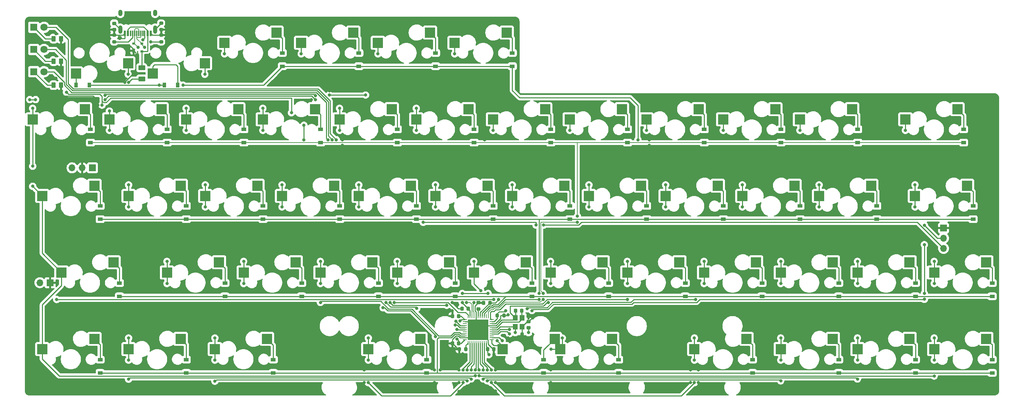
<source format=gbr>
%TF.GenerationSoftware,KiCad,Pcbnew,(6.0.0)*%
%TF.CreationDate,2022-02-04T02:04:47-08:00*%
%TF.ProjectId,Memoria,4d656d6f-7269-4612-9e6b-696361645f70,rev?*%
%TF.SameCoordinates,Original*%
%TF.FileFunction,Copper,L2,Bot*%
%TF.FilePolarity,Positive*%
%FSLAX46Y46*%
G04 Gerber Fmt 4.6, Leading zero omitted, Abs format (unit mm)*
G04 Created by KiCad (PCBNEW (6.0.0)) date 2022-02-04 02:04:47*
%MOMM*%
%LPD*%
G01*
G04 APERTURE LIST*
G04 Aperture macros list*
%AMRoundRect*
0 Rectangle with rounded corners*
0 $1 Rounding radius*
0 $2 $3 $4 $5 $6 $7 $8 $9 X,Y pos of 4 corners*
0 Add a 4 corners polygon primitive as box body*
4,1,4,$2,$3,$4,$5,$6,$7,$8,$9,$2,$3,0*
0 Add four circle primitives for the rounded corners*
1,1,$1+$1,$2,$3*
1,1,$1+$1,$4,$5*
1,1,$1+$1,$6,$7*
1,1,$1+$1,$8,$9*
0 Add four rect primitives between the rounded corners*
20,1,$1+$1,$2,$3,$4,$5,0*
20,1,$1+$1,$4,$5,$6,$7,0*
20,1,$1+$1,$6,$7,$8,$9,0*
20,1,$1+$1,$8,$9,$2,$3,0*%
G04 Aperture macros list end*
%TA.AperFunction,SMDPad,CuDef*%
%ADD10R,2.550000X2.500000*%
%TD*%
%TA.AperFunction,ComponentPad*%
%ADD11R,1.700000X1.700000*%
%TD*%
%TA.AperFunction,ComponentPad*%
%ADD12O,1.700000X1.700000*%
%TD*%
%TA.AperFunction,ComponentPad*%
%ADD13R,1.800000X1.800000*%
%TD*%
%TA.AperFunction,ComponentPad*%
%ADD14C,1.800000*%
%TD*%
%TA.AperFunction,SMDPad,CuDef*%
%ADD15R,1.200000X0.900000*%
%TD*%
%TA.AperFunction,SMDPad,CuDef*%
%ADD16R,0.900000X1.200000*%
%TD*%
%TA.AperFunction,SMDPad,CuDef*%
%ADD17RoundRect,0.225000X-0.250000X0.225000X-0.250000X-0.225000X0.250000X-0.225000X0.250000X0.225000X0*%
%TD*%
%TA.AperFunction,SMDPad,CuDef*%
%ADD18RoundRect,0.200000X-0.275000X0.200000X-0.275000X-0.200000X0.275000X-0.200000X0.275000X0.200000X0*%
%TD*%
%TA.AperFunction,SMDPad,CuDef*%
%ADD19R,1.200000X1.400000*%
%TD*%
%TA.AperFunction,SMDPad,CuDef*%
%ADD20RoundRect,0.225000X-0.225000X-0.250000X0.225000X-0.250000X0.225000X0.250000X-0.225000X0.250000X0*%
%TD*%
%TA.AperFunction,SMDPad,CuDef*%
%ADD21RoundRect,0.200000X0.275000X-0.200000X0.275000X0.200000X-0.275000X0.200000X-0.275000X-0.200000X0*%
%TD*%
%TA.AperFunction,SMDPad,CuDef*%
%ADD22RoundRect,0.250000X-0.262500X-0.450000X0.262500X-0.450000X0.262500X0.450000X-0.262500X0.450000X0*%
%TD*%
%TA.AperFunction,SMDPad,CuDef*%
%ADD23RoundRect,0.225000X0.225000X0.250000X-0.225000X0.250000X-0.225000X-0.250000X0.225000X-0.250000X0*%
%TD*%
%TA.AperFunction,SMDPad,CuDef*%
%ADD24R,0.600000X1.450000*%
%TD*%
%TA.AperFunction,SMDPad,CuDef*%
%ADD25R,0.300000X1.450000*%
%TD*%
%TA.AperFunction,ComponentPad*%
%ADD26O,1.000000X2.100000*%
%TD*%
%TA.AperFunction,ComponentPad*%
%ADD27O,1.000000X1.600000*%
%TD*%
%TA.AperFunction,SMDPad,CuDef*%
%ADD28RoundRect,0.062500X-0.062500X0.475000X-0.062500X-0.475000X0.062500X-0.475000X0.062500X0.475000X0*%
%TD*%
%TA.AperFunction,SMDPad,CuDef*%
%ADD29RoundRect,0.062500X-0.475000X0.062500X-0.475000X-0.062500X0.475000X-0.062500X0.475000X0.062500X0*%
%TD*%
%TA.AperFunction,SMDPad,CuDef*%
%ADD30R,5.200000X5.200000*%
%TD*%
%TA.AperFunction,SMDPad,CuDef*%
%ADD31RoundRect,0.200000X0.200000X0.275000X-0.200000X0.275000X-0.200000X-0.275000X0.200000X-0.275000X0*%
%TD*%
%TA.AperFunction,SMDPad,CuDef*%
%ADD32RoundRect,0.200000X-0.200000X-0.275000X0.200000X-0.275000X0.200000X0.275000X-0.200000X0.275000X0*%
%TD*%
%TA.AperFunction,SMDPad,CuDef*%
%ADD33R,0.700000X1.000000*%
%TD*%
%TA.AperFunction,SMDPad,CuDef*%
%ADD34R,0.700000X0.600000*%
%TD*%
%TA.AperFunction,SMDPad,CuDef*%
%ADD35RoundRect,0.250000X-0.625000X0.375000X-0.625000X-0.375000X0.625000X-0.375000X0.625000X0.375000X0*%
%TD*%
%TA.AperFunction,ViaPad*%
%ADD36C,0.800000*%
%TD*%
%TA.AperFunction,Conductor*%
%ADD37C,0.254000*%
%TD*%
%TA.AperFunction,Conductor*%
%ADD38C,0.203200*%
%TD*%
%TA.AperFunction,Conductor*%
%ADD39C,0.200000*%
%TD*%
G04 APERTURE END LIST*
D10*
%TO.P,MX3-3,1,COL*%
%TO.N,col3*%
X97690000Y-92710000D03*
%TO.P,MX3-3,2,ROW*%
%TO.N,Net-(D3-3-Pad2)*%
X110617000Y-90170000D03*
%TD*%
%TO.P,MX3-10,1,COL*%
%TO.N,col10*%
X231040000Y-92710000D03*
%TO.P,MX3-10,2,ROW*%
%TO.N,Net-(D3-10-Pad2)*%
X243967000Y-90170000D03*
%TD*%
%TO.P,MX3-11,1,COL*%
%TO.N,col11*%
X250090000Y-92710000D03*
%TO.P,MX3-11,2,ROW*%
%TO.N,Net-(D3-11-Pad2)*%
X263017000Y-90170000D03*
%TD*%
%TO.P,MX2-0,1,COL*%
%TO.N,col0*%
X28633750Y-73660000D03*
%TO.P,MX2-0,2,ROW*%
%TO.N,Net-(D2-0-Pad2)*%
X41560750Y-71120000D03*
%TD*%
%TO.P,MX4-2,1,COL*%
%TO.N,col2*%
X71496250Y-111760000D03*
%TO.P,MX4-2,2,ROW*%
%TO.N,Net-(D4-2-Pad2)*%
X84423250Y-109220000D03*
%TD*%
%TO.P,MX1-10,1,COL*%
%TO.N,col10*%
X216752500Y-54610000D03*
%TO.P,MX1-10,2,ROW*%
%TO.N,Net-(D1-10-Pad2)*%
X229679500Y-52070000D03*
%TD*%
%TO.P,MX3-8,1,COL*%
%TO.N,col8*%
X192940000Y-92710000D03*
%TO.P,MX3-8,2,ROW*%
%TO.N,Net-(D3-8-Pad2)*%
X205867000Y-90170000D03*
%TD*%
%TO.P,MX1-6,1,COL*%
%TO.N,col6*%
X140552500Y-54610000D03*
%TO.P,MX1-6,2,ROW*%
%TO.N,Net-(D1-6-Pad2)*%
X153479500Y-52070000D03*
%TD*%
%TO.P,MX2-6,1,COL*%
%TO.N,col6*%
X145315000Y-73660000D03*
%TO.P,MX2-6,2,ROW*%
%TO.N,Net-(D2-6-Pad2)*%
X158242000Y-71120000D03*
%TD*%
%TO.P,MX0-4,1,COL*%
%TO.N,col4*%
X111977500Y-35560000D03*
%TO.P,MX0-4,2,ROW*%
%TO.N,Net-(D0-4-Pad2)*%
X124904500Y-33020000D03*
%TD*%
%TO.P,MX0-3,1,COL*%
%TO.N,col3*%
X92927500Y-35560000D03*
%TO.P,MX0-3,2,ROW*%
%TO.N,Net-(D0-3-Pad2)*%
X105854500Y-33020000D03*
%TD*%
%TO.P,MX3-4,1,COL*%
%TO.N,col4*%
X116740000Y-92710000D03*
%TO.P,MX3-4,2,ROW*%
%TO.N,Net-(D3-4-Pad2)*%
X129667000Y-90170000D03*
%TD*%
%TO.P,MX0-0,1,COL*%
%TO.N,col0*%
X49947500Y-40640000D03*
%TO.P,MX0-0,2,ROW*%
%TO.N,Net-(D0-0-Pad2)*%
X37020500Y-43180000D03*
%TD*%
%TO.P,MX2-8,1,COL*%
%TO.N,col8*%
X183415000Y-73660000D03*
%TO.P,MX2-8,2,ROW*%
%TO.N,Net-(D2-8-Pad2)*%
X196342000Y-71120000D03*
%TD*%
%TO.P,MX2-10,1,COL*%
%TO.N,col10*%
X221515000Y-73660000D03*
%TO.P,MX2-10,2,ROW*%
%TO.N,Net-(D2-10-Pad2)*%
X234442000Y-71120000D03*
%TD*%
%TO.P,MX0-5,1,COL*%
%TO.N,col5*%
X131027500Y-35560000D03*
%TO.P,MX0-5,2,ROW*%
%TO.N,Net-(D0-5-Pad2)*%
X143954500Y-33020000D03*
%TD*%
%TO.P,MX0-1,1,COL*%
%TO.N,col1*%
X68997500Y-40640000D03*
%TO.P,MX0-1,2,ROW*%
%TO.N,Net-(D0-1-Pad2)*%
X56070500Y-43180000D03*
%TD*%
%TO.P,MX2-2,1,COL*%
%TO.N,col2*%
X69115000Y-73660000D03*
%TO.P,MX2-2,2,ROW*%
%TO.N,Net-(D2-2-Pad2)*%
X82042000Y-71120000D03*
%TD*%
%TO.P,MX1-8,1,COL*%
%TO.N,col8*%
X178652500Y-54610000D03*
%TO.P,MX1-8,2,ROW*%
%TO.N,Net-(D1-8-Pad2)*%
X191579500Y-52070000D03*
%TD*%
D11*
%TO.P,J1,1,Pin_1*%
%TO.N,GND*%
X252412500Y-81650000D03*
D12*
%TO.P,J1,2,Pin_2*%
%TO.N,D1*%
X252412500Y-84190000D03*
%TO.P,J1,3,Pin_3*%
%TO.N,+5V*%
X252412500Y-86730000D03*
%TD*%
D13*
%TO.P,LED1,1,K*%
%TO.N,Net-(LED1-Pad1)*%
X26543000Y-31717000D03*
D14*
%TO.P,LED1,2,A*%
%TO.N,led1*%
X29083000Y-31717000D03*
%TD*%
D10*
%TO.P,MX3-7,1,COL*%
%TO.N,col7*%
X173890000Y-92710000D03*
%TO.P,MX3-7,2,ROW*%
%TO.N,Net-(D3-7-Pad2)*%
X186817000Y-90170000D03*
%TD*%
%TO.P,MX3-0,1,COL*%
%TO.N,col0*%
X33396250Y-92710000D03*
%TO.P,MX3-0,2,ROW*%
%TO.N,Net-(D3-0-Pad2)*%
X46323250Y-90170000D03*
%TD*%
%TO.P,MX2-1,1,COL*%
%TO.N,col1*%
X50065000Y-73660000D03*
%TO.P,MX2-1,2,ROW*%
%TO.N,Net-(D2-1-Pad2)*%
X62992000Y-71120000D03*
%TD*%
%TO.P,MX1-2,1,COL*%
%TO.N,col2*%
X64352500Y-54610000D03*
%TO.P,MX1-2,2,ROW*%
%TO.N,Net-(D1-2-Pad2)*%
X77279500Y-52070000D03*
%TD*%
%TO.P,MX2-3,1,COL*%
%TO.N,col3*%
X88165000Y-73660000D03*
%TO.P,MX2-3,2,ROW*%
%TO.N,Net-(D2-3-Pad2)*%
X101092000Y-71120000D03*
%TD*%
%TO.P,MX4-11,1,COL*%
%TO.N,col11*%
X250090000Y-111760000D03*
%TO.P,MX4-11,2,ROW*%
%TO.N,Net-(D4-11-Pad2)*%
X263017000Y-109220000D03*
%TD*%
D13*
%TO.P,LED2,1,K*%
%TO.N,Net-(LED2-Pad1)*%
X26543000Y-37242000D03*
D14*
%TO.P,LED2,2,A*%
%TO.N,led2*%
X29083000Y-37242000D03*
%TD*%
D10*
%TO.P,MX2-7,1,COL*%
%TO.N,col7*%
X164365000Y-73660000D03*
%TO.P,MX2-7,2,ROW*%
%TO.N,Net-(D2-7-Pad2)*%
X177292000Y-71120000D03*
%TD*%
D11*
%TO.P,J2,1,Pin_1*%
%TO.N,rgbLED*%
X41112500Y-66675000D03*
D12*
%TO.P,J2,2,Pin_2*%
%TO.N,GND*%
X38572500Y-66675000D03*
%TO.P,J2,3,Pin_3*%
%TO.N,+5V*%
X36032500Y-66675000D03*
%TD*%
D10*
%TO.P,MX1-1,1,COL*%
%TO.N,col1*%
X45302500Y-54610000D03*
%TO.P,MX1-1,2,ROW*%
%TO.N,Net-(D1-1-Pad2)*%
X58229500Y-52070000D03*
%TD*%
%TO.P,MX3-1,1,COL*%
%TO.N,col1*%
X59590000Y-92710000D03*
%TO.P,MX3-1,2,ROW*%
%TO.N,Net-(D3-1-Pad2)*%
X72517000Y-90170000D03*
%TD*%
%TO.P,MX1-0,1,COL*%
%TO.N,col0*%
X26252500Y-54610000D03*
%TO.P,MX1-0,2,ROW*%
%TO.N,Net-(D1-0-Pad2)*%
X39179500Y-52070000D03*
%TD*%
%TO.P,MX3-9,1,COL*%
%TO.N,col9*%
X211990000Y-92710000D03*
%TO.P,MX3-9,2,ROW*%
%TO.N,Net-(D3-9-Pad2)*%
X224917000Y-90170000D03*
%TD*%
%TO.P,MX2-9,1,COL*%
%TO.N,col9*%
X202465000Y-73660000D03*
%TO.P,MX2-9,2,ROW*%
%TO.N,Net-(D2-9-Pad2)*%
X215392000Y-71120000D03*
%TD*%
%TO.P,MX3-6,1,COL*%
%TO.N,col6*%
X154840000Y-92710000D03*
%TO.P,MX3-6,2,ROW*%
%TO.N,Net-(D3-6-Pad2)*%
X167767000Y-90170000D03*
%TD*%
%TO.P,MX2-4,1,COL*%
%TO.N,col4*%
X107215000Y-73660000D03*
%TO.P,MX2-4,2,ROW*%
%TO.N,Net-(D2-4-Pad2)*%
X120142000Y-71120000D03*
%TD*%
%TO.P,MX3-5,1,COL*%
%TO.N,col5*%
X135790000Y-92710000D03*
%TO.P,MX3-5,2,ROW*%
%TO.N,Net-(D3-5-Pad2)*%
X148717000Y-90170000D03*
%TD*%
%TO.P,MX1-9,1,COL*%
%TO.N,col9*%
X197702500Y-54610000D03*
%TO.P,MX1-9,2,ROW*%
%TO.N,Net-(D1-9-Pad2)*%
X210629500Y-52070000D03*
%TD*%
D13*
%TO.P,LED3,1,K*%
%TO.N,Net-(LED3-Pad1)*%
X26543000Y-42767000D03*
D14*
%TO.P,LED3,2,A*%
%TO.N,led3*%
X29083000Y-42767000D03*
%TD*%
D10*
%TO.P,MX1-4,1,COL*%
%TO.N,col4*%
X102452500Y-54610000D03*
%TO.P,MX1-4,2,ROW*%
%TO.N,Net-(D1-4-Pad2)*%
X115379500Y-52070000D03*
%TD*%
%TO.P,MX1-5,1,COL*%
%TO.N,col5*%
X121502500Y-54610000D03*
%TO.P,MX1-5,2,ROW*%
%TO.N,Net-(D1-5-Pad2)*%
X134429500Y-52070000D03*
%TD*%
%TO.P,MX1-11,1,COL*%
%TO.N,col11*%
X242946250Y-54610000D03*
%TO.P,MX1-11,2,ROW*%
%TO.N,Net-(D1-11-Pad2)*%
X255873250Y-52070000D03*
%TD*%
D11*
%TO.P,Reset1,1,K*%
%TO.N,GND*%
X30575000Y-95250000D03*
D12*
%TO.P,Reset1,2,A*%
%TO.N,Net-(R1-Pad2)*%
X28035000Y-95250000D03*
%TD*%
D10*
%TO.P,MX4-10,1,COL*%
%TO.N,col10*%
X231040000Y-111760000D03*
%TO.P,MX4-10,2,ROW*%
%TO.N,Net-(D4-10-Pad2)*%
X243967000Y-109220000D03*
%TD*%
%TO.P,MX4-0,1,COL*%
%TO.N,col0*%
X28633750Y-111760000D03*
%TO.P,MX4-0,2,ROW*%
%TO.N,Net-(D4-0-Pad2)*%
X41560750Y-109220000D03*
%TD*%
%TO.P,MX4-1,1,COL*%
%TO.N,col1*%
X50065000Y-111760000D03*
%TO.P,MX4-1,2,ROW*%
%TO.N,Net-(D4-1-Pad2)*%
X62992000Y-109220000D03*
%TD*%
%TO.P,MX4-9,1,COL*%
%TO.N,col9*%
X211990000Y-111760000D03*
%TO.P,MX4-9,2,ROW*%
%TO.N,Net-(D4-9-Pad2)*%
X224917000Y-109220000D03*
%TD*%
%TO.P,MX4-6+Minisub1,1,COL*%
%TO.N,col6*%
X157221250Y-111760000D03*
%TO.P,MX4-6+Minisub1,2,ROW*%
%TO.N,Net-(D4-6-Pad2)*%
X170148250Y-109220000D03*
%TD*%
%TO.P,MX0-2,1,COL*%
%TO.N,col2*%
X73877500Y-35560000D03*
%TO.P,MX0-2,2,ROW*%
%TO.N,Net-(D0-2-Pad2)*%
X86804500Y-33020000D03*
%TD*%
%TO.P,MX2-5,1,COL*%
%TO.N,col5*%
X126265000Y-73660000D03*
%TO.P,MX2-5,2,ROW*%
%TO.N,Net-(D2-5-Pad2)*%
X139192000Y-71120000D03*
%TD*%
%TO.P,MX3-2,1,COL*%
%TO.N,col2*%
X78640000Y-92710000D03*
%TO.P,MX3-2,2,ROW*%
%TO.N,Net-(D3-2-Pad2)*%
X91567000Y-90170000D03*
%TD*%
%TO.P,MX2-11,1,COL*%
%TO.N,col11*%
X245327500Y-73660000D03*
%TO.P,MX2-11,2,ROW*%
%TO.N,Net-(D2-11-Pad2)*%
X258254500Y-71120000D03*
%TD*%
%TO.P,MX4-4+Minisub1,1,COL*%
%TO.N,col4*%
X109596250Y-111760000D03*
%TO.P,MX4-4+Minisub1,2,ROW*%
%TO.N,Net-(D4-4-Pad2)*%
X122523250Y-109220000D03*
%TD*%
%TO.P,MX4-8+Minisub1,1,COL*%
%TO.N,col8*%
X190558750Y-111760000D03*
%TO.P,MX4-8+Minisub1,2,ROW*%
%TO.N,Net-(D4-8-Pad2)*%
X203485750Y-109220000D03*
%TD*%
%TO.P,MX1-3,1,COL*%
%TO.N,col3*%
X83402500Y-54610000D03*
%TO.P,MX1-3,2,ROW*%
%TO.N,Net-(D1-3-Pad2)*%
X96329500Y-52070000D03*
%TD*%
%TO.P,MX4-5+Jetvan1,1,COL*%
%TO.N,col5*%
X142933750Y-111760000D03*
%TO.P,MX4-5+Jetvan1,2,ROW*%
%TO.N,Net-(D4-5-Pad2)*%
X155860750Y-109220000D03*
%TD*%
%TO.P,MX1-7,1,COL*%
%TO.N,col7*%
X159602500Y-54610000D03*
%TO.P,MX1-7,2,ROW*%
%TO.N,Net-(D1-7-Pad2)*%
X172529500Y-52070000D03*
%TD*%
D15*
%TO.P,D2-6,1,K*%
%TO.N,row2*%
X159650000Y-79450000D03*
%TO.P,D2-6,2,A*%
%TO.N,Net-(D2-6-Pad2)*%
X159650000Y-76150000D03*
%TD*%
D16*
%TO.P,D0-0,1,K*%
%TO.N,row0*%
X40320000Y-46101000D03*
%TO.P,D0-0,2,A*%
%TO.N,Net-(D0-0-Pad2)*%
X37020000Y-46101000D03*
%TD*%
D15*
%TO.P,D4-5,1,K*%
%TO.N,row4*%
X153125000Y-117700000D03*
%TO.P,D4-5,2,A*%
%TO.N,Net-(D4-5-Pad2)*%
X153125000Y-114400000D03*
%TD*%
%TO.P,D3-0,1,K*%
%TO.N,row3*%
X47800000Y-98650000D03*
%TO.P,D3-0,2,A*%
%TO.N,Net-(D3-0-Pad2)*%
X47800000Y-95350000D03*
%TD*%
%TO.P,D2-4,1,K*%
%TO.N,row2*%
X121550000Y-79450000D03*
%TO.P,D2-4,2,A*%
%TO.N,Net-(D2-4-Pad2)*%
X121550000Y-76150000D03*
%TD*%
%TO.P,D3-9,1,K*%
%TO.N,row3*%
X226400000Y-98650000D03*
%TO.P,D3-9,2,A*%
%TO.N,Net-(D3-9-Pad2)*%
X226400000Y-95350000D03*
%TD*%
D17*
%TO.P,C8,2*%
%TO.N,Net-(C8-Pad2)*%
X149350000Y-106475000D03*
%TO.P,C8,1*%
%TO.N,GND*%
X149350000Y-104925000D03*
%TD*%
D15*
%TO.P,D3-7,1,K*%
%TO.N,row3*%
X188300000Y-98650000D03*
%TO.P,D3-7,2,A*%
%TO.N,Net-(D3-7-Pad2)*%
X188300000Y-95350000D03*
%TD*%
D18*
%TO.P,R5,1*%
%TO.N,Earth*%
X58150000Y-30675000D03*
%TO.P,R5,2*%
%TO.N,GND*%
X58150000Y-32325000D03*
%TD*%
D15*
%TO.P,D3-10,1,K*%
%TO.N,row3*%
X245450000Y-98650000D03*
%TO.P,D3-10,2,A*%
%TO.N,Net-(D3-10-Pad2)*%
X245450000Y-95350000D03*
%TD*%
%TO.P,D2-2,1,K*%
%TO.N,row2*%
X83450000Y-79450000D03*
%TO.P,D2-2,2,A*%
%TO.N,Net-(D2-2-Pad2)*%
X83450000Y-76150000D03*
%TD*%
%TO.P,D1-5,1,K*%
%TO.N,row1*%
X135850000Y-60400000D03*
%TO.P,D1-5,2,A*%
%TO.N,Net-(D1-5-Pad2)*%
X135850000Y-57100000D03*
%TD*%
%TO.P,D4-4,1,K*%
%TO.N,row4*%
X124100000Y-117700000D03*
%TO.P,D4-4,2,A*%
%TO.N,Net-(D4-4-Pad2)*%
X124100000Y-114400000D03*
%TD*%
%TO.P,D4-6,1,K*%
%TO.N,row4*%
X171750000Y-117700000D03*
%TO.P,D4-6,2,A*%
%TO.N,Net-(D4-6-Pad2)*%
X171750000Y-114400000D03*
%TD*%
D19*
%TO.P,Y1,1,1*%
%TO.N,Net-(C8-Pad2)*%
X146075000Y-106174450D03*
%TO.P,Y1,2,2*%
%TO.N,GND*%
X146075000Y-103974450D03*
%TO.P,Y1,3,3*%
%TO.N,Net-(C9-Pad2)*%
X147775000Y-103974450D03*
%TO.P,Y1,4,4*%
%TO.N,GND*%
X147775000Y-106174450D03*
%TD*%
D15*
%TO.P,D4-10,1,K*%
%TO.N,row4*%
X245450000Y-117700000D03*
%TO.P,D4-10,2,A*%
%TO.N,Net-(D4-10-Pad2)*%
X245450000Y-114400000D03*
%TD*%
D17*
%TO.P,C7,1*%
%TO.N,Earth*%
X46500000Y-30725000D03*
%TO.P,C7,2*%
%TO.N,GND*%
X46500000Y-32275000D03*
%TD*%
D15*
%TO.P,D2-10,1,K*%
%TO.N,row2*%
X235850000Y-79450000D03*
%TO.P,D2-10,2,A*%
%TO.N,Net-(D2-10-Pad2)*%
X235850000Y-76150000D03*
%TD*%
D17*
%TO.P,C1,1*%
%TO.N,GND*%
X136912500Y-100225000D03*
%TO.P,C1,2*%
%TO.N,Net-(C1-Pad2)*%
X136912500Y-101775000D03*
%TD*%
D15*
%TO.P,D4-9,1,K*%
%TO.N,row4*%
X226400000Y-117700000D03*
%TO.P,D4-9,2,A*%
%TO.N,Net-(D4-9-Pad2)*%
X226400000Y-114400000D03*
%TD*%
%TO.P,D4-8,1,K*%
%TO.N,row4*%
X205000000Y-117700000D03*
%TO.P,D4-8,2,A*%
%TO.N,Net-(D4-8-Pad2)*%
X205000000Y-114400000D03*
%TD*%
%TO.P,D3-11,1,K*%
%TO.N,row3*%
X264500000Y-98650000D03*
%TO.P,D3-11,2,A*%
%TO.N,Net-(D3-11-Pad2)*%
X264500000Y-95350000D03*
%TD*%
%TO.P,D1-1,1,K*%
%TO.N,row1*%
X59650000Y-60400000D03*
%TO.P,D1-1,2,A*%
%TO.N,Net-(D1-1-Pad2)*%
X59650000Y-57100000D03*
%TD*%
%TO.P,D2-3,1,K*%
%TO.N,row2*%
X102500000Y-79450000D03*
%TO.P,D2-3,2,A*%
%TO.N,Net-(D2-3-Pad2)*%
X102500000Y-76150000D03*
%TD*%
%TO.P,D2-9,1,K*%
%TO.N,row2*%
X216800000Y-79450000D03*
%TO.P,D2-9,2,A*%
%TO.N,Net-(D2-9-Pad2)*%
X216800000Y-76150000D03*
%TD*%
%TO.P,D1-8,1,K*%
%TO.N,row1*%
X193000000Y-60400000D03*
%TO.P,D1-8,2,A*%
%TO.N,Net-(D1-8-Pad2)*%
X193000000Y-57100000D03*
%TD*%
%TO.P,D3-5,1,K*%
%TO.N,row3*%
X150200000Y-98650000D03*
%TO.P,D3-5,2,A*%
%TO.N,Net-(D3-5-Pad2)*%
X150200000Y-95350000D03*
%TD*%
%TO.P,D1-6,1,K*%
%TO.N,row1*%
X154900000Y-60400000D03*
%TO.P,D1-6,2,A*%
%TO.N,Net-(D1-6-Pad2)*%
X154900000Y-57100000D03*
%TD*%
D20*
%TO.P,C4,1*%
%TO.N,+5V*%
X139175000Y-111800000D03*
%TO.P,C4,2*%
%TO.N,GND*%
X140725000Y-111800000D03*
%TD*%
D15*
%TO.P,D4-0,1,K*%
%TO.N,row4*%
X43000000Y-117700000D03*
%TO.P,D4-0,2,A*%
%TO.N,Net-(D4-0-Pad2)*%
X43000000Y-114400000D03*
%TD*%
%TO.P,D1-10,1,K*%
%TO.N,row1*%
X231100000Y-60400000D03*
%TO.P,D1-10,2,A*%
%TO.N,Net-(D1-10-Pad2)*%
X231100000Y-57100000D03*
%TD*%
D21*
%TO.P,R2,1*%
%TO.N,Net-(R2-Pad1)*%
X46500000Y-35325000D03*
%TO.P,R2,2*%
%TO.N,GND*%
X46500000Y-33675000D03*
%TD*%
D15*
%TO.P,D1-3,1,K*%
%TO.N,row1*%
X97750000Y-60400000D03*
%TO.P,D1-3,2,A*%
%TO.N,Net-(D1-3-Pad2)*%
X97750000Y-57100000D03*
%TD*%
%TO.P,D1-7,1,K*%
%TO.N,row1*%
X173950000Y-60400000D03*
%TO.P,D1-7,2,A*%
%TO.N,Net-(D1-7-Pad2)*%
X173950000Y-57100000D03*
%TD*%
%TO.P,D2-7,1,K*%
%TO.N,row2*%
X178700000Y-79450000D03*
%TO.P,D2-7,2,A*%
%TO.N,Net-(D2-7-Pad2)*%
X178700000Y-76150000D03*
%TD*%
%TO.P,D2-0,1,K*%
%TO.N,row2*%
X43000000Y-79450000D03*
%TO.P,D2-0,2,A*%
%TO.N,Net-(D2-0-Pad2)*%
X43000000Y-76150000D03*
%TD*%
%TO.P,D3-3,1,K*%
%TO.N,row3*%
X112100000Y-98650000D03*
%TO.P,D3-3,2,A*%
%TO.N,Net-(D3-3-Pad2)*%
X112100000Y-95350000D03*
%TD*%
%TO.P,D3-1,1,K*%
%TO.N,row3*%
X74000000Y-98650000D03*
%TO.P,D3-1,2,A*%
%TO.N,Net-(D3-1-Pad2)*%
X74000000Y-95350000D03*
%TD*%
D22*
%TO.P,R11,1*%
%TO.N,Net-(LED1-Pad1)*%
X31472500Y-34544000D03*
%TO.P,R11,2*%
%TO.N,GND*%
X33297500Y-34544000D03*
%TD*%
D15*
%TO.P,D4-11,1,K*%
%TO.N,row4*%
X264500000Y-117700000D03*
%TO.P,D4-11,2,A*%
%TO.N,Net-(D4-11-Pad2)*%
X264500000Y-114400000D03*
%TD*%
%TO.P,D0-3,1,K*%
%TO.N,row0*%
X107250000Y-41400000D03*
%TO.P,D0-3,2,A*%
%TO.N,Net-(D0-3-Pad2)*%
X107250000Y-38100000D03*
%TD*%
%TO.P,D2-1,1,K*%
%TO.N,row2*%
X64400000Y-79450000D03*
%TO.P,D2-1,2,A*%
%TO.N,Net-(D2-1-Pad2)*%
X64400000Y-76150000D03*
%TD*%
D16*
%TO.P,D0-1,1,K*%
%TO.N,row0*%
X58940000Y-46100000D03*
%TO.P,D0-1,2,A*%
%TO.N,Net-(D0-1-Pad2)*%
X62240000Y-46100000D03*
%TD*%
D15*
%TO.P,D0-5,1,K*%
%TO.N,row0*%
X145350000Y-41400000D03*
%TO.P,D0-5,2,A*%
%TO.N,Net-(D0-5-Pad2)*%
X145350000Y-38100000D03*
%TD*%
D22*
%TO.P,R13,1*%
%TO.N,Net-(LED3-Pad1)*%
X31472500Y-46101000D03*
%TO.P,R13,2*%
%TO.N,GND*%
X33297500Y-46101000D03*
%TD*%
D15*
%TO.P,D3-2,1,K*%
%TO.N,row3*%
X93050000Y-98650000D03*
%TO.P,D3-2,2,A*%
%TO.N,Net-(D3-2-Pad2)*%
X93050000Y-95350000D03*
%TD*%
%TO.P,D1-9,1,K*%
%TO.N,row1*%
X212050000Y-60400000D03*
%TO.P,D1-9,2,A*%
%TO.N,Net-(D1-9-Pad2)*%
X212050000Y-57100000D03*
%TD*%
D23*
%TO.P,C5,1*%
%TO.N,+5V*%
X132025000Y-103550000D03*
%TO.P,C5,2*%
%TO.N,GND*%
X130475000Y-103550000D03*
%TD*%
D24*
%TO.P,USB1,1,GND*%
%TO.N,GND*%
X49099000Y-33222000D03*
%TO.P,USB1,2,VBUS*%
%TO.N,VCC*%
X49874000Y-33222000D03*
D25*
%TO.P,USB1,3,SBU2*%
%TO.N,unconnected-(USB1-Pad3)*%
X50574000Y-33222000D03*
%TO.P,USB1,4,CC1*%
%TO.N,Net-(R2-Pad1)*%
X51074000Y-33222000D03*
%TO.P,USB1,5,DN2*%
%TO.N,D-*%
X51574000Y-33222000D03*
%TO.P,USB1,6,DP1*%
%TO.N,D+*%
X52074000Y-33222000D03*
%TO.P,USB1,7,DN1*%
%TO.N,D-*%
X52574000Y-33222000D03*
%TO.P,USB1,8,DP2*%
%TO.N,D+*%
X53074000Y-33222000D03*
%TO.P,USB1,9,SBU1*%
%TO.N,unconnected-(USB1-Pad9)*%
X53574000Y-33222000D03*
%TO.P,USB1,10,CC2*%
%TO.N,Net-(R3-Pad1)*%
X54074000Y-33222000D03*
D24*
%TO.P,USB1,11,VBUS*%
%TO.N,VCC*%
X54774000Y-33222000D03*
%TO.P,USB1,12,GND*%
%TO.N,GND*%
X55549000Y-33222000D03*
D26*
%TO.P,USB1,13,SHIELD*%
%TO.N,Earth*%
X48004000Y-32307000D03*
D27*
X48004000Y-28127000D03*
D26*
X56644000Y-32307000D03*
D27*
X56644000Y-28127000D03*
%TD*%
D15*
%TO.P,D1-11,1,K*%
%TO.N,row1*%
X257412500Y-60400000D03*
%TO.P,D1-11,2,A*%
%TO.N,Net-(D1-11-Pad2)*%
X257412500Y-57100000D03*
%TD*%
%TO.P,D1-0,1,K*%
%TO.N,row1*%
X40600000Y-60400000D03*
%TO.P,D1-0,2,A*%
%TO.N,Net-(D1-0-Pad2)*%
X40600000Y-57100000D03*
%TD*%
D23*
%TO.P,C6,1*%
%TO.N,+5V*%
X134375000Y-101700000D03*
%TO.P,C6,2*%
%TO.N,GND*%
X132825000Y-101700000D03*
%TD*%
D28*
%TO.P,U2,1,PE6*%
%TO.N,led1*%
X134350000Y-103612500D03*
%TO.P,U2,2,UVCC*%
%TO.N,+5V*%
X134850000Y-103612500D03*
%TO.P,U2,3,D-*%
%TO.N,D-*%
X135350000Y-103612500D03*
%TO.P,U2,4,D+*%
%TO.N,D+*%
X135850000Y-103612500D03*
%TO.P,U2,5,UGND*%
%TO.N,GND*%
X136350000Y-103612500D03*
%TO.P,U2,6,UCAP*%
%TO.N,Net-(C1-Pad2)*%
X136850000Y-103612500D03*
%TO.P,U2,7,VBUS*%
%TO.N,+5V*%
X137350000Y-103612500D03*
%TO.P,U2,8,PB0*%
%TO.N,row3*%
X137850000Y-103612500D03*
%TO.P,U2,9,PB1*%
%TO.N,row2*%
X138350000Y-103612500D03*
%TO.P,U2,10,PB2*%
%TO.N,unconnected-(U2-Pad10)*%
X138850000Y-103612500D03*
%TO.P,U2,11,PB3*%
%TO.N,row1*%
X139350000Y-103612500D03*
D29*
%TO.P,U2,12,PB7*%
%TO.N,col7*%
X140187500Y-104450000D03*
%TO.P,U2,13,~{RESET}*%
%TO.N,Net-(R1-Pad2)*%
X140187500Y-104950000D03*
%TO.P,U2,14,VCC*%
%TO.N,+5V*%
X140187500Y-105450000D03*
%TO.P,U2,15,GND*%
%TO.N,GND*%
X140187500Y-105950000D03*
%TO.P,U2,16,XTAL2*%
%TO.N,Net-(C9-Pad2)*%
X140187500Y-106450000D03*
%TO.P,U2,17,XTAL1*%
%TO.N,Net-(C8-Pad2)*%
X140187500Y-106950000D03*
%TO.P,U2,18,PD0*%
%TO.N,row0*%
X140187500Y-107450000D03*
%TO.P,U2,19,PD1*%
%TO.N,D1*%
X140187500Y-107950000D03*
%TO.P,U2,20,PD2*%
%TO.N,unconnected-(U2-Pad20)*%
X140187500Y-108450000D03*
%TO.P,U2,21,PD3*%
%TO.N,col6*%
X140187500Y-108950000D03*
%TO.P,U2,22,PD5*%
%TO.N,col5*%
X140187500Y-109450000D03*
D28*
%TO.P,U2,23,GND*%
%TO.N,GND*%
X139350000Y-110287500D03*
%TO.P,U2,24,AVCC*%
%TO.N,+5V*%
X138850000Y-110287500D03*
%TO.P,U2,25,PD4*%
%TO.N,col8*%
X138350000Y-110287500D03*
%TO.P,U2,26,PD6*%
%TO.N,col9*%
X137850000Y-110287500D03*
%TO.P,U2,27,PD7*%
%TO.N,col10*%
X137350000Y-110287500D03*
%TO.P,U2,28,PB4*%
%TO.N,col11*%
X136850000Y-110287500D03*
%TO.P,U2,29,PB5*%
%TO.N,col0*%
X136350000Y-110287500D03*
%TO.P,U2,30,PB6*%
%TO.N,col1*%
X135850000Y-110287500D03*
%TO.P,U2,31,PC6*%
%TO.N,col2*%
X135350000Y-110287500D03*
%TO.P,U2,32,PC7*%
%TO.N,col4*%
X134850000Y-110287500D03*
%TO.P,U2,33,~{HWB}/PE2*%
%TO.N,Net-(R4-Pad2)*%
X134350000Y-110287500D03*
D29*
%TO.P,U2,34,VCC*%
%TO.N,+5V*%
X133512500Y-109450000D03*
%TO.P,U2,35,GND*%
%TO.N,GND*%
X133512500Y-108950000D03*
%TO.P,U2,36,PF7*%
%TO.N,row4*%
X133512500Y-108450000D03*
%TO.P,U2,37,PF6*%
%TO.N,col3*%
X133512500Y-107950000D03*
%TO.P,U2,38,PF5*%
%TO.N,unconnected-(U2-Pad38)*%
X133512500Y-107450000D03*
%TO.P,U2,39,PF4*%
%TO.N,rgbLED*%
X133512500Y-106950000D03*
%TO.P,U2,40,PF1*%
%TO.N,led3*%
X133512500Y-106450000D03*
%TO.P,U2,41,PF0*%
%TO.N,led2*%
X133512500Y-105950000D03*
%TO.P,U2,42,AREF*%
%TO.N,unconnected-(U2-Pad42)*%
X133512500Y-105450000D03*
%TO.P,U2,43,GND*%
%TO.N,GND*%
X133512500Y-104950000D03*
%TO.P,U2,44,AVCC*%
%TO.N,+5V*%
X133512500Y-104450000D03*
D30*
%TO.P,U2,45,GND*%
%TO.N,GND*%
X136850000Y-106950000D03*
%TD*%
D15*
%TO.P,D1-4,1,K*%
%TO.N,row1*%
X116800000Y-60400000D03*
%TO.P,D1-4,2,A*%
%TO.N,Net-(D1-4-Pad2)*%
X116800000Y-57100000D03*
%TD*%
D21*
%TO.P,R3,1*%
%TO.N,Net-(R3-Pad1)*%
X58150000Y-35325000D03*
%TO.P,R3,2*%
%TO.N,GND*%
X58150000Y-33675000D03*
%TD*%
D31*
%TO.P,R1,1*%
%TO.N,+5V*%
X143275000Y-103400000D03*
%TO.P,R1,2*%
%TO.N,Net-(R1-Pad2)*%
X141625000Y-103400000D03*
%TD*%
D15*
%TO.P,D2-11,1,K*%
%TO.N,row2*%
X259750000Y-79450000D03*
%TO.P,D2-11,2,A*%
%TO.N,Net-(D2-11-Pad2)*%
X259750000Y-76150000D03*
%TD*%
D22*
%TO.P,R12,1*%
%TO.N,Net-(LED2-Pad1)*%
X31472500Y-40132000D03*
%TO.P,R12,2*%
%TO.N,GND*%
X33297500Y-40132000D03*
%TD*%
D15*
%TO.P,D2-8,1,K*%
%TO.N,row2*%
X197750000Y-79450000D03*
%TO.P,D2-8,2,A*%
%TO.N,Net-(D2-8-Pad2)*%
X197750000Y-76150000D03*
%TD*%
D23*
%TO.P,C3,1*%
%TO.N,+5V*%
X132025000Y-110350000D03*
%TO.P,C3,2*%
%TO.N,GND*%
X130475000Y-110350000D03*
%TD*%
D15*
%TO.P,D4-1,1,K*%
%TO.N,row4*%
X64400000Y-117700000D03*
%TO.P,D4-1,2,A*%
%TO.N,Net-(D4-1-Pad2)*%
X64400000Y-114400000D03*
%TD*%
%TO.P,D2-5,1,K*%
%TO.N,row2*%
X140600000Y-79450000D03*
%TO.P,D2-5,2,A*%
%TO.N,Net-(D2-5-Pad2)*%
X140600000Y-76150000D03*
%TD*%
D32*
%TO.P,R4,1*%
%TO.N,GND*%
X132175000Y-111810000D03*
%TO.P,R4,2*%
%TO.N,Net-(R4-Pad2)*%
X133825000Y-111810000D03*
%TD*%
D15*
%TO.P,D4-2,1,K*%
%TO.N,row4*%
X86000000Y-117700000D03*
%TO.P,D4-2,2,A*%
%TO.N,Net-(D4-2-Pad2)*%
X86000000Y-114400000D03*
%TD*%
%TO.P,D0-2,1,K*%
%TO.N,row0*%
X88250000Y-41400000D03*
%TO.P,D0-2,2,A*%
%TO.N,Net-(D0-2-Pad2)*%
X88250000Y-38100000D03*
%TD*%
D20*
%TO.P,C9,1*%
%TO.N,GND*%
X146150000Y-102250000D03*
%TO.P,C9,2*%
%TO.N,Net-(C9-Pad2)*%
X147700000Y-102250000D03*
%TD*%
D15*
%TO.P,D3-6,1,K*%
%TO.N,row3*%
X169250000Y-98650000D03*
%TO.P,D3-6,2,A*%
%TO.N,Net-(D3-6-Pad2)*%
X169250000Y-95350000D03*
%TD*%
D23*
%TO.P,C2,1*%
%TO.N,+5V*%
X139775000Y-100250000D03*
%TO.P,C2,2*%
%TO.N,GND*%
X138225000Y-100250000D03*
%TD*%
D15*
%TO.P,D3-4,1,K*%
%TO.N,row3*%
X131150000Y-98650000D03*
%TO.P,D3-4,2,A*%
%TO.N,Net-(D3-4-Pad2)*%
X131150000Y-95350000D03*
%TD*%
%TO.P,D1-2,1,K*%
%TO.N,row1*%
X78700000Y-60400000D03*
%TO.P,D1-2,2,A*%
%TO.N,Net-(D1-2-Pad2)*%
X78700000Y-57100000D03*
%TD*%
D33*
%TO.P,U1,1,GND*%
%TO.N,GND*%
X51324000Y-37500000D03*
D34*
%TO.P,U1,2,I/O1*%
%TO.N,D-*%
X51324000Y-35800000D03*
%TO.P,U1,3,I/O2*%
%TO.N,D+*%
X53324000Y-35800000D03*
%TO.P,U1,4,VCC*%
%TO.N,VCC*%
X53324000Y-37700000D03*
%TD*%
D15*
%TO.P,D0-4,1,K*%
%TO.N,row0*%
X126300000Y-41400000D03*
%TO.P,D0-4,2,A*%
%TO.N,Net-(D0-4-Pad2)*%
X126300000Y-38100000D03*
%TD*%
D35*
%TO.P,F1,1*%
%TO.N,VCC*%
X53324000Y-41780000D03*
%TO.P,F1,2*%
%TO.N,+5V*%
X53324000Y-44580000D03*
%TD*%
D15*
%TO.P,D3-8,1,K*%
%TO.N,row3*%
X207350000Y-98650000D03*
%TO.P,D3-8,2,A*%
%TO.N,Net-(D3-8-Pad2)*%
X207350000Y-95350000D03*
%TD*%
D36*
%TO.N,GND*%
X148603814Y-109503011D03*
%TO.N,col6*%
X142843489Y-109686511D03*
%TO.N,GND*%
X144310000Y-108960000D03*
%TO.N,Net-(C8-Pad2)*%
X149350000Y-107675000D03*
%TO.N,col5*%
X137490000Y-97197000D03*
%TO.N,GND*%
X32042200Y-38842053D03*
X32040000Y-48073000D03*
X127426500Y-116973500D03*
X147775000Y-108050000D03*
X132126988Y-116973500D03*
X32042200Y-44367200D03*
X103179000Y-61101100D03*
X49100000Y-45374500D03*
X141124006Y-116973500D03*
X42474651Y-51076511D03*
X189560497Y-120110051D03*
X138450000Y-59698900D03*
X154900000Y-120110051D03*
X108600497Y-120110051D03*
X32040000Y-49526000D03*
X108600000Y-116973500D03*
X132126214Y-122276214D03*
X130388714Y-100161286D03*
X130386286Y-102213714D03*
X47900000Y-34500000D03*
X189560000Y-116973500D03*
X191560000Y-116973500D03*
X191559503Y-120110051D03*
X47900000Y-36350000D03*
X179379000Y-61101100D03*
X44200000Y-48661051D03*
X99925000Y-47525000D03*
X141125000Y-122175000D03*
X151050000Y-103225000D03*
X154900000Y-116973500D03*
X125975000Y-120110051D03*
X154300930Y-100153941D03*
X32042200Y-33317200D03*
X141124503Y-120110051D03*
X95424255Y-49729126D03*
X132126988Y-120110051D03*
X179379000Y-59698900D03*
X125973500Y-116973500D03*
X103179000Y-59698900D03*
X96425000Y-48675000D03*
%TO.N,+5V*%
X132350000Y-104798700D03*
X144327020Y-103273500D03*
X131600000Y-109250000D03*
X99909645Y-48567782D03*
X50099503Y-45374500D03*
X139325000Y-97925000D03*
X151248500Y-80927622D03*
X153106598Y-80927622D03*
X25526000Y-49700000D03*
X26979000Y-49700000D03*
X108900000Y-48550000D03*
X141950000Y-99450000D03*
X123226511Y-80226511D03*
X139525000Y-113150000D03*
X132925000Y-97923500D03*
X96425000Y-49700000D03*
X132925000Y-100153011D03*
X44200000Y-49725000D03*
%TO.N,row0*%
X190825000Y-99426511D03*
X144600000Y-106900950D03*
X176525000Y-59698900D03*
X57655000Y-46101000D03*
X63590000Y-46101000D03*
X149050000Y-101735762D03*
%TO.N,row1*%
X161500000Y-78723500D03*
X152975000Y-99425000D03*
X161500000Y-80201111D03*
X152974503Y-97923500D03*
%TO.N,row2*%
X151975000Y-99426511D03*
X151975000Y-97923500D03*
%TO.N,D-*%
X52400000Y-36700000D03*
X133924503Y-100153011D03*
%TO.N,D+*%
X135838000Y-100153011D03*
X54047500Y-36700000D03*
%TO.N,led1*%
X101650000Y-59698900D03*
X116013500Y-100153011D03*
%TO.N,led2*%
X131350861Y-104825651D03*
X129050000Y-100879511D03*
X115013997Y-100153011D03*
X100600000Y-59698900D03*
%TO.N,led3*%
X121618975Y-101606022D03*
X131197928Y-105813385D03*
X114015017Y-100185332D03*
X99550000Y-59698900D03*
%TO.N,col0*%
X136125000Y-118426500D03*
X49947500Y-43390000D03*
X136125000Y-116973500D03*
X26252500Y-71278750D03*
X26252500Y-66278750D03*
X26252500Y-51860000D03*
%TO.N,col1*%
X135125497Y-116973500D03*
X135125000Y-119203011D03*
X50065000Y-109010000D03*
X59590000Y-95460000D03*
X45302500Y-57360000D03*
X50065000Y-119260000D03*
X59590000Y-89960000D03*
X50065000Y-70910000D03*
X45302500Y-52547500D03*
X68997500Y-43390000D03*
X50065000Y-114510000D03*
X50065000Y-76410000D03*
%TO.N,col2*%
X134125994Y-119656531D03*
X73877500Y-38310000D03*
X71496250Y-109010000D03*
X71496250Y-114510000D03*
X134125994Y-116973500D03*
X71496250Y-119760000D03*
X64352500Y-57360000D03*
X78640000Y-89960000D03*
X64352500Y-51860000D03*
X78640000Y-95460000D03*
X69115000Y-70910000D03*
X69115000Y-76410000D03*
%TO.N,col3*%
X88165000Y-76410000D03*
X97690000Y-95460000D03*
X97690000Y-100153011D03*
X88165000Y-70910000D03*
X92927500Y-38310000D03*
X83402500Y-51860000D03*
X97690000Y-89960000D03*
X83402500Y-57360000D03*
%TO.N,col4*%
X133126491Y-116973500D03*
X109600000Y-120110051D03*
X107215000Y-76410000D03*
X133126491Y-120110051D03*
X116740000Y-89960000D03*
X111977500Y-38310000D03*
X107215000Y-70910000D03*
X109596250Y-109010000D03*
X102452500Y-57360000D03*
X109596250Y-114510000D03*
X116740000Y-95460000D03*
X102452500Y-51860000D03*
%TO.N,col5*%
X121502500Y-57360000D03*
X126265000Y-70910000D03*
X135790000Y-89960000D03*
X121502500Y-51860000D03*
X141550000Y-109700000D03*
X131027500Y-38310000D03*
X126265000Y-76410000D03*
%TO.N,col6*%
X154941250Y-111760000D03*
X157750000Y-109010000D03*
X154840000Y-89960000D03*
X145315000Y-70910000D03*
X145315000Y-76410000D03*
X140552500Y-57360000D03*
X154840000Y-95460000D03*
%TO.N,col7*%
X164365000Y-76410000D03*
X159602500Y-57360000D03*
X173890000Y-99425000D03*
X173890000Y-95460000D03*
X164365000Y-70910000D03*
X173890000Y-89960000D03*
%TO.N,col8*%
X192940000Y-89960000D03*
X190558750Y-109010000D03*
X178652500Y-57360000D03*
X190560000Y-120110051D03*
X183415000Y-70910000D03*
X192940000Y-95460000D03*
X190558750Y-114510000D03*
X140124503Y-116973500D03*
X140125000Y-120110051D03*
X183415000Y-76410000D03*
%TO.N,col9*%
X211990000Y-109010000D03*
X211990000Y-95460000D03*
X139125000Y-116973500D03*
X139125000Y-119656531D03*
X211990000Y-119656531D03*
X197702500Y-57360000D03*
X202465000Y-76410000D03*
X211990000Y-114510000D03*
X211990000Y-89960000D03*
X202465000Y-70910000D03*
%TO.N,col10*%
X221515000Y-70910000D03*
X231040000Y-95460000D03*
X231040000Y-89960000D03*
X138124006Y-116973500D03*
X231040000Y-114510000D03*
X231040000Y-109010000D03*
X221515000Y-76410000D03*
X231040000Y-119203011D03*
X216752500Y-57360000D03*
X138124006Y-119203011D03*
%TO.N,col11*%
X245327500Y-76410000D03*
X137124503Y-116973500D03*
X250090000Y-118476511D03*
X245327500Y-70910000D03*
X250090000Y-114510000D03*
X137124503Y-118426500D03*
X250090000Y-109010000D03*
X250090000Y-95460000D03*
X242946250Y-57360000D03*
X250090000Y-89960000D03*
%TO.N,D1*%
X247650000Y-97923500D03*
X247650000Y-85800000D03*
X150225000Y-102189282D03*
X247650000Y-80940000D03*
X247650000Y-99376500D03*
X144600000Y-107950000D03*
%TO.N,rgbLED*%
X90487500Y-52962500D03*
X126235073Y-108687500D03*
X34625000Y-47875000D03*
X43473489Y-51076511D03*
X93600000Y-59698900D03*
X113262407Y-101487593D03*
X131626500Y-106889949D03*
X93600000Y-56075000D03*
%TO.N,Net-(R3-Pad1)*%
X53600000Y-34800000D03*
X55600000Y-35325000D03*
%TO.N,Net-(C8-Pad2)*%
X146075000Y-107675000D03*
%TO.N,Net-(R1-Pad2)*%
X140773500Y-99450000D03*
X32211511Y-99426511D03*
X143700000Y-102225497D03*
%TD*%
D37*
%TO.N,D1*%
X142452400Y-107354470D02*
X144004470Y-107354470D01*
X141856870Y-107950000D02*
X142452400Y-107354470D01*
X140187500Y-107950000D02*
X141856870Y-107950000D01*
X144004470Y-107354470D02*
X144600000Y-107950000D01*
%TO.N,GND*%
X147775000Y-108674197D02*
X148603814Y-109503011D01*
X147775000Y-108050000D02*
X147775000Y-108674197D01*
%TO.N,col6*%
X142106978Y-108950000D02*
X142843489Y-109686511D01*
X140187500Y-108950000D02*
X142106978Y-108950000D01*
%TO.N,col5*%
X135790000Y-95497000D02*
X137490000Y-97197000D01*
X135790000Y-92710000D02*
X135790000Y-95497000D01*
%TO.N,GND*%
X134850000Y-104950000D02*
X136850000Y-106950000D01*
X58141480Y-33683520D02*
X58150000Y-33675000D01*
X50450000Y-36350000D02*
X51324000Y-37224000D01*
X139323480Y-110260980D02*
X139323480Y-109423480D01*
X51800000Y-42600000D02*
X49100000Y-45300000D01*
X132327443Y-108950000D02*
X131900932Y-108523489D01*
X136110980Y-102228447D02*
X136110980Y-101026520D01*
X55549000Y-33222000D02*
X56010520Y-33683520D01*
X132175000Y-111810000D02*
X131935000Y-111810000D01*
X133512500Y-108950000D02*
X134850000Y-108950000D01*
X149024450Y-104925000D02*
X147775000Y-106174450D01*
X149350000Y-104925000D02*
X149024450Y-104925000D01*
X131927428Y-101700000D02*
X130388714Y-100161286D01*
X140187500Y-105950000D02*
X137850000Y-105950000D01*
X32724409Y-48841591D02*
X41291591Y-48841591D01*
X133512500Y-108950000D02*
X132327443Y-108950000D01*
X147775000Y-106174450D02*
X147775000Y-108050000D01*
X132825000Y-101700000D02*
X131927428Y-101700000D01*
X49099000Y-33222000D02*
X49099000Y-34499000D01*
X149350000Y-104925000D02*
X151050000Y-103225000D01*
X136350000Y-103612500D02*
X136350000Y-106450000D01*
X130386286Y-102213714D02*
X130386286Y-103461286D01*
X131900932Y-108523489D02*
X131299068Y-108523489D01*
X44200000Y-48661051D02*
X44472980Y-48388071D01*
X47901000Y-34499000D02*
X47900000Y-34500000D01*
X131935000Y-111810000D02*
X130475000Y-110350000D01*
X130475000Y-109347557D02*
X131299068Y-108523489D01*
X44472980Y-48388071D02*
X96138071Y-48388071D01*
X153914876Y-100153941D02*
X153059555Y-101009262D01*
X99925000Y-47525000D02*
X108900000Y-47525000D01*
X130475000Y-109775000D02*
X130475000Y-109347557D01*
X130475000Y-110350000D02*
X130475000Y-109775000D01*
X46508520Y-33683520D02*
X48637480Y-33683520D01*
X33297500Y-34544000D02*
X33269000Y-34544000D01*
X33297500Y-40132000D02*
X33297500Y-40097353D01*
X144825000Y-101009262D02*
X144825000Y-102724450D01*
X133512500Y-104950000D02*
X134850000Y-104950000D01*
X137850000Y-105950000D02*
X136850000Y-106950000D01*
X144825000Y-102724450D02*
X146075000Y-103974450D01*
X49099000Y-34499000D02*
X47901000Y-34499000D01*
X136100000Y-47525000D02*
X138450000Y-49875000D01*
X42474651Y-50024651D02*
X42474651Y-51076511D01*
X56010520Y-33683520D02*
X58141480Y-33683520D01*
X32040000Y-48073000D02*
X32040000Y-49526000D01*
X41291591Y-48841591D02*
X42474651Y-50024651D01*
X146150000Y-103899450D02*
X146075000Y-103974450D01*
X146075000Y-103974450D02*
X145502009Y-104547441D01*
X134850000Y-108950000D02*
X136850000Y-106950000D01*
X139323480Y-109423480D02*
X136850000Y-106950000D01*
X146150000Y-102250000D02*
X146150000Y-103899450D01*
X51324000Y-37224000D02*
X51324000Y-37500000D01*
X51324000Y-37500000D02*
X51800000Y-37976000D01*
X130386286Y-103461286D02*
X130475000Y-103550000D01*
X136912500Y-100225000D02*
X138200000Y-100225000D01*
X136350000Y-106450000D02*
X136850000Y-106950000D01*
X33297500Y-34544000D02*
X33297500Y-34306900D01*
X139350000Y-110287500D02*
X139350000Y-110575000D01*
X139350000Y-110575000D02*
X140575000Y-111800000D01*
X46500000Y-33675000D02*
X46508520Y-33683520D01*
X154300930Y-100153941D02*
X153914876Y-100153941D01*
X153059555Y-101009262D02*
X144825000Y-101009262D01*
X32040000Y-49526000D02*
X32724409Y-48841591D01*
X141291374Y-105950000D02*
X140187500Y-105950000D01*
X138450000Y-49875000D02*
X138450000Y-59698900D01*
X139350000Y-110287500D02*
X139323480Y-110260980D01*
X58150000Y-33675000D02*
X58150000Y-32325000D01*
X142133187Y-105108187D02*
X141291374Y-105950000D01*
X51800000Y-37976000D02*
X51800000Y-42600000D01*
X48637480Y-33683520D02*
X49099000Y-33222000D01*
X108900000Y-47525000D02*
X136100000Y-47525000D01*
X46500000Y-33675000D02*
X46500000Y-32275000D01*
X96138071Y-48388071D02*
X96425000Y-48675000D01*
X136110980Y-101026520D02*
X136912500Y-100225000D01*
X145502009Y-104547441D02*
X142693933Y-104547441D01*
X136350000Y-103612500D02*
X136350000Y-102467467D01*
X50450000Y-36350000D02*
X47950000Y-36350000D01*
X136350000Y-102467467D02*
X136110980Y-102228447D01*
X49100000Y-45300000D02*
X49100000Y-45374500D01*
X142693933Y-104547441D02*
X142133187Y-105108187D01*
%TO.N,+5V*%
X132025000Y-110350000D02*
X132025000Y-109675000D01*
X140187500Y-105450000D02*
X141150000Y-105450000D01*
X132925000Y-97923500D02*
X139323500Y-97923500D01*
X133512500Y-104450000D02*
X132698700Y-104450000D01*
X25526000Y-49700000D02*
X26979000Y-49700000D01*
X132612500Y-103550000D02*
X133512500Y-104450000D01*
X132698700Y-104450000D02*
X132350000Y-104798700D01*
X141150000Y-100250000D02*
X141950000Y-99450000D01*
X151248500Y-80226511D02*
X140650000Y-80226511D01*
X153707622Y-80927622D02*
X153106598Y-80927622D01*
X245909011Y-80226511D02*
X252412500Y-86730000D01*
X95564148Y-48841591D02*
X45058409Y-48841591D01*
X132925000Y-100153011D02*
X132925000Y-100250000D01*
X139175000Y-111800000D02*
X139175000Y-111425000D01*
X137350000Y-103612500D02*
X137350000Y-102675000D01*
X96422557Y-49700000D02*
X95564148Y-48841591D01*
X139175000Y-111425000D02*
X138850000Y-111100000D01*
X151248500Y-80927622D02*
X151248500Y-80226511D01*
X161800932Y-80927622D02*
X162502043Y-80226511D01*
X137350000Y-102675000D02*
X139775000Y-100250000D01*
X138850000Y-110287500D02*
X138850000Y-111100000D01*
X132025000Y-109675000D02*
X131600000Y-109250000D01*
X144200520Y-103400000D02*
X144327020Y-103273500D01*
X139775000Y-100250000D02*
X141150000Y-100250000D01*
X141150000Y-105450000D02*
X142425000Y-104175000D01*
X142425000Y-103400000D02*
X143075000Y-103400000D01*
X132025000Y-103550000D02*
X132612500Y-103550000D01*
X45058409Y-48841591D02*
X44200000Y-49700000D01*
X140650000Y-80226511D02*
X123726511Y-80226511D01*
X134850000Y-103612500D02*
X134850000Y-102175000D01*
X139175000Y-111800000D02*
X139175000Y-112800000D01*
X143275000Y-103400000D02*
X144200520Y-103400000D01*
X161500000Y-80927622D02*
X153707622Y-80927622D01*
X139323500Y-97923500D02*
X139325000Y-97925000D01*
X132925000Y-100250000D02*
X134375000Y-101700000D01*
X143075000Y-103400000D02*
X144173500Y-103400000D01*
X161500000Y-80927622D02*
X161800932Y-80927622D01*
X132025000Y-110350000D02*
X132612500Y-110350000D01*
X50894003Y-44580000D02*
X50099503Y-45374500D01*
X96425000Y-49700000D02*
X96422557Y-49700000D01*
X53324000Y-44580000D02*
X50894003Y-44580000D01*
X99909645Y-48567782D02*
X108882218Y-48567782D01*
X142425000Y-104175000D02*
X142425000Y-103400000D01*
X139175000Y-112800000D02*
X139525000Y-113150000D01*
X162502043Y-80226511D02*
X245909011Y-80226511D01*
X134850000Y-102175000D02*
X134375000Y-101700000D01*
X123726511Y-80226511D02*
X123226511Y-80226511D01*
X132612500Y-110350000D02*
X133512500Y-109450000D01*
%TO.N,row0*%
X144600000Y-106900950D02*
X142264546Y-106900950D01*
X175523489Y-99426511D02*
X174798489Y-100151511D01*
X152375000Y-101462782D02*
X149322980Y-101462782D01*
X63590000Y-46101000D02*
X83549000Y-46101000D01*
X145350000Y-41400000D02*
X145350000Y-47425000D01*
X88250000Y-41400000D02*
X85290000Y-44360000D01*
X147150000Y-49225000D02*
X174605000Y-49225000D01*
X154019532Y-101462782D02*
X152375000Y-101462782D01*
X155330803Y-100151511D02*
X154019532Y-101462782D01*
X174798489Y-100151511D02*
X155330803Y-100151511D01*
X149322980Y-101462782D02*
X149050000Y-101735762D01*
X58939000Y-46101000D02*
X58940000Y-46100000D01*
X88250000Y-41400000D02*
X143425000Y-41400000D01*
X40320000Y-46101000D02*
X57659000Y-46101000D01*
X141715496Y-107450000D02*
X142264546Y-106900950D01*
X143425000Y-41400000D02*
X145350000Y-41400000D01*
X57659000Y-46101000D02*
X58939000Y-46101000D01*
X145350000Y-47425000D02*
X147150000Y-49225000D01*
X176525000Y-51145000D02*
X176525000Y-59698900D01*
X174605000Y-49225000D02*
X176525000Y-51145000D01*
X83549000Y-46101000D02*
X85290000Y-44360000D01*
X140187500Y-107450000D02*
X141715496Y-107450000D01*
X190825000Y-99426511D02*
X175523489Y-99426511D01*
%TO.N,Net-(D0-0-Pad2)*%
X37020500Y-46100500D02*
X37020000Y-46101000D01*
X37020500Y-43180000D02*
X37020500Y-46100500D01*
%TO.N,Net-(D0-1-Pad2)*%
X61810500Y-41000000D02*
X62240000Y-41429500D01*
X56070500Y-43180000D02*
X56070500Y-41429500D01*
X56070500Y-41429500D02*
X56500000Y-41000000D01*
X62240000Y-41429500D02*
X62240000Y-46100000D01*
X56500000Y-41000000D02*
X61810500Y-41000000D01*
%TO.N,Net-(D0-2-Pad2)*%
X88250000Y-34465500D02*
X86804500Y-33020000D01*
X88250000Y-38100000D02*
X88250000Y-34465500D01*
%TO.N,Net-(D0-3-Pad2)*%
X107250000Y-34415500D02*
X105854500Y-33020000D01*
X107250000Y-38100000D02*
X107250000Y-34415500D01*
%TO.N,Net-(D0-4-Pad2)*%
X126300000Y-38100000D02*
X126300000Y-34415500D01*
X126300000Y-34415500D02*
X124904500Y-33020000D01*
%TO.N,Net-(D0-5-Pad2)*%
X145350000Y-38100000D02*
X145350000Y-34415500D01*
X145350000Y-34415500D02*
X143954500Y-33020000D01*
D38*
%TO.N,row1*%
X161500000Y-60400000D02*
X257412500Y-60400000D01*
X140952334Y-101585160D02*
X140604334Y-101933160D01*
X152423889Y-80201111D02*
X152422778Y-80200000D01*
X139980042Y-101933160D02*
X139350000Y-102563203D01*
X139350000Y-102563203D02*
X139350000Y-103612500D01*
X142089110Y-101585160D02*
X141734443Y-101585159D01*
X40600000Y-60400000D02*
X161500000Y-60400000D01*
X161500000Y-80201111D02*
X152423889Y-80201111D01*
X143546649Y-100127622D02*
X142089110Y-101585160D01*
X152975000Y-99425000D02*
X152272378Y-100127622D01*
X161500000Y-60400000D02*
X161500000Y-78723500D01*
X141734443Y-101585159D02*
X140952334Y-101585160D01*
X152403120Y-97352117D02*
X152403120Y-92126880D01*
X152974503Y-97923500D02*
X152403120Y-97352117D01*
X152272378Y-100127622D02*
X143546649Y-100127622D01*
X152422778Y-80200000D02*
X152403120Y-80219658D01*
X140604334Y-101933160D02*
X139980042Y-101933160D01*
X152403120Y-80219658D02*
X152403120Y-92126880D01*
D37*
%TO.N,row2*%
X151725000Y-79450000D02*
X43000000Y-79450000D01*
X140427000Y-101505040D02*
X139802708Y-101505040D01*
X138350000Y-102957750D02*
X139403874Y-101903874D01*
X138350000Y-103612500D02*
X138350000Y-102957750D01*
X139802708Y-101505040D02*
X139403874Y-101903874D01*
X151975000Y-79450000D02*
X151975000Y-97923500D01*
X151975000Y-99426511D02*
X143642307Y-99426511D01*
X259750000Y-79450000D02*
X151725000Y-79450000D01*
X140775000Y-101157040D02*
X140427000Y-101505040D01*
X141911777Y-101157040D02*
X140775000Y-101157040D01*
X143642307Y-99426511D02*
X141911777Y-101157040D01*
%TO.N,Net-(D1-0-Pad2)*%
X40600000Y-53490500D02*
X39179500Y-52070000D01*
X40600000Y-57100000D02*
X40600000Y-53490500D01*
%TO.N,Net-(D1-1-Pad2)*%
X59650000Y-57100000D02*
X59650000Y-53490500D01*
X59650000Y-53490500D02*
X58229500Y-52070000D01*
%TO.N,Net-(D1-2-Pad2)*%
X78700000Y-57100000D02*
X78700000Y-53490500D01*
X78700000Y-53490500D02*
X77279500Y-52070000D01*
%TO.N,Net-(D1-3-Pad2)*%
X97750000Y-57100000D02*
X97750000Y-53490500D01*
X97750000Y-53490500D02*
X96329500Y-52070000D01*
%TO.N,Net-(D1-4-Pad2)*%
X116800000Y-57100000D02*
X116800000Y-53490500D01*
X116800000Y-53490500D02*
X115379500Y-52070000D01*
%TO.N,Net-(D1-5-Pad2)*%
X135850000Y-57100000D02*
X135850000Y-53490500D01*
X135850000Y-53490500D02*
X134429500Y-52070000D01*
%TO.N,Net-(D1-6-Pad2)*%
X154900000Y-53490500D02*
X153479500Y-52070000D01*
X154900000Y-57100000D02*
X154900000Y-53490500D01*
%TO.N,VCC*%
X53823480Y-31573480D02*
X54774000Y-32524000D01*
X53324000Y-37700000D02*
X53324000Y-41780000D01*
X49874000Y-32243000D02*
X50543520Y-31573480D01*
X49874000Y-33222000D02*
X49874000Y-32243000D01*
X54774000Y-33222000D02*
X54774000Y-37626000D01*
X54774000Y-37626000D02*
X54700000Y-37700000D01*
X53324000Y-37700000D02*
X54700000Y-37700000D01*
X50543520Y-31573480D02*
X53823480Y-31573480D01*
X54774000Y-32524000D02*
X54774000Y-33222000D01*
%TO.N,Net-(D1-7-Pad2)*%
X173950000Y-53490500D02*
X172529500Y-52070000D01*
X173950000Y-57100000D02*
X173950000Y-53490500D01*
%TO.N,Net-(D1-8-Pad2)*%
X193000000Y-53490500D02*
X191579500Y-52070000D01*
X193000000Y-57100000D02*
X193000000Y-53490500D01*
%TO.N,Net-(D1-9-Pad2)*%
X212050000Y-53490500D02*
X210629500Y-52070000D01*
X212050000Y-57100000D02*
X212050000Y-53490500D01*
%TO.N,Net-(D1-10-Pad2)*%
X231100000Y-57100000D02*
X231100000Y-53490500D01*
X231100000Y-53490500D02*
X229679500Y-52070000D01*
%TO.N,Net-(D1-11-Pad2)*%
X257412500Y-53609250D02*
X255873250Y-52070000D01*
X257412500Y-57100000D02*
X257412500Y-53609250D01*
%TO.N,row3*%
X143777444Y-98650000D02*
X143393722Y-99033722D01*
X137850000Y-102816374D02*
X139614854Y-101051520D01*
X144100000Y-98650000D02*
X143777444Y-98650000D01*
X137850000Y-103612500D02*
X137850000Y-102816374D01*
X141723923Y-100703520D02*
X143393722Y-99033722D01*
X47800000Y-98650000D02*
X143620000Y-98650000D01*
X140576447Y-100703520D02*
X141723923Y-100703520D01*
X143620000Y-98650000D02*
X143620000Y-98807443D01*
X140228447Y-101051520D02*
X140576447Y-100703520D01*
X139614854Y-101051520D02*
X140228447Y-101051520D01*
X143620000Y-98807443D02*
X143393722Y-99033722D01*
X143620000Y-98650000D02*
X144100000Y-98650000D01*
X144100000Y-98650000D02*
X264500000Y-98650000D01*
D39*
%TO.N,D-*%
X52574000Y-32247978D02*
X52574000Y-33222000D01*
X51821978Y-32000000D02*
X52326022Y-32000000D01*
X51574000Y-33222000D02*
X51574000Y-35550000D01*
X135284940Y-102584940D02*
X135350000Y-102650000D01*
X134828011Y-100153011D02*
X135284940Y-100609940D01*
X135284940Y-100609940D02*
X135284940Y-102584940D01*
X133924503Y-100153011D02*
X134828011Y-100153011D01*
X51324000Y-35800000D02*
X51500000Y-35800000D01*
X51574000Y-32247978D02*
X51821978Y-32000000D01*
X51574000Y-33222000D02*
X51574000Y-32247978D01*
X52326022Y-32000000D02*
X52574000Y-32247978D01*
X135350000Y-102650000D02*
X135350000Y-103612500D01*
X51500000Y-35800000D02*
X52400000Y-36700000D01*
X51574000Y-35550000D02*
X51324000Y-35800000D01*
D37*
%TO.N,Net-(D2-0-Pad2)*%
X43000000Y-76150000D02*
X43000000Y-72559250D01*
X43000000Y-72559250D02*
X41560750Y-71120000D01*
D39*
%TO.N,D+*%
X53074000Y-34196022D02*
X53074000Y-33222000D01*
X52074000Y-33222000D02*
X52074000Y-34550000D01*
X53324000Y-35800000D02*
X53324000Y-35801000D01*
X52124489Y-34246511D02*
X53023511Y-34246511D01*
X53324000Y-35800000D02*
X53324000Y-35976500D01*
X53324000Y-35976500D02*
X54047500Y-36700000D01*
X52074000Y-34196022D02*
X52124489Y-34246511D01*
X52074000Y-33222000D02*
X52074000Y-34196022D01*
X135684460Y-100306551D02*
X135838000Y-100153011D01*
X53023511Y-34246511D02*
X53074000Y-34196022D01*
X135684460Y-102405117D02*
X135684460Y-100306551D01*
X135850000Y-102570657D02*
X135684460Y-102405117D01*
X52074000Y-34550000D02*
X53324000Y-35800000D01*
X135850000Y-103612500D02*
X135850000Y-102570657D01*
D37*
%TO.N,Net-(D2-1-Pad2)*%
X64400000Y-76150000D02*
X64400000Y-72528000D01*
X64400000Y-72528000D02*
X62992000Y-71120000D01*
%TO.N,Net-(D2-2-Pad2)*%
X83450000Y-76150000D02*
X83450000Y-72528000D01*
X83450000Y-72528000D02*
X82042000Y-71120000D01*
%TO.N,Net-(D2-3-Pad2)*%
X102500000Y-72528000D02*
X101092000Y-71120000D01*
X102500000Y-76150000D02*
X102500000Y-72528000D01*
%TO.N,Net-(D2-4-Pad2)*%
X121550000Y-76150000D02*
X121550000Y-72528000D01*
X121550000Y-72528000D02*
X120142000Y-71120000D01*
%TO.N,Net-(D2-5-Pad2)*%
X140600000Y-72528000D02*
X139192000Y-71120000D01*
X140600000Y-76150000D02*
X140600000Y-72528000D01*
%TO.N,Net-(D2-6-Pad2)*%
X159650000Y-76150000D02*
X159650000Y-72528000D01*
X159650000Y-72528000D02*
X158242000Y-71120000D01*
%TO.N,Net-(D2-7-Pad2)*%
X178700000Y-72528000D02*
X177292000Y-71120000D01*
X178700000Y-76150000D02*
X178700000Y-72528000D01*
%TO.N,Net-(D2-8-Pad2)*%
X197750000Y-76150000D02*
X197750000Y-72528000D01*
X197750000Y-72528000D02*
X196342000Y-71120000D01*
%TO.N,Net-(D2-9-Pad2)*%
X216800000Y-76150000D02*
X216800000Y-72528000D01*
X216800000Y-72528000D02*
X215392000Y-71120000D01*
%TO.N,Net-(D2-10-Pad2)*%
X235850000Y-76150000D02*
X235850000Y-72528000D01*
X235850000Y-72528000D02*
X234442000Y-71120000D01*
%TO.N,Net-(D2-11-Pad2)*%
X259750000Y-76150000D02*
X259750000Y-72615500D01*
X259750000Y-72615500D02*
X258254500Y-71120000D01*
%TO.N,row4*%
X127046480Y-108903520D02*
X126700000Y-109250000D01*
X129787854Y-108903520D02*
X127046480Y-108903520D01*
X133512500Y-108450000D02*
X132468817Y-108450000D01*
X126700000Y-109250000D02*
X126700000Y-117700000D01*
X131111214Y-108069969D02*
X130277663Y-108903520D01*
X124100000Y-117700000D02*
X126700000Y-117700000D01*
X43000000Y-117700000D02*
X86000000Y-117700000D01*
X126700000Y-117700000D02*
X153000000Y-117700000D01*
X264500000Y-117700000D02*
X205000000Y-117700000D01*
X132468817Y-108450000D02*
X132088786Y-108069969D01*
X130277663Y-108903520D02*
X129787854Y-108903520D01*
X132088786Y-108069969D02*
X131111214Y-108069969D01*
X86000000Y-117700000D02*
X124100000Y-117700000D01*
X171750000Y-117700000D02*
X205000000Y-117700000D01*
X153000000Y-117700000D02*
X171750000Y-117700000D01*
%TO.N,Net-(D4-0-Pad2)*%
X43000000Y-114400000D02*
X43000000Y-110659250D01*
X43000000Y-110659250D02*
X41560750Y-109220000D01*
%TO.N,Net-(D4-1-Pad2)*%
X64400000Y-110628000D02*
X62992000Y-109220000D01*
X64400000Y-114400000D02*
X64400000Y-110628000D01*
%TO.N,Net-(D3-0-Pad2)*%
X47800000Y-91646750D02*
X46323250Y-90170000D01*
X47800000Y-95350000D02*
X47800000Y-91646750D01*
%TO.N,Net-(D4-4-Pad2)*%
X124100000Y-110796750D02*
X122523250Y-109220000D01*
X124100000Y-114400000D02*
X124100000Y-110796750D01*
%TO.N,Net-(D3-1-Pad2)*%
X74000000Y-91653000D02*
X72517000Y-90170000D01*
X74000000Y-95350000D02*
X74000000Y-91653000D01*
%TO.N,Net-(D4-6-Pad2)*%
X171750000Y-114400000D02*
X171750000Y-110821750D01*
X171750000Y-110821750D02*
X170148250Y-109220000D01*
%TO.N,Net-(D3-2-Pad2)*%
X93050000Y-91653000D02*
X91567000Y-90170000D01*
X93050000Y-95350000D02*
X93050000Y-91653000D01*
%TO.N,Net-(D4-9-Pad2)*%
X226400000Y-114400000D02*
X226400000Y-110703000D01*
X226400000Y-110703000D02*
X224917000Y-109220000D01*
%TO.N,Net-(D4-10-Pad2)*%
X245450000Y-110703000D02*
X243967000Y-109220000D01*
X245450000Y-114400000D02*
X245450000Y-110703000D01*
%TO.N,Net-(D3-3-Pad2)*%
X112100000Y-95350000D02*
X112100000Y-91653000D01*
X112100000Y-91653000D02*
X110617000Y-90170000D01*
%TO.N,Net-(LED1-Pad1)*%
X29370000Y-34544000D02*
X26543000Y-31717000D01*
X31472500Y-34544000D02*
X29370000Y-34544000D01*
%TO.N,led1*%
X31998322Y-31717000D02*
X35043560Y-34762238D01*
X129353011Y-100153011D02*
X131875000Y-102675000D01*
X100100989Y-50025989D02*
X99575000Y-49500000D01*
X134350000Y-103275000D02*
X134350000Y-103612500D01*
X100100989Y-55774011D02*
X100100989Y-50025989D01*
X97102511Y-47027511D02*
X99575000Y-49500000D01*
X133750000Y-102675000D02*
X134350000Y-103275000D01*
X35043560Y-34762238D02*
X35043560Y-45750000D01*
X116013500Y-100153011D02*
X129353011Y-100153011D01*
X29083000Y-31717000D02*
X31998322Y-31717000D01*
X100100989Y-55774011D02*
X100100989Y-58149889D01*
X44272489Y-47027511D02*
X97102511Y-47027511D01*
X36321071Y-47027511D02*
X44272489Y-47027511D01*
X35043560Y-45750000D02*
X36321071Y-47027511D01*
X100100989Y-58149889D02*
X101650000Y-59698900D01*
X131875000Y-102675000D02*
X133750000Y-102675000D01*
%TO.N,Net-(LED2-Pad1)*%
X29433000Y-40132000D02*
X26543000Y-37242000D01*
X31472500Y-40132000D02*
X29433000Y-40132000D01*
%TO.N,led2*%
X115712568Y-100879522D02*
X116570478Y-100879522D01*
X115013997Y-100180951D02*
X115712568Y-100879522D01*
X131350861Y-104825651D02*
X131350861Y-104827005D01*
X99647469Y-58746369D02*
X100600000Y-59698900D01*
X127229522Y-100879522D02*
X129049989Y-100879522D01*
X116570478Y-100879522D02*
X127229522Y-100879522D01*
X34590040Y-39896718D02*
X34590040Y-45937854D01*
X31935322Y-37242000D02*
X34590040Y-39896718D01*
X115013997Y-100153011D02*
X115013997Y-100180951D01*
X29083000Y-37242000D02*
X31935322Y-37242000D01*
X34590040Y-45937854D02*
X36133217Y-47481031D01*
X132473856Y-105950000D02*
X133512500Y-105950000D01*
X129049989Y-100879522D02*
X129050000Y-100879511D01*
X96914657Y-47481031D02*
X99079313Y-49645687D01*
X36133217Y-47481031D02*
X96914657Y-47481031D01*
X131350861Y-104827005D02*
X132473856Y-105950000D01*
X99647469Y-53925000D02*
X99647469Y-58746369D01*
X99647469Y-53925000D02*
X99647469Y-50213843D01*
X99647469Y-50213843D02*
X99079313Y-49645687D01*
%TO.N,Net-(LED3-Pad1)*%
X26543000Y-42767000D02*
X29877000Y-46101000D01*
X29877000Y-46101000D02*
X31472500Y-46101000D01*
%TO.N,led3*%
X99193949Y-52800000D02*
X99193949Y-59342849D01*
X31491322Y-42767000D02*
X34136520Y-45412198D01*
X99193949Y-59342849D02*
X99550000Y-59698900D01*
X121345995Y-101333042D02*
X121618975Y-101606022D01*
X115162727Y-101333042D02*
X121345995Y-101333042D01*
X96726803Y-47934551D02*
X98846126Y-50053874D01*
X34136520Y-45412198D02*
X34136520Y-46125708D01*
X35945363Y-47934551D02*
X96726803Y-47934551D01*
X99193949Y-50401697D02*
X98846126Y-50053874D01*
X99193949Y-52800000D02*
X99193949Y-50401697D01*
X131695867Y-105813385D02*
X132332482Y-106450000D01*
X34136520Y-46125708D02*
X35945363Y-47934551D01*
X131197928Y-105813385D02*
X131695867Y-105813385D01*
X114015017Y-100185332D02*
X115162727Y-101333042D01*
X29083000Y-42767000D02*
X31491322Y-42767000D01*
X132332482Y-106450000D02*
X133512500Y-106450000D01*
%TO.N,col0*%
X28633750Y-100741250D02*
X28633750Y-111760000D01*
X49947500Y-40640000D02*
X49947500Y-43390000D01*
X136074989Y-118476511D02*
X136125000Y-118426500D01*
X28633750Y-114260000D02*
X32850261Y-118476511D01*
X28633750Y-73660000D02*
X28633750Y-87947500D01*
X28633750Y-111760000D02*
X28633750Y-114260000D01*
X136350000Y-116748500D02*
X136125000Y-116973500D01*
X26252500Y-54610000D02*
X26252500Y-51860000D01*
X28633750Y-87947500D02*
X33396250Y-92710000D01*
X26252500Y-66278750D02*
X26252500Y-54610000D01*
X136350000Y-110287500D02*
X136350000Y-116748500D01*
X26252500Y-71278750D02*
X28633750Y-73660000D01*
X33396250Y-95978750D02*
X33396250Y-92710000D01*
X28633750Y-100741250D02*
X33396250Y-95978750D01*
X32850261Y-118476511D02*
X136074989Y-118476511D01*
%TO.N,col1*%
X50394969Y-118930031D02*
X50065000Y-119260000D01*
X50065000Y-111760000D02*
X50065000Y-109010000D01*
X59590000Y-92710000D02*
X59590000Y-89960000D01*
X50065000Y-73660000D02*
X50065000Y-76410000D01*
X45302500Y-52547500D02*
X45302500Y-54610000D01*
X135850000Y-115475000D02*
X135125497Y-116199503D01*
X135125000Y-119203011D02*
X134852020Y-118930031D01*
X50065000Y-111760000D02*
X50065000Y-114510000D01*
X135125497Y-116199503D02*
X135125497Y-116973500D01*
X45302500Y-54610000D02*
X45302500Y-57360000D01*
X134852020Y-118930031D02*
X50394969Y-118930031D01*
X68997500Y-40640000D02*
X68997500Y-43390000D01*
X135850000Y-110287500D02*
X135850000Y-115475000D01*
X50065000Y-73660000D02*
X50065000Y-70910000D01*
X59590000Y-92710000D02*
X59590000Y-95460000D01*
%TO.N,col2*%
X71866449Y-119383551D02*
X133853014Y-119383551D01*
X78640000Y-92710000D02*
X78640000Y-95460000D01*
X71496250Y-111760000D02*
X71496250Y-109010000D01*
X134125994Y-116973500D02*
X134125994Y-116299006D01*
X71496250Y-119753750D02*
X71866449Y-119383551D01*
X134125994Y-116299006D02*
X135350000Y-115075000D01*
X135350000Y-115075000D02*
X135350000Y-110287500D01*
X71496250Y-119760000D02*
X71496250Y-119753750D01*
X73877500Y-35560000D02*
X73877500Y-38310000D01*
X69115000Y-73660000D02*
X69115000Y-72115000D01*
X133853014Y-119383551D02*
X134125994Y-119656531D01*
X71496250Y-111760000D02*
X71496250Y-114510000D01*
X69115000Y-72115000D02*
X69115000Y-70910000D01*
X69115000Y-73660000D02*
X69115000Y-76410000D01*
X78640000Y-92710000D02*
X78640000Y-89960000D01*
X64352500Y-54610000D02*
X64352500Y-57360000D01*
X64352500Y-54610000D02*
X64352500Y-51860000D01*
%TO.N,col3*%
X130923360Y-107616449D02*
X131600000Y-107616449D01*
X120376562Y-101786562D02*
X127040000Y-108450000D01*
X97690000Y-92710000D02*
X97690000Y-89960000D01*
X83402500Y-54610000D02*
X83402500Y-51860000D01*
X88165000Y-73660000D02*
X88165000Y-76410000D01*
X114588804Y-101786562D02*
X120376562Y-101786562D01*
X112682273Y-99880031D02*
X114588804Y-101786562D01*
X132610191Y-107950000D02*
X132276640Y-107616449D01*
X97690000Y-92710000D02*
X97690000Y-95460000D01*
X130089809Y-108450000D02*
X130923360Y-107616449D01*
X97962980Y-99880031D02*
X112682273Y-99880031D01*
X88165000Y-73660000D02*
X88165000Y-70910000D01*
X129600000Y-108450000D02*
X130089809Y-108450000D01*
X97690000Y-100153011D02*
X97962980Y-99880031D01*
X131600000Y-107616449D02*
X132276640Y-107616449D01*
X133512500Y-107950000D02*
X132610191Y-107950000D01*
X83402500Y-54610000D02*
X83402500Y-57360000D01*
X92927500Y-35560000D02*
X92927500Y-38310000D01*
X127040000Y-108450000D02*
X129600000Y-108450000D01*
%TO.N,col4*%
X134850000Y-110287500D02*
X134850000Y-114933626D01*
X109610051Y-120110051D02*
X112900000Y-123400000D01*
X109596250Y-111760000D02*
X109596250Y-109010000D01*
X109600000Y-120110051D02*
X109610051Y-120110051D01*
X116740000Y-92710000D02*
X116740000Y-95460000D01*
X111977500Y-35560000D02*
X111977500Y-38310000D01*
X129975000Y-123400000D02*
X129100000Y-123400000D01*
X107215000Y-73660000D02*
X107215000Y-70910000D01*
X102452500Y-54610000D02*
X102452500Y-51860000D01*
X134850000Y-114933626D02*
X133126491Y-116657135D01*
X102452500Y-54610000D02*
X102452500Y-57360000D01*
X107215000Y-73660000D02*
X107215000Y-76410000D01*
X133126491Y-120248509D02*
X129975000Y-123400000D01*
X112900000Y-123400000D02*
X129100000Y-123400000D01*
X109596250Y-111760000D02*
X109596250Y-114510000D01*
X133126491Y-116657135D02*
X133126491Y-116973500D01*
X133126491Y-120110051D02*
X133126491Y-120248509D01*
X116740000Y-92710000D02*
X116740000Y-89960000D01*
%TO.N,col5*%
X140187500Y-110387500D02*
X140700000Y-110900000D01*
X131027500Y-35560000D02*
X131027500Y-38310000D01*
X126265000Y-73660000D02*
X126265000Y-70910000D01*
X121502500Y-54610000D02*
X121502500Y-57360000D01*
X140700000Y-110900000D02*
X142073750Y-110900000D01*
X142933750Y-111083750D02*
X141550000Y-109700000D01*
X121502500Y-54610000D02*
X121502500Y-51860000D01*
X142073750Y-110900000D02*
X142933750Y-111760000D01*
X135790000Y-92710000D02*
X135790000Y-89960000D01*
X126265000Y-73660000D02*
X126265000Y-76410000D01*
X140187500Y-109450000D02*
X140187500Y-110387500D01*
X142933750Y-111760000D02*
X142933750Y-111083750D01*
%TO.N,col6*%
X157221250Y-111760000D02*
X157750000Y-111231250D01*
X157221250Y-111760000D02*
X154941250Y-111760000D01*
X157750000Y-111231250D02*
X157750000Y-109010000D01*
X154840000Y-92710000D02*
X154840000Y-95460000D01*
X140552500Y-54610000D02*
X140552500Y-57360000D01*
X145315000Y-73660000D02*
X145315000Y-70910000D01*
X157221250Y-111760000D02*
X158000000Y-110981250D01*
X154840000Y-92710000D02*
X154840000Y-89960000D01*
X145315000Y-73660000D02*
X145315000Y-76410000D01*
%TO.N,col7*%
X143723982Y-100555742D02*
X142266442Y-102013280D01*
X173890000Y-92710000D02*
X173890000Y-95460000D01*
X154000932Y-99426511D02*
X152871701Y-100555742D01*
X140781667Y-102361280D02*
X140157376Y-102361280D01*
X173890000Y-99425000D02*
X173888489Y-99426511D01*
X173888489Y-99426511D02*
X154000932Y-99426511D01*
X173890000Y-92710000D02*
X173890000Y-89960000D01*
X142266442Y-102013280D02*
X141129669Y-102013279D01*
X159602500Y-54610000D02*
X159602500Y-57360000D01*
X141129669Y-102013279D02*
X140781667Y-102361280D01*
X139896828Y-104159328D02*
X140187500Y-104450000D01*
X152871701Y-100555742D02*
X143723982Y-100555742D01*
X139896828Y-102621828D02*
X139896828Y-104159328D01*
X140157376Y-102361280D02*
X139896828Y-102621828D01*
X164365000Y-73660000D02*
X164365000Y-76410000D01*
X164365000Y-73660000D02*
X164365000Y-70910000D01*
%TO.N,col8*%
X190558750Y-111760000D02*
X190558750Y-109010000D01*
X190558750Y-111760000D02*
X190558750Y-114510000D01*
X192940000Y-92710000D02*
X192940000Y-89960000D01*
X190560000Y-120140000D02*
X190560000Y-120110051D01*
X183415000Y-73660000D02*
X183415000Y-76410000D01*
X140125000Y-120110051D02*
X140125000Y-120137991D01*
X178652500Y-54610000D02*
X178652500Y-57360000D01*
X140124503Y-116758129D02*
X138350000Y-114983626D01*
X143387009Y-123400000D02*
X187300000Y-123400000D01*
X140124503Y-116973500D02*
X140124503Y-116758129D01*
X187300000Y-123400000D02*
X190560000Y-120140000D01*
X192940000Y-92710000D02*
X192940000Y-95460000D01*
X138350000Y-114983626D02*
X138350000Y-110287500D01*
X140125000Y-120137991D02*
X143387009Y-123400000D01*
X183415000Y-73660000D02*
X183415000Y-70910000D01*
%TO.N,col9*%
X198810000Y-119383551D02*
X155236449Y-119383551D01*
X148886449Y-119383551D02*
X139825000Y-119383551D01*
X211990000Y-92710000D02*
X211990000Y-89960000D01*
X202465000Y-73660000D02*
X202465000Y-76410000D01*
X211990000Y-111760000D02*
X211990000Y-114510000D01*
X211717020Y-119383551D02*
X198810000Y-119383551D01*
X211990000Y-119656531D02*
X211717020Y-119383551D01*
X202465000Y-73660000D02*
X202465000Y-70910000D01*
X139397980Y-119383551D02*
X139125000Y-119656531D01*
X139825000Y-119383551D02*
X139397980Y-119383551D01*
X211990000Y-111760000D02*
X211990000Y-109010000D01*
X155236449Y-119383551D02*
X150370000Y-119383551D01*
X150370000Y-119383551D02*
X148886449Y-119383551D01*
X139125000Y-116400000D02*
X139125000Y-116973500D01*
X197702500Y-54610000D02*
X197702500Y-57360000D01*
X137850000Y-110287500D02*
X137850000Y-115125000D01*
X137850000Y-115125000D02*
X139125000Y-116400000D01*
X211990000Y-92710000D02*
X211990000Y-95460000D01*
%TO.N,col10*%
X137350000Y-115450000D02*
X138124006Y-116224006D01*
X230767020Y-118930031D02*
X198050031Y-118930031D01*
X231040000Y-111760000D02*
X231040000Y-114510000D01*
X198050031Y-118930031D02*
X138396986Y-118930031D01*
X138396986Y-118930031D02*
X138124006Y-119203011D01*
X137350000Y-110287500D02*
X137350000Y-115450000D01*
X231040000Y-92710000D02*
X231040000Y-89960000D01*
X138124006Y-116224006D02*
X138124006Y-116973500D01*
X231040000Y-92710000D02*
X231040000Y-95460000D01*
X221515000Y-73660000D02*
X221515000Y-76410000D01*
X231040000Y-119203011D02*
X230767020Y-118930031D01*
X231040000Y-111760000D02*
X231040000Y-109010000D01*
X221515000Y-73660000D02*
X221515000Y-70910000D01*
X216752500Y-54610000D02*
X216752500Y-57360000D01*
%TO.N,col11*%
X250090000Y-92710000D02*
X250090000Y-95460000D01*
X137174514Y-118476511D02*
X137124503Y-118426500D01*
X250090000Y-111760000D02*
X250090000Y-114510000D01*
X245327500Y-73660000D02*
X245327500Y-70910000D01*
X224522991Y-118476511D02*
X196273489Y-118476511D01*
X196273489Y-118476511D02*
X147542991Y-118476511D01*
X242946250Y-54610000D02*
X242946250Y-57360000D01*
X250090000Y-111760000D02*
X250090000Y-109010000D01*
X245327500Y-73660000D02*
X245327500Y-76410000D01*
X147542991Y-118476511D02*
X137174514Y-118476511D01*
X246393489Y-118476511D02*
X224522991Y-118476511D01*
X250039989Y-118476511D02*
X246393489Y-118476511D01*
X136850000Y-116698997D02*
X137124503Y-116973500D01*
X250090000Y-92710000D02*
X250090000Y-89960000D01*
X136850000Y-110287500D02*
X136850000Y-116698997D01*
%TO.N,Net-(D3-4-Pad2)*%
X131150000Y-95350000D02*
X131150000Y-91653000D01*
X131150000Y-91653000D02*
X129667000Y-90170000D01*
%TO.N,Net-(D3-5-Pad2)*%
X150200000Y-91653000D02*
X148717000Y-90170000D01*
X150200000Y-95350000D02*
X150200000Y-91653000D01*
%TO.N,Earth*%
X56644000Y-32181000D02*
X58150000Y-30675000D01*
X56644000Y-32307000D02*
X56644000Y-32181000D01*
X48004000Y-32307000D02*
X48004000Y-32229000D01*
X48004000Y-32229000D02*
X46500000Y-30725000D01*
%TO.N,D1*%
X247650000Y-97923500D02*
X247650000Y-88550000D01*
X247599989Y-99426511D02*
X191852443Y-99426511D01*
X174986343Y-100605031D02*
X155518657Y-100605031D01*
X250899928Y-84189928D02*
X247650000Y-80940000D01*
X175438352Y-100153022D02*
X174986343Y-100605031D01*
X144579437Y-107950000D02*
X144600000Y-107950000D01*
X154207386Y-101916302D02*
X153200000Y-101916302D01*
X252412500Y-84190000D02*
X250899928Y-84190000D01*
X153200000Y-101916302D02*
X150497980Y-101916302D01*
X191852443Y-99426511D02*
X191125932Y-100153022D01*
X250899928Y-84190000D02*
X250899928Y-84189928D01*
X150497980Y-101916302D02*
X150225000Y-102189282D01*
X247650000Y-88550000D02*
X247650000Y-85800000D01*
X247650000Y-99376500D02*
X247599989Y-99426511D01*
X191125932Y-100153022D02*
X175438352Y-100153022D01*
X155518657Y-100605031D02*
X154207386Y-101916302D01*
%TO.N,Net-(D3-6-Pad2)*%
X169250000Y-91653000D02*
X167767000Y-90170000D01*
X169250000Y-95350000D02*
X169250000Y-91653000D01*
%TO.N,rgbLED*%
X113262407Y-101487593D02*
X113648461Y-101487593D01*
X90487500Y-49295111D02*
X90487500Y-52962500D01*
X45657332Y-49295111D02*
X90487500Y-49295111D01*
X43473489Y-48923489D02*
X43473489Y-50076511D01*
X35138071Y-48388071D02*
X41138071Y-48388071D01*
X131686551Y-106950000D02*
X131626500Y-106889949D01*
X133512500Y-106950000D02*
X131686551Y-106950000D01*
X40586929Y-48388071D02*
X42938071Y-48388071D01*
X43473489Y-50076511D02*
X43848489Y-50451511D01*
X43848489Y-50451511D02*
X44500932Y-50451511D01*
X42938071Y-48388071D02*
X43473489Y-48923489D01*
X44500932Y-50451511D02*
X45657332Y-49295111D01*
X120188708Y-102240082D02*
X126235073Y-108286447D01*
X93600000Y-56075000D02*
X93600000Y-59698900D01*
X43473489Y-50076511D02*
X43473489Y-51076511D01*
X113648461Y-101487593D02*
X114400950Y-102240082D01*
X34625000Y-47875000D02*
X35138071Y-48388071D01*
X126235073Y-108286447D02*
X126235073Y-108687500D01*
X114400950Y-102240082D02*
X120188708Y-102240082D01*
%TO.N,Net-(D3-7-Pad2)*%
X188300000Y-95350000D02*
X188300000Y-91653000D01*
X188300000Y-91653000D02*
X186817000Y-90170000D01*
%TO.N,Net-(D3-8-Pad2)*%
X207350000Y-95350000D02*
X207350000Y-91653000D01*
X207350000Y-91653000D02*
X205867000Y-90170000D01*
%TO.N,Net-(D3-9-Pad2)*%
X226400000Y-91653000D02*
X224917000Y-90170000D01*
X226400000Y-95350000D02*
X226400000Y-91653000D01*
%TO.N,Net-(D3-10-Pad2)*%
X245450000Y-95350000D02*
X245450000Y-91653000D01*
X245450000Y-91653000D02*
X243967000Y-90170000D01*
%TO.N,Net-(D3-11-Pad2)*%
X264500000Y-91653000D02*
X263017000Y-90170000D01*
X264500000Y-95350000D02*
X264500000Y-91653000D01*
%TO.N,Net-(D4-2-Pad2)*%
X86000000Y-110796750D02*
X84423250Y-109220000D01*
X86000000Y-114400000D02*
X86000000Y-110796750D01*
%TO.N,Net-(D4-5-Pad2)*%
X154152875Y-110927875D02*
X155860750Y-109220000D01*
X153125000Y-114400000D02*
X153125000Y-111955750D01*
X153125000Y-111955750D02*
X154152875Y-110927875D01*
%TO.N,Net-(D4-8-Pad2)*%
X205000000Y-110734250D02*
X203485750Y-109220000D01*
X205000000Y-114400000D02*
X205000000Y-110734250D01*
%TO.N,Net-(D4-11-Pad2)*%
X264500000Y-114400000D02*
X264500000Y-110703000D01*
X264500000Y-110703000D02*
X263017000Y-109220000D01*
%TO.N,Net-(R2-Pad1)*%
X51074000Y-34250022D02*
X51074000Y-33222000D01*
X46500000Y-35325000D02*
X49999022Y-35325000D01*
X49999022Y-35325000D02*
X51074000Y-34250022D01*
%TO.N,Net-(R3-Pad1)*%
X55600000Y-35325000D02*
X58150000Y-35325000D01*
X54074000Y-34326000D02*
X53600000Y-34800000D01*
X54074000Y-33222000D02*
X54074000Y-34326000D01*
%TO.N,Net-(C1-Pad2)*%
X136850000Y-103612500D02*
X136850000Y-101837500D01*
X136850000Y-101837500D02*
X136912500Y-101775000D01*
%TO.N,Net-(C8-Pad2)*%
X149350000Y-106475000D02*
X149350000Y-107675000D01*
X142349672Y-106174450D02*
X141574122Y-106950000D01*
X141574122Y-106950000D02*
X140187500Y-106950000D01*
X146075000Y-106174450D02*
X142349672Y-106174450D01*
X146075000Y-106174450D02*
X146075000Y-107675000D01*
%TO.N,Net-(C9-Pad2)*%
X147775000Y-104227472D02*
X147775000Y-103974450D01*
X147700000Y-103899450D02*
X147775000Y-103974450D01*
X147700000Y-102250000D02*
X147700000Y-103899450D01*
X141432748Y-106450000D02*
X142881787Y-105000961D01*
X147001511Y-105000961D02*
X147775000Y-104227472D01*
X142881787Y-105000961D02*
X147001511Y-105000961D01*
X140187500Y-106450000D02*
X141432748Y-106450000D01*
%TO.N,Net-(R1-Pad2)*%
X141625000Y-102908600D02*
X142066800Y-102466800D01*
X142066800Y-102466800D02*
X143458697Y-102466800D01*
X141625000Y-103400000D02*
X141625000Y-102908600D01*
X140750011Y-99426511D02*
X140773500Y-99450000D01*
X141625000Y-104175000D02*
X141625000Y-103400000D01*
X140187500Y-104950000D02*
X140850000Y-104950000D01*
X143458697Y-102466800D02*
X143700000Y-102225497D01*
X32211511Y-99426511D02*
X140750011Y-99426511D01*
X140850000Y-104950000D02*
X141625000Y-104175000D01*
%TO.N,Net-(R4-Pad2)*%
X133825000Y-110812500D02*
X133825000Y-111810000D01*
X133825000Y-110812500D02*
X134350000Y-110287500D01*
%TD*%
%TA.AperFunction,Conductor*%
%TO.N,GND*%
G36*
X55577621Y-27706002D02*
G01*
X55624114Y-27759658D01*
X55635500Y-27812000D01*
X55635500Y-28476769D01*
X55635800Y-28479825D01*
X55635800Y-28479832D01*
X55636530Y-28487273D01*
X55649920Y-28623833D01*
X55651702Y-28629734D01*
X55651702Y-28629736D01*
X55666147Y-28677579D01*
X55707084Y-28813169D01*
X55799934Y-28987796D01*
X55866769Y-29069744D01*
X55921040Y-29136287D01*
X55921043Y-29136290D01*
X55924935Y-29141062D01*
X55929682Y-29144989D01*
X55929684Y-29144991D01*
X56072575Y-29263201D01*
X56072579Y-29263203D01*
X56077325Y-29267130D01*
X56251299Y-29361198D01*
X56440232Y-29419682D01*
X56446357Y-29420326D01*
X56446358Y-29420326D01*
X56630796Y-29439711D01*
X56630798Y-29439711D01*
X56636925Y-29440355D01*
X56719424Y-29432847D01*
X56827749Y-29422989D01*
X56827752Y-29422988D01*
X56833888Y-29422430D01*
X56839794Y-29420692D01*
X56839798Y-29420691D01*
X56944924Y-29389751D01*
X57023619Y-29366590D01*
X57029077Y-29363737D01*
X57029081Y-29363735D01*
X57119853Y-29316280D01*
X57198890Y-29274960D01*
X57353025Y-29151032D01*
X57480154Y-28999526D01*
X57503205Y-28957596D01*
X57541450Y-28888029D01*
X57591796Y-28837970D01*
X57661213Y-28823077D01*
X57727662Y-28848078D01*
X57748321Y-28867661D01*
X57749305Y-28868832D01*
X57759393Y-28882642D01*
X57775160Y-28907631D01*
X57781890Y-28913574D01*
X57781890Y-28913575D01*
X57794385Y-28924611D01*
X57807422Y-28937970D01*
X57823920Y-28957596D01*
X57831388Y-28962567D01*
X57831390Y-28962569D01*
X57848503Y-28973960D01*
X57862090Y-28984404D01*
X57884228Y-29003956D01*
X57892350Y-29007769D01*
X57892354Y-29007772D01*
X57907438Y-29014854D01*
X57923702Y-29024018D01*
X57929281Y-29027731D01*
X57945051Y-29038228D01*
X57953618Y-29040905D01*
X57953621Y-29040906D01*
X57973236Y-29047034D01*
X57989213Y-29053247D01*
X57997173Y-29056984D01*
X58015948Y-29065799D01*
X58024815Y-29067180D01*
X58024816Y-29067180D01*
X58031687Y-29068250D01*
X58041286Y-29069745D01*
X58059474Y-29073977D01*
X58075381Y-29078947D01*
X58075384Y-29078948D01*
X58083945Y-29081622D01*
X58092913Y-29081786D01*
X58092916Y-29081787D01*
X58118948Y-29082264D01*
X58122911Y-29082453D01*
X58126423Y-29083000D01*
X58157955Y-29083000D01*
X58160263Y-29083021D01*
X58229435Y-29084289D01*
X58233238Y-29083252D01*
X58237305Y-29083000D01*
X146000672Y-29083000D01*
X146020057Y-29084500D01*
X146034858Y-29086805D01*
X146034861Y-29086805D01*
X146043730Y-29088186D01*
X146056378Y-29086532D01*
X146083692Y-29085948D01*
X146171448Y-29093625D01*
X146226475Y-29098440D01*
X146248096Y-29102252D01*
X146408565Y-29145250D01*
X146429202Y-29152761D01*
X146579760Y-29222968D01*
X146598780Y-29233950D01*
X146734862Y-29329235D01*
X146751687Y-29343353D01*
X146869147Y-29460813D01*
X146883265Y-29477638D01*
X146978550Y-29613720D01*
X146989532Y-29632740D01*
X147059739Y-29783298D01*
X147067250Y-29803935D01*
X147110248Y-29964404D01*
X147114060Y-29986025D01*
X147118312Y-30034619D01*
X147125949Y-30121919D01*
X147125396Y-30138379D01*
X147125805Y-30138384D01*
X147125695Y-30147358D01*
X147124314Y-30156230D01*
X147125478Y-30165132D01*
X147125478Y-30165135D01*
X147128436Y-30187751D01*
X147129500Y-30204089D01*
X147129500Y-47616298D01*
X147129498Y-47617068D01*
X147129024Y-47694652D01*
X147131490Y-47703281D01*
X147131491Y-47703286D01*
X147137139Y-47723048D01*
X147140717Y-47739809D01*
X147143630Y-47760152D01*
X147143633Y-47760162D01*
X147144905Y-47769045D01*
X147155521Y-47792395D01*
X147161964Y-47809907D01*
X147169012Y-47834565D01*
X147184774Y-47859548D01*
X147192904Y-47874614D01*
X147205133Y-47901510D01*
X147221874Y-47920939D01*
X147232979Y-47935947D01*
X147246660Y-47957631D01*
X147253388Y-47963573D01*
X147268796Y-47977181D01*
X147280840Y-47989373D01*
X147300119Y-48011747D01*
X147307647Y-48016626D01*
X147307650Y-48016629D01*
X147321639Y-48025696D01*
X147336513Y-48036986D01*
X147355728Y-48053956D01*
X147363854Y-48057771D01*
X147363855Y-48057772D01*
X147369521Y-48060432D01*
X147382466Y-48066510D01*
X147397435Y-48074824D01*
X147422227Y-48090893D01*
X147430827Y-48093465D01*
X147446790Y-48098239D01*
X147464236Y-48104901D01*
X147487448Y-48115799D01*
X147516630Y-48120343D01*
X147533349Y-48124126D01*
X147553036Y-48130014D01*
X147553039Y-48130015D01*
X147561641Y-48132587D01*
X147570616Y-48132642D01*
X147570617Y-48132642D01*
X147577310Y-48132683D01*
X147596056Y-48132797D01*
X147596828Y-48132830D01*
X147597923Y-48133000D01*
X147628798Y-48133000D01*
X147629568Y-48133002D01*
X147703216Y-48133452D01*
X147703217Y-48133452D01*
X147707152Y-48133476D01*
X147708496Y-48133092D01*
X147709841Y-48133000D01*
X265063172Y-48133000D01*
X265082557Y-48134500D01*
X265097358Y-48136805D01*
X265097361Y-48136805D01*
X265106230Y-48138186D01*
X265118878Y-48136532D01*
X265146192Y-48135948D01*
X265233948Y-48143625D01*
X265288975Y-48148440D01*
X265310596Y-48152252D01*
X265471065Y-48195250D01*
X265491702Y-48202761D01*
X265642260Y-48272968D01*
X265661280Y-48283950D01*
X265797362Y-48379235D01*
X265814187Y-48393353D01*
X265931647Y-48510813D01*
X265945765Y-48527638D01*
X266041050Y-48663720D01*
X266052032Y-48682740D01*
X266122239Y-48833298D01*
X266129750Y-48853935D01*
X266172748Y-49014404D01*
X266176561Y-49036028D01*
X266188449Y-49171919D01*
X266187896Y-49188379D01*
X266188305Y-49188384D01*
X266188195Y-49197358D01*
X266186814Y-49206230D01*
X266187978Y-49215132D01*
X266187978Y-49215135D01*
X266190936Y-49237751D01*
X266192000Y-49254089D01*
X266192000Y-122188172D01*
X266190500Y-122207556D01*
X266186814Y-122231230D01*
X266188468Y-122243875D01*
X266189052Y-122271192D01*
X266176561Y-122413972D01*
X266172748Y-122435596D01*
X266144063Y-122542651D01*
X266129751Y-122596064D01*
X266122239Y-122616702D01*
X266052032Y-122767260D01*
X266041050Y-122786280D01*
X265945765Y-122922362D01*
X265931647Y-122939187D01*
X265814187Y-123056647D01*
X265797362Y-123070765D01*
X265661280Y-123166050D01*
X265642260Y-123177032D01*
X265491702Y-123247239D01*
X265471065Y-123254750D01*
X265310596Y-123297748D01*
X265288975Y-123301560D01*
X265239080Y-123305926D01*
X265153081Y-123313449D01*
X265136621Y-123312896D01*
X265136616Y-123313305D01*
X265127642Y-123313195D01*
X265118770Y-123311814D01*
X265109868Y-123312978D01*
X265109865Y-123312978D01*
X265087249Y-123315936D01*
X265070911Y-123317000D01*
X201031707Y-123317000D01*
X200963586Y-123296998D01*
X200917093Y-123243342D01*
X200906989Y-123173068D01*
X200936483Y-123108488D01*
X200972554Y-123079749D01*
X201094449Y-123014937D01*
X201094455Y-123014933D01*
X201098341Y-123012867D01*
X201101901Y-123010281D01*
X201101905Y-123010278D01*
X201324743Y-122848376D01*
X201324746Y-122848374D01*
X201328306Y-122845787D01*
X201331473Y-122842729D01*
X201529618Y-122651383D01*
X201529621Y-122651379D01*
X201532780Y-122648329D01*
X201707783Y-122424335D01*
X201803115Y-122259216D01*
X201847705Y-122181985D01*
X201847708Y-122181980D01*
X201849910Y-122178165D01*
X201851560Y-122174081D01*
X201851563Y-122174075D01*
X201954743Y-121918693D01*
X201954744Y-121918690D01*
X201956392Y-121914611D01*
X202025159Y-121638802D01*
X202026739Y-121623775D01*
X202054413Y-121360475D01*
X202054413Y-121360472D01*
X202054872Y-121356106D01*
X202054719Y-121351712D01*
X202045106Y-121076424D01*
X202045105Y-121076417D01*
X202044952Y-121072027D01*
X202042031Y-121055456D01*
X201996354Y-120796416D01*
X201995592Y-120792093D01*
X201994237Y-120787922D01*
X201994235Y-120787915D01*
X201909114Y-120525942D01*
X201907753Y-120521753D01*
X201888173Y-120481607D01*
X201850035Y-120403413D01*
X201783145Y-120266269D01*
X201780690Y-120262630D01*
X201780687Y-120262624D01*
X201748907Y-120215509D01*
X201727397Y-120147850D01*
X201745881Y-120079301D01*
X201798491Y-120031628D01*
X201853366Y-120019051D01*
X211077510Y-120019051D01*
X211145631Y-120039053D01*
X211186629Y-120082051D01*
X211197580Y-120101019D01*
X211250960Y-120193475D01*
X211255378Y-120198382D01*
X211255379Y-120198383D01*
X211348543Y-120301852D01*
X211378747Y-120335397D01*
X211451169Y-120388015D01*
X211526504Y-120442749D01*
X211533248Y-120447649D01*
X211539276Y-120450333D01*
X211539278Y-120450334D01*
X211609519Y-120481607D01*
X211707712Y-120525325D01*
X211789276Y-120542662D01*
X211888056Y-120563659D01*
X211888061Y-120563659D01*
X211894513Y-120565031D01*
X212085487Y-120565031D01*
X212091939Y-120563659D01*
X212091944Y-120563659D01*
X212190724Y-120542662D01*
X212272288Y-120525325D01*
X212370481Y-120481607D01*
X212440722Y-120450334D01*
X212440724Y-120450333D01*
X212446752Y-120447649D01*
X212453497Y-120442749D01*
X212528831Y-120388015D01*
X212601253Y-120335397D01*
X212631457Y-120301852D01*
X212724621Y-120198383D01*
X212724622Y-120198382D01*
X212729040Y-120193475D01*
X212824527Y-120028087D01*
X212883542Y-119846459D01*
X212884232Y-119839896D01*
X212901210Y-119678360D01*
X212928223Y-119612704D01*
X212986445Y-119572074D01*
X213026520Y-119565531D01*
X230127510Y-119565531D01*
X230195631Y-119585533D01*
X230236629Y-119628531D01*
X230252795Y-119656531D01*
X230300960Y-119739955D01*
X230305378Y-119744862D01*
X230305379Y-119744863D01*
X230402509Y-119852737D01*
X230428747Y-119881877D01*
X230583248Y-119994129D01*
X230589276Y-119996813D01*
X230589278Y-119996814D01*
X230751681Y-120069120D01*
X230757712Y-120071805D01*
X230840160Y-120089330D01*
X230938056Y-120110139D01*
X230938061Y-120110139D01*
X230944513Y-120111511D01*
X231135487Y-120111511D01*
X231141939Y-120110139D01*
X231141944Y-120110139D01*
X231239840Y-120089330D01*
X231322288Y-120071805D01*
X231328319Y-120069120D01*
X231490722Y-119996814D01*
X231490724Y-119996813D01*
X231496752Y-119994129D01*
X231651253Y-119881877D01*
X231677491Y-119852737D01*
X231774621Y-119744863D01*
X231774622Y-119744862D01*
X231779040Y-119739955D01*
X231852509Y-119612704D01*
X231871223Y-119580290D01*
X231871224Y-119580289D01*
X231874527Y-119574567D01*
X231933542Y-119392939D01*
X231934375Y-119385011D01*
X231951210Y-119224840D01*
X231978223Y-119159184D01*
X232036445Y-119118554D01*
X232076520Y-119112011D01*
X249383601Y-119112011D01*
X249451722Y-119132013D01*
X249468908Y-119146620D01*
X249469420Y-119146051D01*
X249474332Y-119150474D01*
X249478747Y-119155377D01*
X249500329Y-119171057D01*
X249622748Y-119260000D01*
X249633248Y-119267629D01*
X249639276Y-119270313D01*
X249639278Y-119270314D01*
X249782518Y-119334088D01*
X249807712Y-119345305D01*
X249893115Y-119363458D01*
X249988056Y-119383639D01*
X249988061Y-119383639D01*
X249994513Y-119385011D01*
X250185487Y-119385011D01*
X250191939Y-119383639D01*
X250191944Y-119383639D01*
X250286885Y-119363458D01*
X250372288Y-119345305D01*
X250397482Y-119334088D01*
X250540722Y-119270314D01*
X250540724Y-119270313D01*
X250546752Y-119267629D01*
X250557253Y-119260000D01*
X250605646Y-119224840D01*
X250701253Y-119155377D01*
X250734409Y-119118554D01*
X250824621Y-119018363D01*
X250824622Y-119018362D01*
X250829040Y-119013455D01*
X250908246Y-118876267D01*
X250921223Y-118853790D01*
X250921224Y-118853789D01*
X250924527Y-118848067D01*
X250983542Y-118666439D01*
X250984377Y-118658500D01*
X251002814Y-118483076D01*
X251003504Y-118476511D01*
X251002814Y-118469946D01*
X251002814Y-118463340D01*
X251005378Y-118463340D01*
X251016095Y-118404809D01*
X251064608Y-118352972D01*
X251128621Y-118335500D01*
X263342662Y-118335500D01*
X263410783Y-118355502D01*
X263449269Y-118396792D01*
X263449385Y-118396705D01*
X263450190Y-118397780D01*
X263450193Y-118397784D01*
X263536739Y-118513261D01*
X263653295Y-118600615D01*
X263789684Y-118651745D01*
X263851866Y-118658500D01*
X265148134Y-118658500D01*
X265210316Y-118651745D01*
X265346705Y-118600615D01*
X265463261Y-118513261D01*
X265550615Y-118396705D01*
X265601745Y-118260316D01*
X265608500Y-118198134D01*
X265608500Y-117201866D01*
X265601745Y-117139684D01*
X265550615Y-117003295D01*
X265463261Y-116886739D01*
X265346705Y-116799385D01*
X265210316Y-116748255D01*
X265148134Y-116741500D01*
X263851866Y-116741500D01*
X263789684Y-116748255D01*
X263653295Y-116799385D01*
X263536739Y-116886739D01*
X263449385Y-117003295D01*
X263449101Y-117003082D01*
X263402920Y-117049157D01*
X263342662Y-117064500D01*
X246607338Y-117064500D01*
X246539217Y-117044498D01*
X246500731Y-117003208D01*
X246500615Y-117003295D01*
X246499810Y-117002220D01*
X246499807Y-117002216D01*
X246413261Y-116886739D01*
X246296705Y-116799385D01*
X246160316Y-116748255D01*
X246098134Y-116741500D01*
X244801866Y-116741500D01*
X244739684Y-116748255D01*
X244603295Y-116799385D01*
X244486739Y-116886739D01*
X244399385Y-117003295D01*
X244399101Y-117003082D01*
X244352920Y-117049157D01*
X244292662Y-117064500D01*
X227557338Y-117064500D01*
X227489217Y-117044498D01*
X227450731Y-117003208D01*
X227450615Y-117003295D01*
X227449810Y-117002220D01*
X227449807Y-117002216D01*
X227363261Y-116886739D01*
X227246705Y-116799385D01*
X227110316Y-116748255D01*
X227048134Y-116741500D01*
X225751866Y-116741500D01*
X225689684Y-116748255D01*
X225553295Y-116799385D01*
X225436739Y-116886739D01*
X225349385Y-117003295D01*
X225349101Y-117003082D01*
X225302920Y-117049157D01*
X225242662Y-117064500D01*
X206157338Y-117064500D01*
X206089217Y-117044498D01*
X206050731Y-117003208D01*
X206050615Y-117003295D01*
X206049810Y-117002220D01*
X206049807Y-117002216D01*
X205963261Y-116886739D01*
X205846705Y-116799385D01*
X205710316Y-116748255D01*
X205648134Y-116741500D01*
X204351866Y-116741500D01*
X204289684Y-116748255D01*
X204153295Y-116799385D01*
X204036739Y-116886739D01*
X203949385Y-117003295D01*
X203949101Y-117003082D01*
X203902920Y-117049157D01*
X203842662Y-117064500D01*
X172907338Y-117064500D01*
X172839217Y-117044498D01*
X172800731Y-117003208D01*
X172800615Y-117003295D01*
X172799810Y-117002220D01*
X172799807Y-117002216D01*
X172713261Y-116886739D01*
X172596705Y-116799385D01*
X172460316Y-116748255D01*
X172398134Y-116741500D01*
X171101866Y-116741500D01*
X171039684Y-116748255D01*
X170903295Y-116799385D01*
X170786739Y-116886739D01*
X170699385Y-117003295D01*
X170699101Y-117003082D01*
X170652920Y-117049157D01*
X170592662Y-117064500D01*
X154282338Y-117064500D01*
X154214217Y-117044498D01*
X154175731Y-117003208D01*
X154175615Y-117003295D01*
X154174810Y-117002220D01*
X154174807Y-117002216D01*
X154088261Y-116886739D01*
X153971705Y-116799385D01*
X153835316Y-116748255D01*
X153773134Y-116741500D01*
X152476866Y-116741500D01*
X152414684Y-116748255D01*
X152278295Y-116799385D01*
X152161739Y-116886739D01*
X152074385Y-117003295D01*
X152074101Y-117003082D01*
X152027920Y-117049157D01*
X151967662Y-117064500D01*
X141161023Y-117064500D01*
X141092902Y-117044498D01*
X141046409Y-116990842D01*
X141035713Y-116951671D01*
X141018735Y-116790135D01*
X141018735Y-116790133D01*
X141018045Y-116783572D01*
X140959030Y-116601944D01*
X140863543Y-116436556D01*
X140735756Y-116294634D01*
X140581255Y-116182382D01*
X140575227Y-116179698D01*
X140575225Y-116179697D01*
X140412824Y-116107392D01*
X140406791Y-116104706D01*
X140396337Y-116102484D01*
X140394280Y-116101367D01*
X140394055Y-116101294D01*
X140394069Y-116101252D01*
X140333440Y-116068333D01*
X139022405Y-114757298D01*
X138988379Y-114694986D01*
X138985500Y-114668203D01*
X138985500Y-114098299D01*
X139005502Y-114030178D01*
X139059158Y-113983685D01*
X139129432Y-113973581D01*
X139162747Y-113983191D01*
X139242712Y-114018794D01*
X139336113Y-114038647D01*
X139423056Y-114057128D01*
X139423061Y-114057128D01*
X139429513Y-114058500D01*
X139620487Y-114058500D01*
X139626939Y-114057128D01*
X139626944Y-114057128D01*
X139713887Y-114038647D01*
X139807288Y-114018794D01*
X139828875Y-114009183D01*
X139975722Y-113943803D01*
X139975724Y-113943802D01*
X139981752Y-113941118D01*
X140136253Y-113828866D01*
X140153513Y-113809697D01*
X140259621Y-113691852D01*
X140259622Y-113691851D01*
X140264040Y-113686944D01*
X140349743Y-113538502D01*
X140356223Y-113527279D01*
X140356224Y-113527278D01*
X140359527Y-113521556D01*
X140418542Y-113339928D01*
X140422259Y-113304568D01*
X140437814Y-113156565D01*
X140438504Y-113150000D01*
X140428849Y-113058134D01*
X140419232Y-112966635D01*
X140419232Y-112966633D01*
X140418542Y-112960072D01*
X140409074Y-112930933D01*
X140407046Y-112859966D01*
X140443708Y-112799168D01*
X140456493Y-112791948D01*
X140469329Y-112777135D01*
X140471000Y-112769452D01*
X140471000Y-111672000D01*
X140491002Y-111603879D01*
X140544658Y-111557386D01*
X140597000Y-111546000D01*
X140853000Y-111546000D01*
X140921121Y-111566002D01*
X140967614Y-111619658D01*
X140979000Y-111672000D01*
X140979000Y-112764885D01*
X140983475Y-112780124D01*
X140984865Y-112781329D01*
X140992548Y-112783000D01*
X140995438Y-112783000D01*
X141001962Y-112782662D01*
X141011249Y-112781699D01*
X141081070Y-112794565D01*
X141132851Y-112843137D01*
X141150250Y-112907026D01*
X141150250Y-113058134D01*
X141157005Y-113120316D01*
X141208135Y-113256705D01*
X141295489Y-113373261D01*
X141412045Y-113460615D01*
X141548434Y-113511745D01*
X141610616Y-113518500D01*
X143578590Y-113518500D01*
X143646711Y-113538502D01*
X143693204Y-113592158D01*
X143703308Y-113662432D01*
X143690907Y-113701605D01*
X143652263Y-113777612D01*
X143620161Y-113880998D01*
X143601494Y-113941118D01*
X143582639Y-114001840D01*
X143581938Y-114007129D01*
X143557721Y-114189841D01*
X143551789Y-114234593D01*
X143560598Y-114469216D01*
X143561693Y-114474434D01*
X143603566Y-114673997D01*
X143608812Y-114699001D01*
X143695052Y-114917377D01*
X143716341Y-114952460D01*
X143812299Y-115110593D01*
X143816854Y-115118100D01*
X143970735Y-115295432D01*
X143974867Y-115298820D01*
X144148166Y-115440917D01*
X144148172Y-115440921D01*
X144152294Y-115444301D01*
X144156930Y-115446940D01*
X144156933Y-115446942D01*
X144268158Y-115510255D01*
X144356340Y-115560451D01*
X144577039Y-115640561D01*
X144582288Y-115641510D01*
X144582291Y-115641511D01*
X144654394Y-115654549D01*
X144808080Y-115682340D01*
X144812219Y-115682535D01*
X144812226Y-115682536D01*
X144831190Y-115683430D01*
X144831199Y-115683430D01*
X144832679Y-115683500D01*
X144997700Y-115683500D01*
X145079049Y-115676597D01*
X145167387Y-115669102D01*
X145167391Y-115669101D01*
X145172698Y-115668651D01*
X145177853Y-115667313D01*
X145177859Y-115667312D01*
X145394785Y-115611009D01*
X145394784Y-115611009D01*
X145399956Y-115609667D01*
X145404822Y-115607475D01*
X145404825Y-115607474D01*
X145609167Y-115515424D01*
X145609170Y-115515423D01*
X145614028Y-115513234D01*
X145808791Y-115382112D01*
X145978677Y-115220049D01*
X145989070Y-115206081D01*
X146090633Y-115069575D01*
X146118828Y-115031679D01*
X146154383Y-114961749D01*
X146222819Y-114827144D01*
X146222819Y-114827143D01*
X146225237Y-114822388D01*
X146294861Y-114598160D01*
X146312368Y-114466077D01*
X146325011Y-114370690D01*
X146325011Y-114370687D01*
X146325711Y-114365407D01*
X146316902Y-114130784D01*
X146292841Y-114016109D01*
X146271123Y-113912602D01*
X146276710Y-113841826D01*
X146319675Y-113785305D01*
X146385648Y-113761035D01*
X146419105Y-113758696D01*
X146484578Y-113754118D01*
X146484584Y-113754117D01*
X146488962Y-113753811D01*
X146763720Y-113695409D01*
X146767849Y-113693906D01*
X146767853Y-113693905D01*
X147023531Y-113600846D01*
X147023535Y-113600844D01*
X147027676Y-113599337D01*
X147275692Y-113467464D01*
X147303179Y-113447494D01*
X147442590Y-113346206D01*
X147460077Y-113333501D01*
X147526945Y-113309642D01*
X147596097Y-113325723D01*
X147645577Y-113376637D01*
X147659676Y-113446220D01*
X147651290Y-113481820D01*
X147634120Y-113525187D01*
X147555814Y-113830170D01*
X147516350Y-114142562D01*
X147516350Y-114457438D01*
X147555814Y-114769830D01*
X147634120Y-115074813D01*
X147750034Y-115367577D01*
X147751936Y-115371036D01*
X147751937Y-115371039D01*
X147883862Y-115611009D01*
X147901726Y-115643504D01*
X148086805Y-115898244D01*
X148302352Y-116127778D01*
X148544968Y-116328487D01*
X148810826Y-116497206D01*
X148814405Y-116498890D01*
X148814412Y-116498894D01*
X149092144Y-116629584D01*
X149092148Y-116629586D01*
X149095734Y-116631273D01*
X149395198Y-116728575D01*
X149704496Y-116787577D01*
X149798050Y-116793463D01*
X149938108Y-116802275D01*
X149938124Y-116802276D01*
X149940103Y-116802400D01*
X150097397Y-116802400D01*
X150099376Y-116802276D01*
X150099392Y-116802275D01*
X150239450Y-116793463D01*
X150333004Y-116787577D01*
X150642302Y-116728575D01*
X150941766Y-116631273D01*
X150945352Y-116629586D01*
X150945356Y-116629584D01*
X151223088Y-116498894D01*
X151223095Y-116498890D01*
X151226674Y-116497206D01*
X151492532Y-116328487D01*
X151735148Y-116127778D01*
X151950695Y-115898244D01*
X152135774Y-115643504D01*
X152150687Y-115616378D01*
X152264143Y-115410002D01*
X152314489Y-115359943D01*
X152383906Y-115345050D01*
X152403704Y-115348120D01*
X152407286Y-115348972D01*
X152414684Y-115351745D01*
X152476866Y-115358500D01*
X153773134Y-115358500D01*
X153835316Y-115351745D01*
X153971705Y-115300615D01*
X153979039Y-115295119D01*
X153979209Y-115295055D01*
X153986760Y-115290921D01*
X153987357Y-115292011D01*
X154045545Y-115270273D01*
X154114928Y-115285327D01*
X154134492Y-115298513D01*
X154200454Y-115352598D01*
X154312294Y-115444301D01*
X154316930Y-115446940D01*
X154316933Y-115446942D01*
X154428158Y-115510255D01*
X154516340Y-115560451D01*
X154737039Y-115640561D01*
X154742288Y-115641510D01*
X154742291Y-115641511D01*
X154814394Y-115654549D01*
X154968080Y-115682340D01*
X154972219Y-115682535D01*
X154972226Y-115682536D01*
X154991190Y-115683430D01*
X154991199Y-115683430D01*
X154992679Y-115683500D01*
X155157700Y-115683500D01*
X155239049Y-115676597D01*
X155327387Y-115669102D01*
X155327391Y-115669101D01*
X155332698Y-115668651D01*
X155337853Y-115667313D01*
X155337859Y-115667312D01*
X155554785Y-115611009D01*
X155554784Y-115611009D01*
X155559956Y-115609667D01*
X155564822Y-115607475D01*
X155564825Y-115607474D01*
X155769167Y-115515424D01*
X155769170Y-115515423D01*
X155774028Y-115513234D01*
X155968791Y-115382112D01*
X156138677Y-115220049D01*
X156149070Y-115206081D01*
X156250633Y-115069575D01*
X156278828Y-115031679D01*
X156314383Y-114961749D01*
X156382819Y-114827144D01*
X156382819Y-114827143D01*
X156385237Y-114822388D01*
X156454861Y-114598160D01*
X156472368Y-114466077D01*
X156485011Y-114370690D01*
X156485011Y-114370687D01*
X156485711Y-114365407D01*
X156476902Y-114130784D01*
X156451387Y-114009183D01*
X156429785Y-113906226D01*
X156429784Y-113906223D01*
X156428688Y-113900999D01*
X156420789Y-113880998D01*
X156345670Y-113690781D01*
X156339252Y-113620075D01*
X156372080Y-113557124D01*
X156433730Y-113521914D01*
X156462862Y-113518500D01*
X157866090Y-113518500D01*
X157934211Y-113538502D01*
X157980704Y-113592158D01*
X157990808Y-113662432D01*
X157978407Y-113701605D01*
X157939763Y-113777612D01*
X157907661Y-113880998D01*
X157888994Y-113941118D01*
X157870139Y-114001840D01*
X157869438Y-114007129D01*
X157845221Y-114189841D01*
X157839289Y-114234593D01*
X157848098Y-114469216D01*
X157849193Y-114474434D01*
X157891066Y-114673997D01*
X157896312Y-114699001D01*
X157982552Y-114917377D01*
X158003841Y-114952460D01*
X158099799Y-115110593D01*
X158104354Y-115118100D01*
X158258235Y-115295432D01*
X158262367Y-115298820D01*
X158435666Y-115440917D01*
X158435672Y-115440921D01*
X158439794Y-115444301D01*
X158444430Y-115446940D01*
X158444433Y-115446942D01*
X158555658Y-115510255D01*
X158643840Y-115560451D01*
X158864539Y-115640561D01*
X158869788Y-115641510D01*
X158869791Y-115641511D01*
X158941894Y-115654549D01*
X159095580Y-115682340D01*
X159099719Y-115682535D01*
X159099726Y-115682536D01*
X159118690Y-115683430D01*
X159118699Y-115683430D01*
X159120179Y-115683500D01*
X159285200Y-115683500D01*
X159366549Y-115676597D01*
X159454887Y-115669102D01*
X159454891Y-115669101D01*
X159460198Y-115668651D01*
X159465353Y-115667313D01*
X159465359Y-115667312D01*
X159682285Y-115611009D01*
X159682284Y-115611009D01*
X159687456Y-115609667D01*
X159692322Y-115607475D01*
X159692325Y-115607474D01*
X159896667Y-115515424D01*
X159896670Y-115515423D01*
X159901528Y-115513234D01*
X160096291Y-115382112D01*
X160266177Y-115220049D01*
X160276570Y-115206081D01*
X160378133Y-115069575D01*
X160406328Y-115031679D01*
X160441883Y-114961749D01*
X160510319Y-114827144D01*
X160510319Y-114827143D01*
X160512737Y-114822388D01*
X160582361Y-114598160D01*
X160599868Y-114466077D01*
X160612511Y-114370690D01*
X160612511Y-114370687D01*
X160613211Y-114365407D01*
X160604402Y-114130784D01*
X160580341Y-114016109D01*
X160558623Y-113912602D01*
X160564210Y-113841826D01*
X160607175Y-113785305D01*
X160673148Y-113761035D01*
X160706605Y-113758696D01*
X160772078Y-113754118D01*
X160772084Y-113754117D01*
X160776462Y-113753811D01*
X161051220Y-113695409D01*
X161055349Y-113693906D01*
X161055353Y-113693905D01*
X161311031Y-113600846D01*
X161311035Y-113600844D01*
X161315176Y-113599337D01*
X161563192Y-113467464D01*
X161590679Y-113447494D01*
X161730090Y-113346206D01*
X161747577Y-113333501D01*
X161814445Y-113309642D01*
X161883597Y-113325723D01*
X161933077Y-113376637D01*
X161947176Y-113446220D01*
X161938790Y-113481820D01*
X161921620Y-113525187D01*
X161843314Y-113830170D01*
X161803850Y-114142562D01*
X161803850Y-114457438D01*
X161843314Y-114769830D01*
X161921620Y-115074813D01*
X162037534Y-115367577D01*
X162039436Y-115371036D01*
X162039437Y-115371039D01*
X162171362Y-115611009D01*
X162189226Y-115643504D01*
X162374305Y-115898244D01*
X162589852Y-116127778D01*
X162832468Y-116328487D01*
X163098326Y-116497206D01*
X163101905Y-116498890D01*
X163101912Y-116498894D01*
X163379644Y-116629584D01*
X163379648Y-116629586D01*
X163383234Y-116631273D01*
X163682698Y-116728575D01*
X163991996Y-116787577D01*
X164085550Y-116793463D01*
X164225608Y-116802275D01*
X164225624Y-116802276D01*
X164227603Y-116802400D01*
X164384897Y-116802400D01*
X164386876Y-116802276D01*
X164386892Y-116802275D01*
X164526950Y-116793463D01*
X164620504Y-116787577D01*
X164929802Y-116728575D01*
X165229266Y-116631273D01*
X165232852Y-116629586D01*
X165232856Y-116629584D01*
X165510588Y-116498894D01*
X165510595Y-116498890D01*
X165514174Y-116497206D01*
X165780032Y-116328487D01*
X166022648Y-116127778D01*
X166238195Y-115898244D01*
X166423274Y-115643504D01*
X166441139Y-115611009D01*
X166573063Y-115371039D01*
X166573064Y-115371036D01*
X166574966Y-115367577D01*
X166690880Y-115074813D01*
X166769186Y-114769830D01*
X166808650Y-114457438D01*
X166808650Y-114142562D01*
X166769186Y-113830170D01*
X166690880Y-113525187D01*
X166574966Y-113232423D01*
X166568999Y-113221569D01*
X166425183Y-112959968D01*
X166425181Y-112959965D01*
X166423274Y-112956496D01*
X166304717Y-112793316D01*
X166240523Y-112704960D01*
X166240522Y-112704958D01*
X166238195Y-112701756D01*
X166022648Y-112472222D01*
X165780032Y-112271513D01*
X165514174Y-112102794D01*
X165510595Y-112101110D01*
X165510588Y-112101106D01*
X165232856Y-111970416D01*
X165232852Y-111970414D01*
X165229266Y-111968727D01*
X164929802Y-111871425D01*
X164620504Y-111812423D01*
X164526950Y-111806537D01*
X164386892Y-111797725D01*
X164386876Y-111797724D01*
X164384897Y-111797600D01*
X164227603Y-111797600D01*
X164225624Y-111797724D01*
X164225608Y-111797725D01*
X164085550Y-111806537D01*
X163991996Y-111812423D01*
X163682698Y-111871425D01*
X163383234Y-111968727D01*
X163379648Y-111970414D01*
X163379644Y-111970416D01*
X163101912Y-112101106D01*
X163101905Y-112101110D01*
X163098326Y-112102794D01*
X162832468Y-112271513D01*
X162752499Y-112337669D01*
X162631663Y-112437633D01*
X162566426Y-112465643D01*
X162496401Y-112453936D01*
X162443821Y-112406229D01*
X162425381Y-112337669D01*
X162429091Y-112310066D01*
X162478003Y-112113893D01*
X162478004Y-112113888D01*
X162479067Y-112109624D01*
X162479963Y-112101106D01*
X162507969Y-111834636D01*
X162507969Y-111834633D01*
X162508428Y-111830267D01*
X162508275Y-111825873D01*
X162498779Y-111553939D01*
X162498778Y-111553933D01*
X162498625Y-111549542D01*
X162497396Y-111542569D01*
X162460385Y-111332672D01*
X162449848Y-111272913D01*
X162363047Y-111005765D01*
X162360000Y-110999516D01*
X162293859Y-110863909D01*
X162239910Y-110753298D01*
X162237455Y-110749659D01*
X162237452Y-110749653D01*
X162149505Y-110619267D01*
X162082835Y-110520424D01*
X162040159Y-110473027D01*
X161974120Y-110399684D01*
X161894879Y-110311678D01*
X161886672Y-110304791D01*
X161768913Y-110205980D01*
X161679700Y-110131121D01*
X161441486Y-109982269D01*
X161184875Y-109868018D01*
X160914860Y-109790593D01*
X160910510Y-109789982D01*
X160910507Y-109789981D01*
X160807560Y-109775513D01*
X160636698Y-109751500D01*
X160426104Y-109751500D01*
X160423918Y-109751653D01*
X160423914Y-109751653D01*
X160220423Y-109765882D01*
X160220418Y-109765883D01*
X160216038Y-109766189D01*
X159941280Y-109824591D01*
X159937151Y-109826094D01*
X159937147Y-109826095D01*
X159681469Y-109919154D01*
X159681465Y-109919156D01*
X159677324Y-109920663D01*
X159429308Y-110052536D01*
X159425749Y-110055122D01*
X159425747Y-110055123D01*
X159241909Y-110188689D01*
X159202058Y-110217642D01*
X159198894Y-110220698D01*
X159198891Y-110220700D01*
X159181770Y-110237234D01*
X159138822Y-110278709D01*
X159136587Y-110280867D01*
X159073691Y-110313799D01*
X159002974Y-110307499D01*
X158947210Y-110264215D01*
X158946865Y-110263295D01*
X158859511Y-110146739D01*
X158742955Y-110059385D01*
X158606566Y-110008255D01*
X158544384Y-110001500D01*
X158511500Y-110001500D01*
X158443379Y-109981498D01*
X158396886Y-109927842D01*
X158385500Y-109875500D01*
X158385500Y-109710303D01*
X158405502Y-109642182D01*
X158417864Y-109625993D01*
X158484621Y-109551852D01*
X158484622Y-109551851D01*
X158489040Y-109546944D01*
X158568305Y-109409654D01*
X158581223Y-109387279D01*
X158581224Y-109387278D01*
X158584527Y-109381556D01*
X158643542Y-109199928D01*
X158647575Y-109161561D01*
X158648818Y-109149733D01*
X164834072Y-109149733D01*
X164834225Y-109154121D01*
X164834225Y-109154127D01*
X164843149Y-109409654D01*
X164843875Y-109430458D01*
X164844637Y-109434781D01*
X164844638Y-109434788D01*
X164865025Y-109550406D01*
X164892652Y-109707087D01*
X164979453Y-109974235D01*
X164981381Y-109978188D01*
X164981383Y-109978193D01*
X165030007Y-110077885D01*
X165102590Y-110226702D01*
X165105045Y-110230341D01*
X165105048Y-110230347D01*
X165165123Y-110319412D01*
X165259665Y-110459576D01*
X165262610Y-110462847D01*
X165262611Y-110462848D01*
X165331631Y-110539502D01*
X165447621Y-110668322D01*
X165450983Y-110671143D01*
X165450984Y-110671144D01*
X165480711Y-110696088D01*
X165662800Y-110848879D01*
X165901014Y-110997731D01*
X166157625Y-111111982D01*
X166427640Y-111189407D01*
X166431990Y-111190018D01*
X166431993Y-111190019D01*
X166534940Y-111204487D01*
X166705802Y-111228500D01*
X166916396Y-111228500D01*
X166918582Y-111228347D01*
X166918586Y-111228347D01*
X167122077Y-111214118D01*
X167122082Y-111214117D01*
X167126462Y-111213811D01*
X167401220Y-111155409D01*
X167405349Y-111153906D01*
X167405353Y-111153905D01*
X167661031Y-111060846D01*
X167661035Y-111060844D01*
X167665176Y-111059337D01*
X167913192Y-110927464D01*
X167930032Y-110915229D01*
X168136879Y-110764947D01*
X168136882Y-110764944D01*
X168140442Y-110762358D01*
X168145732Y-110757250D01*
X168208593Y-110696545D01*
X168223576Y-110682076D01*
X168286471Y-110649145D01*
X168357188Y-110655445D01*
X168413272Y-110698977D01*
X168419963Y-110709577D01*
X168422635Y-110716705D01*
X168509989Y-110833261D01*
X168626545Y-110920615D01*
X168762934Y-110971745D01*
X168825116Y-110978500D01*
X170955827Y-110978500D01*
X171023948Y-110998502D01*
X171044922Y-111015405D01*
X171077595Y-111048078D01*
X171111621Y-111110390D01*
X171114500Y-111137173D01*
X171114500Y-113332880D01*
X171094498Y-113401001D01*
X171040842Y-113447494D01*
X171032729Y-113450862D01*
X170911705Y-113496232D01*
X170911704Y-113496233D01*
X170903295Y-113499385D01*
X170786739Y-113586739D01*
X170781358Y-113593919D01*
X170781357Y-113593920D01*
X170779766Y-113596043D01*
X170777657Y-113597620D01*
X170775008Y-113600269D01*
X170774626Y-113599887D01*
X170722907Y-113638558D01*
X170652088Y-113643584D01*
X170589795Y-113609524D01*
X170571221Y-113585844D01*
X170510914Y-113486461D01*
X170510912Y-113486458D01*
X170508146Y-113481900D01*
X170354265Y-113304568D01*
X170285638Y-113248297D01*
X170176834Y-113159083D01*
X170176828Y-113159079D01*
X170172706Y-113155699D01*
X170168070Y-113153060D01*
X170168067Y-113153058D01*
X169973303Y-113042192D01*
X169968660Y-113039549D01*
X169747961Y-112959439D01*
X169742712Y-112958490D01*
X169742709Y-112958489D01*
X169661635Y-112943829D01*
X169516920Y-112917660D01*
X169512781Y-112917465D01*
X169512774Y-112917464D01*
X169493810Y-112916570D01*
X169493801Y-112916570D01*
X169492321Y-112916500D01*
X169327300Y-112916500D01*
X169245951Y-112923403D01*
X169157613Y-112930898D01*
X169157609Y-112930899D01*
X169152302Y-112931349D01*
X169147147Y-112932687D01*
X169147141Y-112932688D01*
X169016349Y-112966635D01*
X168925044Y-112990333D01*
X168920178Y-112992525D01*
X168920175Y-112992526D01*
X168715833Y-113084576D01*
X168715830Y-113084577D01*
X168710972Y-113086766D01*
X168516209Y-113217888D01*
X168512352Y-113221567D01*
X168512350Y-113221569D01*
X168504601Y-113228961D01*
X168346323Y-113379951D01*
X168206172Y-113568321D01*
X168203756Y-113573072D01*
X168203754Y-113573076D01*
X168142322Y-113693905D01*
X168099763Y-113777612D01*
X168067661Y-113880998D01*
X168048994Y-113941118D01*
X168030139Y-114001840D01*
X168029438Y-114007129D01*
X168005221Y-114189841D01*
X167999289Y-114234593D01*
X168008098Y-114469216D01*
X168009193Y-114474434D01*
X168051066Y-114673997D01*
X168056312Y-114699001D01*
X168142552Y-114917377D01*
X168163841Y-114952460D01*
X168259799Y-115110593D01*
X168264354Y-115118100D01*
X168418235Y-115295432D01*
X168422367Y-115298820D01*
X168595666Y-115440917D01*
X168595672Y-115440921D01*
X168599794Y-115444301D01*
X168604430Y-115446940D01*
X168604433Y-115446942D01*
X168715658Y-115510255D01*
X168803840Y-115560451D01*
X169024539Y-115640561D01*
X169029788Y-115641510D01*
X169029791Y-115641511D01*
X169101894Y-115654549D01*
X169255580Y-115682340D01*
X169259719Y-115682535D01*
X169259726Y-115682536D01*
X169278690Y-115683430D01*
X169278699Y-115683430D01*
X169280179Y-115683500D01*
X169445200Y-115683500D01*
X169526549Y-115676597D01*
X169614887Y-115669102D01*
X169614891Y-115669101D01*
X169620198Y-115668651D01*
X169625353Y-115667313D01*
X169625359Y-115667312D01*
X169842285Y-115611009D01*
X169842284Y-115611009D01*
X169847456Y-115609667D01*
X169852322Y-115607475D01*
X169852325Y-115607474D01*
X170056667Y-115515424D01*
X170056670Y-115515423D01*
X170061528Y-115513234D01*
X170256291Y-115382112D01*
X170426177Y-115220049D01*
X170430114Y-115214757D01*
X170507615Y-115110593D01*
X170564326Y-115067880D01*
X170635126Y-115062607D01*
X170697538Y-115096450D01*
X170709528Y-115110238D01*
X170786739Y-115213261D01*
X170903295Y-115300615D01*
X171039684Y-115351745D01*
X171101866Y-115358500D01*
X172398134Y-115358500D01*
X172460316Y-115351745D01*
X172596705Y-115300615D01*
X172713261Y-115213261D01*
X172800615Y-115096705D01*
X172851745Y-114960316D01*
X172858500Y-114898134D01*
X172858500Y-113901866D01*
X172851745Y-113839684D01*
X172800615Y-113703295D01*
X172713261Y-113586739D01*
X172596705Y-113499385D01*
X172588296Y-113496233D01*
X172588295Y-113496232D01*
X172467271Y-113450862D01*
X172410506Y-113408221D01*
X172385806Y-113341659D01*
X172385500Y-113332880D01*
X172385500Y-113058134D01*
X188775250Y-113058134D01*
X188782005Y-113120316D01*
X188833135Y-113256705D01*
X188920489Y-113373261D01*
X189037045Y-113460615D01*
X189173434Y-113511745D01*
X189235616Y-113518500D01*
X189797250Y-113518500D01*
X189865371Y-113538502D01*
X189911864Y-113592158D01*
X189923250Y-113644500D01*
X189923250Y-113809697D01*
X189903248Y-113877818D01*
X189890886Y-113894007D01*
X189851962Y-113937237D01*
X189819710Y-113973056D01*
X189803092Y-114001840D01*
X189728646Y-114130784D01*
X189724223Y-114138444D01*
X189665208Y-114320072D01*
X189664518Y-114326633D01*
X189664518Y-114326635D01*
X189648984Y-114474434D01*
X189645246Y-114510000D01*
X189645936Y-114516565D01*
X189662483Y-114673997D01*
X189665208Y-114699928D01*
X189724223Y-114881556D01*
X189727526Y-114887278D01*
X189727527Y-114887279D01*
X189742035Y-114912408D01*
X189819710Y-115046944D01*
X189824128Y-115051851D01*
X189824129Y-115051852D01*
X189931036Y-115170584D01*
X189947497Y-115188866D01*
X189999095Y-115226354D01*
X190093893Y-115295229D01*
X190101998Y-115301118D01*
X190108026Y-115303802D01*
X190108028Y-115303803D01*
X190243018Y-115363904D01*
X190276462Y-115378794D01*
X190369863Y-115398647D01*
X190456806Y-115417128D01*
X190456811Y-115417128D01*
X190463263Y-115418500D01*
X190654237Y-115418500D01*
X190660689Y-115417128D01*
X190660694Y-115417128D01*
X190747637Y-115398647D01*
X190841038Y-115378794D01*
X190874482Y-115363904D01*
X191009472Y-115303803D01*
X191009474Y-115303802D01*
X191015502Y-115301118D01*
X191023608Y-115295229D01*
X191118405Y-115226354D01*
X191170003Y-115188866D01*
X191245100Y-115105463D01*
X191305545Y-115068223D01*
X191376528Y-115069575D01*
X191435513Y-115109088D01*
X191439438Y-115114119D01*
X191441854Y-115118100D01*
X191595735Y-115295432D01*
X191599867Y-115298820D01*
X191773166Y-115440917D01*
X191773172Y-115440921D01*
X191777294Y-115444301D01*
X191781930Y-115446940D01*
X191781933Y-115446942D01*
X191893158Y-115510255D01*
X191981340Y-115560451D01*
X192202039Y-115640561D01*
X192207288Y-115641510D01*
X192207291Y-115641511D01*
X192279394Y-115654549D01*
X192433080Y-115682340D01*
X192437219Y-115682535D01*
X192437226Y-115682536D01*
X192456190Y-115683430D01*
X192456199Y-115683430D01*
X192457679Y-115683500D01*
X192622700Y-115683500D01*
X192704049Y-115676597D01*
X192792387Y-115669102D01*
X192792391Y-115669101D01*
X192797698Y-115668651D01*
X192802853Y-115667313D01*
X192802859Y-115667312D01*
X193019785Y-115611009D01*
X193019784Y-115611009D01*
X193024956Y-115609667D01*
X193029822Y-115607475D01*
X193029825Y-115607474D01*
X193234167Y-115515424D01*
X193234170Y-115515423D01*
X193239028Y-115513234D01*
X193433791Y-115382112D01*
X193603677Y-115220049D01*
X193614070Y-115206081D01*
X193715633Y-115069575D01*
X193743828Y-115031679D01*
X193779383Y-114961749D01*
X193847819Y-114827144D01*
X193847819Y-114827143D01*
X193850237Y-114822388D01*
X193919861Y-114598160D01*
X193937368Y-114466077D01*
X193950011Y-114370690D01*
X193950011Y-114370687D01*
X193950711Y-114365407D01*
X193941902Y-114130784D01*
X193917841Y-114016109D01*
X193896123Y-113912602D01*
X193901710Y-113841826D01*
X193944675Y-113785305D01*
X194010648Y-113761035D01*
X194044105Y-113758696D01*
X194109578Y-113754118D01*
X194109584Y-113754117D01*
X194113962Y-113753811D01*
X194388720Y-113695409D01*
X194392849Y-113693906D01*
X194392853Y-113693905D01*
X194648531Y-113600846D01*
X194648535Y-113600844D01*
X194652676Y-113599337D01*
X194900692Y-113467464D01*
X194928179Y-113447494D01*
X195067590Y-113346206D01*
X195085077Y-113333501D01*
X195151945Y-113309642D01*
X195221097Y-113325723D01*
X195270577Y-113376637D01*
X195284676Y-113446220D01*
X195276290Y-113481820D01*
X195259120Y-113525187D01*
X195180814Y-113830170D01*
X195141350Y-114142562D01*
X195141350Y-114457438D01*
X195180814Y-114769830D01*
X195259120Y-115074813D01*
X195375034Y-115367577D01*
X195376936Y-115371036D01*
X195376937Y-115371039D01*
X195508862Y-115611009D01*
X195526726Y-115643504D01*
X195711805Y-115898244D01*
X195927352Y-116127778D01*
X196169968Y-116328487D01*
X196435826Y-116497206D01*
X196439405Y-116498890D01*
X196439412Y-116498894D01*
X196717144Y-116629584D01*
X196717148Y-116629586D01*
X196720734Y-116631273D01*
X197020198Y-116728575D01*
X197329496Y-116787577D01*
X197423050Y-116793463D01*
X197563108Y-116802275D01*
X197563124Y-116802276D01*
X197565103Y-116802400D01*
X197722397Y-116802400D01*
X197724376Y-116802276D01*
X197724392Y-116802275D01*
X197864450Y-116793463D01*
X197958004Y-116787577D01*
X198267302Y-116728575D01*
X198566766Y-116631273D01*
X198570352Y-116629586D01*
X198570356Y-116629584D01*
X198848088Y-116498894D01*
X198848095Y-116498890D01*
X198851674Y-116497206D01*
X199117532Y-116328487D01*
X199360148Y-116127778D01*
X199575695Y-115898244D01*
X199760774Y-115643504D01*
X199778639Y-115611009D01*
X199910563Y-115371039D01*
X199910564Y-115371036D01*
X199912466Y-115367577D01*
X200028380Y-115074813D01*
X200106686Y-114769830D01*
X200146150Y-114457438D01*
X200146150Y-114142562D01*
X200106686Y-113830170D01*
X200028380Y-113525187D01*
X199912466Y-113232423D01*
X199906499Y-113221569D01*
X199762683Y-112959968D01*
X199762681Y-112959965D01*
X199760774Y-112956496D01*
X199642217Y-112793316D01*
X199578023Y-112704960D01*
X199578022Y-112704958D01*
X199575695Y-112701756D01*
X199360148Y-112472222D01*
X199117532Y-112271513D01*
X198851674Y-112102794D01*
X198848095Y-112101110D01*
X198848088Y-112101106D01*
X198570356Y-111970416D01*
X198570352Y-111970414D01*
X198566766Y-111968727D01*
X198267302Y-111871425D01*
X197958004Y-111812423D01*
X197864450Y-111806537D01*
X197724392Y-111797725D01*
X197724376Y-111797724D01*
X197722397Y-111797600D01*
X197565103Y-111797600D01*
X197563124Y-111797724D01*
X197563108Y-111797725D01*
X197423050Y-111806537D01*
X197329496Y-111812423D01*
X197020198Y-111871425D01*
X196720734Y-111968727D01*
X196717148Y-111970414D01*
X196717144Y-111970416D01*
X196439412Y-112101106D01*
X196439405Y-112101110D01*
X196435826Y-112102794D01*
X196169968Y-112271513D01*
X196089999Y-112337669D01*
X195969163Y-112437633D01*
X195903926Y-112465643D01*
X195833901Y-112453936D01*
X195781321Y-112406229D01*
X195762881Y-112337669D01*
X195766591Y-112310066D01*
X195815503Y-112113893D01*
X195815504Y-112113888D01*
X195816567Y-112109624D01*
X195817463Y-112101106D01*
X195845469Y-111834636D01*
X195845469Y-111834633D01*
X195845928Y-111830267D01*
X195845775Y-111825873D01*
X195836279Y-111553939D01*
X195836278Y-111553933D01*
X195836125Y-111549542D01*
X195834896Y-111542569D01*
X195797885Y-111332672D01*
X195787348Y-111272913D01*
X195700547Y-111005765D01*
X195697500Y-110999516D01*
X195631359Y-110863909D01*
X195577410Y-110753298D01*
X195574955Y-110749659D01*
X195574952Y-110749653D01*
X195487005Y-110619267D01*
X195420335Y-110520424D01*
X195377659Y-110473027D01*
X195311620Y-110399684D01*
X195232379Y-110311678D01*
X195224172Y-110304791D01*
X195106413Y-110205980D01*
X195017200Y-110131121D01*
X194778986Y-109982269D01*
X194522375Y-109868018D01*
X194252360Y-109790593D01*
X194248010Y-109789982D01*
X194248007Y-109789981D01*
X194145060Y-109775513D01*
X193974198Y-109751500D01*
X193763604Y-109751500D01*
X193761418Y-109751653D01*
X193761414Y-109751653D01*
X193557923Y-109765882D01*
X193557918Y-109765883D01*
X193553538Y-109766189D01*
X193278780Y-109824591D01*
X193274651Y-109826094D01*
X193274647Y-109826095D01*
X193018969Y-109919154D01*
X193018965Y-109919156D01*
X193014824Y-109920663D01*
X192766808Y-110052536D01*
X192763249Y-110055122D01*
X192763247Y-110055123D01*
X192579409Y-110188689D01*
X192539558Y-110217642D01*
X192536394Y-110220698D01*
X192536391Y-110220700D01*
X192519270Y-110237234D01*
X192476322Y-110278709D01*
X192474087Y-110280867D01*
X192411191Y-110313799D01*
X192340474Y-110307499D01*
X192284710Y-110264215D01*
X192284365Y-110263295D01*
X192197011Y-110146739D01*
X192080455Y-110059385D01*
X191944066Y-110008255D01*
X191881884Y-110001500D01*
X191320250Y-110001500D01*
X191252129Y-109981498D01*
X191205636Y-109927842D01*
X191194250Y-109875500D01*
X191194250Y-109710303D01*
X191214252Y-109642182D01*
X191226614Y-109625993D01*
X191293371Y-109551852D01*
X191293372Y-109551851D01*
X191297790Y-109546944D01*
X191377055Y-109409654D01*
X191389973Y-109387279D01*
X191389974Y-109387278D01*
X191393277Y-109381556D01*
X191452292Y-109199928D01*
X191456325Y-109161561D01*
X191471564Y-109016565D01*
X191472254Y-109010000D01*
X191460616Y-108899274D01*
X191452982Y-108826635D01*
X191452982Y-108826633D01*
X191452292Y-108820072D01*
X191393277Y-108638444D01*
X191297790Y-108473056D01*
X191277528Y-108450552D01*
X191174425Y-108336045D01*
X191174424Y-108336044D01*
X191170003Y-108331134D01*
X191015502Y-108218882D01*
X191009474Y-108216198D01*
X191009472Y-108216197D01*
X190847069Y-108143891D01*
X190847068Y-108143891D01*
X190841038Y-108141206D01*
X190747637Y-108121353D01*
X190660694Y-108102872D01*
X190660689Y-108102872D01*
X190654237Y-108101500D01*
X190463263Y-108101500D01*
X190456811Y-108102872D01*
X190456806Y-108102872D01*
X190369862Y-108121353D01*
X190276462Y-108141206D01*
X190270432Y-108143891D01*
X190270431Y-108143891D01*
X190108028Y-108216197D01*
X190108026Y-108216198D01*
X190101998Y-108218882D01*
X189947497Y-108331134D01*
X189943076Y-108336044D01*
X189943075Y-108336045D01*
X189839973Y-108450552D01*
X189819710Y-108473056D01*
X189724223Y-108638444D01*
X189665208Y-108820072D01*
X189664518Y-108826633D01*
X189664518Y-108826635D01*
X189656884Y-108899274D01*
X189645246Y-109010000D01*
X189645936Y-109016565D01*
X189661176Y-109161561D01*
X189665208Y-109199928D01*
X189724223Y-109381556D01*
X189727526Y-109387278D01*
X189727527Y-109387279D01*
X189740445Y-109409654D01*
X189819710Y-109546944D01*
X189824128Y-109551851D01*
X189824129Y-109551852D01*
X189890886Y-109625993D01*
X189921604Y-109690000D01*
X189923250Y-109710303D01*
X189923250Y-109875500D01*
X189903248Y-109943621D01*
X189849592Y-109990114D01*
X189797250Y-110001500D01*
X189235616Y-110001500D01*
X189173434Y-110008255D01*
X189037045Y-110059385D01*
X188920489Y-110146739D01*
X188833135Y-110263295D01*
X188782005Y-110399684D01*
X188775250Y-110461866D01*
X188775250Y-113058134D01*
X172385500Y-113058134D01*
X172385500Y-110900782D01*
X172386030Y-110889543D01*
X172387709Y-110882031D01*
X172387140Y-110863909D01*
X172385562Y-110813720D01*
X172385500Y-110809762D01*
X172385500Y-110781767D01*
X172384992Y-110777744D01*
X172384059Y-110765902D01*
X172383897Y-110760723D01*
X172382665Y-110721545D01*
X172376987Y-110702001D01*
X172372977Y-110682638D01*
X172371420Y-110670310D01*
X172371420Y-110670308D01*
X172370427Y-110662451D01*
X172367511Y-110655087D01*
X172367510Y-110655082D01*
X172354093Y-110621194D01*
X172350248Y-110609965D01*
X172343871Y-110588017D01*
X172337869Y-110567357D01*
X172332479Y-110558244D01*
X172327510Y-110549841D01*
X172318813Y-110532091D01*
X172311319Y-110513162D01*
X172285238Y-110477264D01*
X172278722Y-110467344D01*
X172260173Y-110435979D01*
X172260171Y-110435976D01*
X172256135Y-110429152D01*
X172241747Y-110414764D01*
X172228906Y-110399730D01*
X172221602Y-110389677D01*
X172216942Y-110383263D01*
X172182750Y-110354977D01*
X172173971Y-110346988D01*
X171968655Y-110141672D01*
X171934629Y-110079360D01*
X171931750Y-110052577D01*
X171931750Y-107921866D01*
X171924995Y-107859684D01*
X171873865Y-107723295D01*
X171786511Y-107606739D01*
X171669955Y-107519385D01*
X171533566Y-107468255D01*
X171471384Y-107461500D01*
X168825116Y-107461500D01*
X168762934Y-107468255D01*
X168626545Y-107519385D01*
X168509989Y-107606739D01*
X168477567Y-107650000D01*
X168428021Y-107716109D01*
X168422635Y-107723295D01*
X168421387Y-107726625D01*
X168373058Y-107774844D01*
X168303667Y-107789857D01*
X168231807Y-107760710D01*
X168041900Y-107601358D01*
X168033072Y-107593950D01*
X168033068Y-107593947D01*
X168029700Y-107591121D01*
X167791486Y-107442269D01*
X167534875Y-107328018D01*
X167264860Y-107250593D01*
X167260510Y-107249982D01*
X167260507Y-107249981D01*
X167157560Y-107235513D01*
X166986698Y-107211500D01*
X166776104Y-107211500D01*
X166773918Y-107211653D01*
X166773914Y-107211653D01*
X166570423Y-107225882D01*
X166570418Y-107225883D01*
X166566038Y-107226189D01*
X166291280Y-107284591D01*
X166287151Y-107286094D01*
X166287147Y-107286095D01*
X166031469Y-107379154D01*
X166031465Y-107379156D01*
X166027324Y-107380663D01*
X165779308Y-107512536D01*
X165775749Y-107515122D01*
X165775747Y-107515123D01*
X165562574Y-107670002D01*
X165552058Y-107677642D01*
X165548894Y-107680698D01*
X165548891Y-107680700D01*
X165512224Y-107716109D01*
X165349998Y-107872769D01*
X165177062Y-108094118D01*
X165174866Y-108097922D01*
X165174861Y-108097929D01*
X165091563Y-108242206D01*
X165036614Y-108337381D01*
X164931388Y-108597824D01*
X164930323Y-108602097D01*
X164930322Y-108602099D01*
X164868495Y-108850075D01*
X164863433Y-108870376D01*
X164862974Y-108874744D01*
X164862973Y-108874749D01*
X164834605Y-109144659D01*
X164834072Y-109149733D01*
X158648818Y-109149733D01*
X158662814Y-109016565D01*
X158663504Y-109010000D01*
X158651866Y-108899274D01*
X158644232Y-108826635D01*
X158644232Y-108826633D01*
X158643542Y-108820072D01*
X158584527Y-108638444D01*
X158489040Y-108473056D01*
X158468778Y-108450552D01*
X158365675Y-108336045D01*
X158365674Y-108336044D01*
X158361253Y-108331134D01*
X158206752Y-108218882D01*
X158200724Y-108216198D01*
X158200722Y-108216197D01*
X158038319Y-108143891D01*
X158038318Y-108143891D01*
X158032288Y-108141206D01*
X157938887Y-108121353D01*
X157851944Y-108102872D01*
X157851939Y-108102872D01*
X157845487Y-108101500D01*
X157770250Y-108101500D01*
X157702129Y-108081498D01*
X157655636Y-108027842D01*
X157644250Y-107975500D01*
X157644250Y-107921866D01*
X157637495Y-107859684D01*
X157586365Y-107723295D01*
X157499011Y-107606739D01*
X157382455Y-107519385D01*
X157246066Y-107468255D01*
X157183884Y-107461500D01*
X154658199Y-107461500D01*
X154590078Y-107441498D01*
X154543585Y-107387842D01*
X154533481Y-107317568D01*
X154547784Y-107274799D01*
X154635063Y-107116039D01*
X154635064Y-107116036D01*
X154636966Y-107112577D01*
X154752880Y-106819813D01*
X154831186Y-106514830D01*
X154870650Y-106202438D01*
X173741850Y-106202438D01*
X173781314Y-106514830D01*
X173859620Y-106819813D01*
X173975534Y-107112577D01*
X173977436Y-107116036D01*
X173977437Y-107116039D01*
X174093974Y-107328018D01*
X174127226Y-107388504D01*
X174167979Y-107444596D01*
X174274436Y-107591121D01*
X174312305Y-107643244D01*
X174527852Y-107872778D01*
X174770468Y-108073487D01*
X174874250Y-108139349D01*
X175032770Y-108239949D01*
X175036326Y-108242206D01*
X175039905Y-108243890D01*
X175039912Y-108243894D01*
X175317644Y-108374584D01*
X175317648Y-108374586D01*
X175321234Y-108376273D01*
X175620698Y-108473575D01*
X175929996Y-108532577D01*
X176023550Y-108538463D01*
X176163608Y-108547275D01*
X176163624Y-108547276D01*
X176165603Y-108547400D01*
X176322897Y-108547400D01*
X176324876Y-108547276D01*
X176324892Y-108547275D01*
X176464950Y-108538463D01*
X176558504Y-108532577D01*
X176867802Y-108473575D01*
X177167266Y-108376273D01*
X177170852Y-108374586D01*
X177170856Y-108374584D01*
X177448588Y-108243894D01*
X177448595Y-108243890D01*
X177452174Y-108242206D01*
X177455731Y-108239949D01*
X177614250Y-108139349D01*
X177718032Y-108073487D01*
X177960648Y-107872778D01*
X178176195Y-107643244D01*
X178214065Y-107591121D01*
X178320521Y-107444596D01*
X178361274Y-107388504D01*
X178394527Y-107328018D01*
X178511063Y-107116039D01*
X178511064Y-107116036D01*
X178512966Y-107112577D01*
X178628880Y-106819813D01*
X178707186Y-106514830D01*
X178746650Y-106202438D01*
X197516250Y-106202438D01*
X197555714Y-106514830D01*
X197634020Y-106819813D01*
X197749934Y-107112577D01*
X197751836Y-107116036D01*
X197751837Y-107116039D01*
X197868374Y-107328018D01*
X197901626Y-107388504D01*
X197942379Y-107444596D01*
X198048836Y-107591121D01*
X198086705Y-107643244D01*
X198302252Y-107872778D01*
X198365720Y-107925283D01*
X198450376Y-107995317D01*
X198490115Y-108054151D01*
X198491737Y-108125129D01*
X198479181Y-108155400D01*
X198374114Y-108337381D01*
X198268888Y-108597824D01*
X198267823Y-108602097D01*
X198267822Y-108602099D01*
X198205995Y-108850075D01*
X198200933Y-108870376D01*
X198200474Y-108874744D01*
X198200473Y-108874749D01*
X198172105Y-109144659D01*
X198171572Y-109149733D01*
X198171725Y-109154121D01*
X198171725Y-109154127D01*
X198180649Y-109409654D01*
X198181375Y-109430458D01*
X198182137Y-109434781D01*
X198182138Y-109434788D01*
X198202525Y-109550406D01*
X198230152Y-109707087D01*
X198316953Y-109974235D01*
X198318881Y-109978188D01*
X198318883Y-109978193D01*
X198367507Y-110077885D01*
X198440090Y-110226702D01*
X198442545Y-110230341D01*
X198442548Y-110230347D01*
X198502623Y-110319412D01*
X198597165Y-110459576D01*
X198600110Y-110462847D01*
X198600111Y-110462848D01*
X198669131Y-110539502D01*
X198785121Y-110668322D01*
X198788483Y-110671143D01*
X198788484Y-110671144D01*
X198818211Y-110696088D01*
X199000300Y-110848879D01*
X199238514Y-110997731D01*
X199495125Y-111111982D01*
X199765140Y-111189407D01*
X199769490Y-111190018D01*
X199769493Y-111190019D01*
X199872440Y-111204487D01*
X200043302Y-111228500D01*
X200253896Y-111228500D01*
X200256082Y-111228347D01*
X200256086Y-111228347D01*
X200459577Y-111214118D01*
X200459582Y-111214117D01*
X200463962Y-111213811D01*
X200738720Y-111155409D01*
X200742849Y-111153906D01*
X200742853Y-111153905D01*
X200998531Y-111060846D01*
X200998535Y-111060844D01*
X201002676Y-111059337D01*
X201250692Y-110927464D01*
X201267532Y-110915229D01*
X201474379Y-110764947D01*
X201474382Y-110764944D01*
X201477942Y-110762358D01*
X201483232Y-110757250D01*
X201546093Y-110696545D01*
X201561076Y-110682076D01*
X201623971Y-110649145D01*
X201694688Y-110655445D01*
X201750772Y-110698977D01*
X201757463Y-110709577D01*
X201760135Y-110716705D01*
X201847489Y-110833261D01*
X201964045Y-110920615D01*
X202100434Y-110971745D01*
X202162616Y-110978500D01*
X204238500Y-110978500D01*
X204306621Y-110998502D01*
X204353114Y-111052158D01*
X204364500Y-111104500D01*
X204364500Y-113332880D01*
X204344498Y-113401001D01*
X204290842Y-113447494D01*
X204282729Y-113450862D01*
X204161705Y-113496232D01*
X204161704Y-113496233D01*
X204153295Y-113499385D01*
X204146110Y-113504770D01*
X204146108Y-113504771D01*
X204060310Y-113569073D01*
X203993803Y-113593921D01*
X203924421Y-113578868D01*
X203877026Y-113533612D01*
X203848417Y-113486466D01*
X203848415Y-113486464D01*
X203845646Y-113481900D01*
X203691765Y-113304568D01*
X203623138Y-113248297D01*
X203514334Y-113159083D01*
X203514328Y-113159079D01*
X203510206Y-113155699D01*
X203505570Y-113153060D01*
X203505567Y-113153058D01*
X203310803Y-113042192D01*
X203306160Y-113039549D01*
X203085461Y-112959439D01*
X203080212Y-112958490D01*
X203080209Y-112958489D01*
X202999135Y-112943829D01*
X202854420Y-112917660D01*
X202850281Y-112917465D01*
X202850274Y-112917464D01*
X202831310Y-112916570D01*
X202831301Y-112916570D01*
X202829821Y-112916500D01*
X202664800Y-112916500D01*
X202583451Y-112923403D01*
X202495113Y-112930898D01*
X202495109Y-112930899D01*
X202489802Y-112931349D01*
X202484647Y-112932687D01*
X202484641Y-112932688D01*
X202353849Y-112966635D01*
X202262544Y-112990333D01*
X202257678Y-112992525D01*
X202257675Y-112992526D01*
X202053333Y-113084576D01*
X202053330Y-113084577D01*
X202048472Y-113086766D01*
X201853709Y-113217888D01*
X201849852Y-113221567D01*
X201849850Y-113221569D01*
X201842101Y-113228961D01*
X201683823Y-113379951D01*
X201543672Y-113568321D01*
X201541256Y-113573072D01*
X201541254Y-113573076D01*
X201479822Y-113693905D01*
X201437263Y-113777612D01*
X201405161Y-113880998D01*
X201386494Y-113941118D01*
X201367639Y-114001840D01*
X201366938Y-114007129D01*
X201342721Y-114189841D01*
X201336789Y-114234593D01*
X201345598Y-114469216D01*
X201346693Y-114474434D01*
X201388566Y-114673997D01*
X201393812Y-114699001D01*
X201480052Y-114917377D01*
X201501341Y-114952460D01*
X201597299Y-115110593D01*
X201601854Y-115118100D01*
X201755735Y-115295432D01*
X201759867Y-115298820D01*
X201933166Y-115440917D01*
X201933172Y-115440921D01*
X201937294Y-115444301D01*
X201941930Y-115446940D01*
X201941933Y-115446942D01*
X202053158Y-115510255D01*
X202141340Y-115560451D01*
X202362039Y-115640561D01*
X202367288Y-115641510D01*
X202367291Y-115641511D01*
X202439394Y-115654549D01*
X202593080Y-115682340D01*
X202597219Y-115682535D01*
X202597226Y-115682536D01*
X202616190Y-115683430D01*
X202616199Y-115683430D01*
X202617679Y-115683500D01*
X202782700Y-115683500D01*
X202864049Y-115676597D01*
X202952387Y-115669102D01*
X202952391Y-115669101D01*
X202957698Y-115668651D01*
X202962853Y-115667313D01*
X202962859Y-115667312D01*
X203179785Y-115611009D01*
X203179784Y-115611009D01*
X203184956Y-115609667D01*
X203189822Y-115607475D01*
X203189825Y-115607474D01*
X203394167Y-115515424D01*
X203394170Y-115515423D01*
X203399028Y-115513234D01*
X203593791Y-115382112D01*
X203763677Y-115220049D01*
X203774069Y-115206082D01*
X203801524Y-115169181D01*
X203858234Y-115126468D01*
X203929035Y-115121195D01*
X203991447Y-115155038D01*
X204003439Y-115168829D01*
X204036739Y-115213261D01*
X204153295Y-115300615D01*
X204289684Y-115351745D01*
X204351866Y-115358500D01*
X205648134Y-115358500D01*
X205710316Y-115351745D01*
X205846705Y-115300615D01*
X205963261Y-115213261D01*
X206050615Y-115096705D01*
X206101745Y-114960316D01*
X206108500Y-114898134D01*
X206108500Y-113901866D01*
X206101745Y-113839684D01*
X206050615Y-113703295D01*
X205963261Y-113586739D01*
X205846705Y-113499385D01*
X205838296Y-113496233D01*
X205838295Y-113496232D01*
X205717271Y-113450862D01*
X205660506Y-113408221D01*
X205635806Y-113341659D01*
X205635500Y-113332880D01*
X205635500Y-113058134D01*
X210206500Y-113058134D01*
X210213255Y-113120316D01*
X210264385Y-113256705D01*
X210351739Y-113373261D01*
X210468295Y-113460615D01*
X210604684Y-113511745D01*
X210666866Y-113518500D01*
X211228500Y-113518500D01*
X211296621Y-113538502D01*
X211343114Y-113592158D01*
X211354500Y-113644500D01*
X211354500Y-113809697D01*
X211334498Y-113877818D01*
X211322136Y-113894007D01*
X211283212Y-113937237D01*
X211250960Y-113973056D01*
X211234342Y-114001840D01*
X211159896Y-114130784D01*
X211155473Y-114138444D01*
X211096458Y-114320072D01*
X211095768Y-114326633D01*
X211095768Y-114326635D01*
X211080234Y-114474434D01*
X211076496Y-114510000D01*
X211077186Y-114516565D01*
X211093733Y-114673997D01*
X211096458Y-114699928D01*
X211155473Y-114881556D01*
X211158776Y-114887278D01*
X211158777Y-114887279D01*
X211173285Y-114912408D01*
X211250960Y-115046944D01*
X211255378Y-115051851D01*
X211255379Y-115051852D01*
X211362286Y-115170584D01*
X211378747Y-115188866D01*
X211430345Y-115226354D01*
X211525143Y-115295229D01*
X211533248Y-115301118D01*
X211539276Y-115303802D01*
X211539278Y-115303803D01*
X211674268Y-115363904D01*
X211707712Y-115378794D01*
X211801113Y-115398647D01*
X211888056Y-115417128D01*
X211888061Y-115417128D01*
X211894513Y-115418500D01*
X212085487Y-115418500D01*
X212091939Y-115417128D01*
X212091944Y-115417128D01*
X212178887Y-115398647D01*
X212272288Y-115378794D01*
X212305732Y-115363904D01*
X212440722Y-115303803D01*
X212440724Y-115303802D01*
X212446752Y-115301118D01*
X212454858Y-115295229D01*
X212549655Y-115226354D01*
X212601253Y-115188866D01*
X212676350Y-115105463D01*
X212736795Y-115068223D01*
X212807778Y-115069575D01*
X212866763Y-115109088D01*
X212870688Y-115114119D01*
X212873104Y-115118100D01*
X213026985Y-115295432D01*
X213031117Y-115298820D01*
X213204416Y-115440917D01*
X213204422Y-115440921D01*
X213208544Y-115444301D01*
X213213180Y-115446940D01*
X213213183Y-115446942D01*
X213324408Y-115510255D01*
X213412590Y-115560451D01*
X213633289Y-115640561D01*
X213638538Y-115641510D01*
X213638541Y-115641511D01*
X213710644Y-115654549D01*
X213864330Y-115682340D01*
X213868469Y-115682535D01*
X213868476Y-115682536D01*
X213887440Y-115683430D01*
X213887449Y-115683430D01*
X213888929Y-115683500D01*
X214053950Y-115683500D01*
X214135299Y-115676597D01*
X214223637Y-115669102D01*
X214223641Y-115669101D01*
X214228948Y-115668651D01*
X214234103Y-115667313D01*
X214234109Y-115667312D01*
X214451035Y-115611009D01*
X214451034Y-115611009D01*
X214456206Y-115609667D01*
X214461072Y-115607475D01*
X214461075Y-115607474D01*
X214665417Y-115515424D01*
X214665420Y-115515423D01*
X214670278Y-115513234D01*
X214865041Y-115382112D01*
X215034927Y-115220049D01*
X215045320Y-115206081D01*
X215146883Y-115069575D01*
X215175078Y-115031679D01*
X215210633Y-114961749D01*
X215279069Y-114827144D01*
X215279069Y-114827143D01*
X215281487Y-114822388D01*
X215351111Y-114598160D01*
X215368618Y-114466077D01*
X215381261Y-114370690D01*
X215381261Y-114370687D01*
X215381961Y-114365407D01*
X215373152Y-114130784D01*
X215349091Y-114016109D01*
X215327373Y-113912602D01*
X215332960Y-113841826D01*
X215375925Y-113785305D01*
X215441898Y-113761035D01*
X215475355Y-113758696D01*
X215540828Y-113754118D01*
X215540834Y-113754117D01*
X215545212Y-113753811D01*
X215819970Y-113695409D01*
X215824099Y-113693906D01*
X215824103Y-113693905D01*
X216079781Y-113600846D01*
X216079785Y-113600844D01*
X216083926Y-113599337D01*
X216331942Y-113467464D01*
X216359429Y-113447494D01*
X216498840Y-113346206D01*
X216516327Y-113333501D01*
X216583195Y-113309642D01*
X216652347Y-113325723D01*
X216701827Y-113376637D01*
X216715926Y-113446220D01*
X216707540Y-113481820D01*
X216690370Y-113525187D01*
X216612064Y-113830170D01*
X216572600Y-114142562D01*
X216572600Y-114457438D01*
X216612064Y-114769830D01*
X216690370Y-115074813D01*
X216806284Y-115367577D01*
X216808186Y-115371036D01*
X216808187Y-115371039D01*
X216940112Y-115611009D01*
X216957976Y-115643504D01*
X217143055Y-115898244D01*
X217358602Y-116127778D01*
X217601218Y-116328487D01*
X217867076Y-116497206D01*
X217870655Y-116498890D01*
X217870662Y-116498894D01*
X218148394Y-116629584D01*
X218148398Y-116629586D01*
X218151984Y-116631273D01*
X218451448Y-116728575D01*
X218760746Y-116787577D01*
X218854300Y-116793463D01*
X218994358Y-116802275D01*
X218994374Y-116802276D01*
X218996353Y-116802400D01*
X219153647Y-116802400D01*
X219155626Y-116802276D01*
X219155642Y-116802275D01*
X219295700Y-116793463D01*
X219389254Y-116787577D01*
X219698552Y-116728575D01*
X219998016Y-116631273D01*
X220001602Y-116629586D01*
X220001606Y-116629584D01*
X220279338Y-116498894D01*
X220279345Y-116498890D01*
X220282924Y-116497206D01*
X220548782Y-116328487D01*
X220791398Y-116127778D01*
X221006945Y-115898244D01*
X221192024Y-115643504D01*
X221209889Y-115611009D01*
X221341813Y-115371039D01*
X221341814Y-115371036D01*
X221343716Y-115367577D01*
X221459630Y-115074813D01*
X221537936Y-114769830D01*
X221577400Y-114457438D01*
X221577400Y-114142562D01*
X221537936Y-113830170D01*
X221459630Y-113525187D01*
X221343716Y-113232423D01*
X221337749Y-113221569D01*
X221193933Y-112959968D01*
X221193931Y-112959965D01*
X221192024Y-112956496D01*
X221073467Y-112793316D01*
X221009273Y-112704960D01*
X221009272Y-112704958D01*
X221006945Y-112701756D01*
X220791398Y-112472222D01*
X220548782Y-112271513D01*
X220282924Y-112102794D01*
X220279345Y-112101110D01*
X220279338Y-112101106D01*
X220001606Y-111970416D01*
X220001602Y-111970414D01*
X219998016Y-111968727D01*
X219698552Y-111871425D01*
X219389254Y-111812423D01*
X219295700Y-111806537D01*
X219155642Y-111797725D01*
X219155626Y-111797724D01*
X219153647Y-111797600D01*
X218996353Y-111797600D01*
X218994374Y-111797724D01*
X218994358Y-111797725D01*
X218854300Y-111806537D01*
X218760746Y-111812423D01*
X218451448Y-111871425D01*
X218151984Y-111968727D01*
X218148398Y-111970414D01*
X218148394Y-111970416D01*
X217870662Y-112101106D01*
X217870655Y-112101110D01*
X217867076Y-112102794D01*
X217601218Y-112271513D01*
X217521249Y-112337669D01*
X217400413Y-112437633D01*
X217335176Y-112465643D01*
X217265151Y-112453936D01*
X217212571Y-112406229D01*
X217194131Y-112337669D01*
X217197841Y-112310066D01*
X217246753Y-112113893D01*
X217246754Y-112113888D01*
X217247817Y-112109624D01*
X217248713Y-112101106D01*
X217276719Y-111834636D01*
X217276719Y-111834633D01*
X217277178Y-111830267D01*
X217277025Y-111825873D01*
X217267529Y-111553939D01*
X217267528Y-111553933D01*
X217267375Y-111549542D01*
X217266146Y-111542569D01*
X217229135Y-111332672D01*
X217218598Y-111272913D01*
X217131797Y-111005765D01*
X217128750Y-110999516D01*
X217062609Y-110863909D01*
X217008660Y-110753298D01*
X217006205Y-110749659D01*
X217006202Y-110749653D01*
X216918255Y-110619267D01*
X216851585Y-110520424D01*
X216808909Y-110473027D01*
X216742870Y-110399684D01*
X216663629Y-110311678D01*
X216655422Y-110304791D01*
X216537663Y-110205980D01*
X216448450Y-110131121D01*
X216210236Y-109982269D01*
X215953625Y-109868018D01*
X215683610Y-109790593D01*
X215679260Y-109789982D01*
X215679257Y-109789981D01*
X215576310Y-109775513D01*
X215405448Y-109751500D01*
X215194854Y-109751500D01*
X215192668Y-109751653D01*
X215192664Y-109751653D01*
X214989173Y-109765882D01*
X214989168Y-109765883D01*
X214984788Y-109766189D01*
X214710030Y-109824591D01*
X214705901Y-109826094D01*
X214705897Y-109826095D01*
X214450219Y-109919154D01*
X214450215Y-109919156D01*
X214446074Y-109920663D01*
X214198058Y-110052536D01*
X214194499Y-110055122D01*
X214194497Y-110055123D01*
X214010659Y-110188689D01*
X213970808Y-110217642D01*
X213967644Y-110220698D01*
X213967641Y-110220700D01*
X213950520Y-110237234D01*
X213907572Y-110278709D01*
X213905337Y-110280867D01*
X213842441Y-110313799D01*
X213771724Y-110307499D01*
X213715960Y-110264215D01*
X213715615Y-110263295D01*
X213628261Y-110146739D01*
X213511705Y-110059385D01*
X213375316Y-110008255D01*
X213313134Y-110001500D01*
X212751500Y-110001500D01*
X212683379Y-109981498D01*
X212636886Y-109927842D01*
X212625500Y-109875500D01*
X212625500Y-109710303D01*
X212645502Y-109642182D01*
X212657864Y-109625993D01*
X212724621Y-109551852D01*
X212724622Y-109551851D01*
X212729040Y-109546944D01*
X212808305Y-109409654D01*
X212821223Y-109387279D01*
X212821224Y-109387278D01*
X212824527Y-109381556D01*
X212883542Y-109199928D01*
X212887575Y-109161561D01*
X212888818Y-109149733D01*
X219602822Y-109149733D01*
X219602975Y-109154121D01*
X219602975Y-109154127D01*
X219611899Y-109409654D01*
X219612625Y-109430458D01*
X219613387Y-109434781D01*
X219613388Y-109434788D01*
X219633775Y-109550406D01*
X219661402Y-109707087D01*
X219748203Y-109974235D01*
X219750131Y-109978188D01*
X219750133Y-109978193D01*
X219798757Y-110077885D01*
X219871340Y-110226702D01*
X219873795Y-110230341D01*
X219873798Y-110230347D01*
X219933873Y-110319412D01*
X220028415Y-110459576D01*
X220031360Y-110462847D01*
X220031361Y-110462848D01*
X220100381Y-110539502D01*
X220216371Y-110668322D01*
X220219733Y-110671143D01*
X220219734Y-110671144D01*
X220249461Y-110696088D01*
X220431550Y-110848879D01*
X220669764Y-110997731D01*
X220926375Y-111111982D01*
X221196390Y-111189407D01*
X221200740Y-111190018D01*
X221200743Y-111190019D01*
X221303690Y-111204487D01*
X221474552Y-111228500D01*
X221685146Y-111228500D01*
X221687332Y-111228347D01*
X221687336Y-111228347D01*
X221890827Y-111214118D01*
X221890832Y-111214117D01*
X221895212Y-111213811D01*
X222169970Y-111155409D01*
X222174099Y-111153906D01*
X222174103Y-111153905D01*
X222429781Y-111060846D01*
X222429785Y-111060844D01*
X222433926Y-111059337D01*
X222681942Y-110927464D01*
X222698782Y-110915229D01*
X222905629Y-110764947D01*
X222905632Y-110764944D01*
X222909192Y-110762358D01*
X222914482Y-110757250D01*
X222977343Y-110696545D01*
X222992326Y-110682076D01*
X223055221Y-110649145D01*
X223125938Y-110655445D01*
X223182022Y-110698977D01*
X223188713Y-110709577D01*
X223191385Y-110716705D01*
X223278739Y-110833261D01*
X223395295Y-110920615D01*
X223531684Y-110971745D01*
X223593866Y-110978500D01*
X225638500Y-110978500D01*
X225706621Y-110998502D01*
X225753114Y-111052158D01*
X225764500Y-111104500D01*
X225764500Y-113332880D01*
X225744498Y-113401001D01*
X225690842Y-113447494D01*
X225682729Y-113450862D01*
X225561705Y-113496232D01*
X225561704Y-113496233D01*
X225553295Y-113499385D01*
X225481788Y-113552976D01*
X225415285Y-113577823D01*
X225345903Y-113562770D01*
X225298507Y-113517514D01*
X225279666Y-113486464D01*
X225279663Y-113486460D01*
X225276896Y-113481900D01*
X225123015Y-113304568D01*
X225054388Y-113248297D01*
X224945584Y-113159083D01*
X224945578Y-113159079D01*
X224941456Y-113155699D01*
X224936820Y-113153060D01*
X224936817Y-113153058D01*
X224742053Y-113042192D01*
X224737410Y-113039549D01*
X224516711Y-112959439D01*
X224511462Y-112958490D01*
X224511459Y-112958489D01*
X224430385Y-112943829D01*
X224285670Y-112917660D01*
X224281531Y-112917465D01*
X224281524Y-112917464D01*
X224262560Y-112916570D01*
X224262551Y-112916570D01*
X224261071Y-112916500D01*
X224096050Y-112916500D01*
X224014701Y-112923403D01*
X223926363Y-112930898D01*
X223926359Y-112930899D01*
X223921052Y-112931349D01*
X223915897Y-112932687D01*
X223915891Y-112932688D01*
X223785099Y-112966635D01*
X223693794Y-112990333D01*
X223688928Y-112992525D01*
X223688925Y-112992526D01*
X223484583Y-113084576D01*
X223484580Y-113084577D01*
X223479722Y-113086766D01*
X223284959Y-113217888D01*
X223281102Y-113221567D01*
X223281100Y-113221569D01*
X223273351Y-113228961D01*
X223115073Y-113379951D01*
X222974922Y-113568321D01*
X222972506Y-113573072D01*
X222972504Y-113573076D01*
X222911072Y-113693905D01*
X222868513Y-113777612D01*
X222836411Y-113880998D01*
X222817744Y-113941118D01*
X222798889Y-114001840D01*
X222798188Y-114007129D01*
X222773971Y-114189841D01*
X222768039Y-114234593D01*
X222776848Y-114469216D01*
X222777943Y-114474434D01*
X222819816Y-114673997D01*
X222825062Y-114699001D01*
X222911302Y-114917377D01*
X222932591Y-114952460D01*
X223028549Y-115110593D01*
X223033104Y-115118100D01*
X223186985Y-115295432D01*
X223191117Y-115298820D01*
X223364416Y-115440917D01*
X223364422Y-115440921D01*
X223368544Y-115444301D01*
X223373180Y-115446940D01*
X223373183Y-115446942D01*
X223484408Y-115510255D01*
X223572590Y-115560451D01*
X223793289Y-115640561D01*
X223798538Y-115641510D01*
X223798541Y-115641511D01*
X223870644Y-115654549D01*
X224024330Y-115682340D01*
X224028469Y-115682535D01*
X224028476Y-115682536D01*
X224047440Y-115683430D01*
X224047449Y-115683430D01*
X224048929Y-115683500D01*
X224213950Y-115683500D01*
X224295299Y-115676597D01*
X224383637Y-115669102D01*
X224383641Y-115669101D01*
X224388948Y-115668651D01*
X224394103Y-115667313D01*
X224394109Y-115667312D01*
X224611035Y-115611009D01*
X224611034Y-115611009D01*
X224616206Y-115609667D01*
X224621072Y-115607475D01*
X224621075Y-115607474D01*
X224825417Y-115515424D01*
X224825420Y-115515423D01*
X224830278Y-115513234D01*
X225025041Y-115382112D01*
X225194927Y-115220049D01*
X225205320Y-115206081D01*
X225217206Y-115190105D01*
X225273916Y-115147392D01*
X225344717Y-115142119D01*
X225407129Y-115175962D01*
X225419118Y-115189749D01*
X225436739Y-115213261D01*
X225553295Y-115300615D01*
X225689684Y-115351745D01*
X225751866Y-115358500D01*
X227048134Y-115358500D01*
X227110316Y-115351745D01*
X227246705Y-115300615D01*
X227363261Y-115213261D01*
X227450615Y-115096705D01*
X227501745Y-114960316D01*
X227508500Y-114898134D01*
X227508500Y-113901866D01*
X227501745Y-113839684D01*
X227450615Y-113703295D01*
X227363261Y-113586739D01*
X227246705Y-113499385D01*
X227238296Y-113496233D01*
X227238295Y-113496232D01*
X227117271Y-113450862D01*
X227060506Y-113408221D01*
X227035806Y-113341659D01*
X227035500Y-113332880D01*
X227035500Y-113058134D01*
X229256500Y-113058134D01*
X229263255Y-113120316D01*
X229314385Y-113256705D01*
X229401739Y-113373261D01*
X229518295Y-113460615D01*
X229654684Y-113511745D01*
X229716866Y-113518500D01*
X230278500Y-113518500D01*
X230346621Y-113538502D01*
X230393114Y-113592158D01*
X230404500Y-113644500D01*
X230404500Y-113809697D01*
X230384498Y-113877818D01*
X230372136Y-113894007D01*
X230333212Y-113937237D01*
X230300960Y-113973056D01*
X230284342Y-114001840D01*
X230209896Y-114130784D01*
X230205473Y-114138444D01*
X230146458Y-114320072D01*
X230145768Y-114326633D01*
X230145768Y-114326635D01*
X230130234Y-114474434D01*
X230126496Y-114510000D01*
X230127186Y-114516565D01*
X230143733Y-114673997D01*
X230146458Y-114699928D01*
X230205473Y-114881556D01*
X230208776Y-114887278D01*
X230208777Y-114887279D01*
X230223285Y-114912408D01*
X230300960Y-115046944D01*
X230305378Y-115051851D01*
X230305379Y-115051852D01*
X230412286Y-115170584D01*
X230428747Y-115188866D01*
X230480345Y-115226354D01*
X230575143Y-115295229D01*
X230583248Y-115301118D01*
X230589276Y-115303802D01*
X230589278Y-115303803D01*
X230724268Y-115363904D01*
X230757712Y-115378794D01*
X230851113Y-115398647D01*
X230938056Y-115417128D01*
X230938061Y-115417128D01*
X230944513Y-115418500D01*
X231135487Y-115418500D01*
X231141939Y-115417128D01*
X231141944Y-115417128D01*
X231228887Y-115398647D01*
X231322288Y-115378794D01*
X231355732Y-115363904D01*
X231490722Y-115303803D01*
X231490724Y-115303802D01*
X231496752Y-115301118D01*
X231504858Y-115295229D01*
X231599655Y-115226354D01*
X231651253Y-115188866D01*
X231726350Y-115105463D01*
X231786795Y-115068223D01*
X231857778Y-115069575D01*
X231916763Y-115109088D01*
X231920688Y-115114119D01*
X231923104Y-115118100D01*
X232076985Y-115295432D01*
X232081117Y-115298820D01*
X232254416Y-115440917D01*
X232254422Y-115440921D01*
X232258544Y-115444301D01*
X232263180Y-115446940D01*
X232263183Y-115446942D01*
X232374408Y-115510255D01*
X232462590Y-115560451D01*
X232683289Y-115640561D01*
X232688538Y-115641510D01*
X232688541Y-115641511D01*
X232760644Y-115654549D01*
X232914330Y-115682340D01*
X232918469Y-115682535D01*
X232918476Y-115682536D01*
X232937440Y-115683430D01*
X232937449Y-115683430D01*
X232938929Y-115683500D01*
X233103950Y-115683500D01*
X233185299Y-115676597D01*
X233273637Y-115669102D01*
X233273641Y-115669101D01*
X233278948Y-115668651D01*
X233284103Y-115667313D01*
X233284109Y-115667312D01*
X233501035Y-115611009D01*
X233501034Y-115611009D01*
X233506206Y-115609667D01*
X233511072Y-115607475D01*
X233511075Y-115607474D01*
X233715417Y-115515424D01*
X233715420Y-115515423D01*
X233720278Y-115513234D01*
X233915041Y-115382112D01*
X234084927Y-115220049D01*
X234095320Y-115206081D01*
X234196883Y-115069575D01*
X234225078Y-115031679D01*
X234260633Y-114961749D01*
X234329069Y-114827144D01*
X234329069Y-114827143D01*
X234331487Y-114822388D01*
X234401111Y-114598160D01*
X234418618Y-114466077D01*
X234431261Y-114370690D01*
X234431261Y-114370687D01*
X234431961Y-114365407D01*
X234423152Y-114130784D01*
X234399091Y-114016109D01*
X234377373Y-113912602D01*
X234382960Y-113841826D01*
X234425925Y-113785305D01*
X234491898Y-113761035D01*
X234525355Y-113758696D01*
X234590828Y-113754118D01*
X234590834Y-113754117D01*
X234595212Y-113753811D01*
X234869970Y-113695409D01*
X234874099Y-113693906D01*
X234874103Y-113693905D01*
X235129781Y-113600846D01*
X235129785Y-113600844D01*
X235133926Y-113599337D01*
X235381942Y-113467464D01*
X235409429Y-113447494D01*
X235548840Y-113346206D01*
X235566327Y-113333501D01*
X235633195Y-113309642D01*
X235702347Y-113325723D01*
X235751827Y-113376637D01*
X235765926Y-113446220D01*
X235757540Y-113481820D01*
X235740370Y-113525187D01*
X235662064Y-113830170D01*
X235622600Y-114142562D01*
X235622600Y-114457438D01*
X235662064Y-114769830D01*
X235740370Y-115074813D01*
X235856284Y-115367577D01*
X235858186Y-115371036D01*
X235858187Y-115371039D01*
X235990112Y-115611009D01*
X236007976Y-115643504D01*
X236193055Y-115898244D01*
X236408602Y-116127778D01*
X236651218Y-116328487D01*
X236917076Y-116497206D01*
X236920655Y-116498890D01*
X236920662Y-116498894D01*
X237198394Y-116629584D01*
X237198398Y-116629586D01*
X237201984Y-116631273D01*
X237501448Y-116728575D01*
X237810746Y-116787577D01*
X237904300Y-116793463D01*
X238044358Y-116802275D01*
X238044374Y-116802276D01*
X238046353Y-116802400D01*
X238203647Y-116802400D01*
X238205626Y-116802276D01*
X238205642Y-116802275D01*
X238345700Y-116793463D01*
X238439254Y-116787577D01*
X238748552Y-116728575D01*
X239048016Y-116631273D01*
X239051602Y-116629586D01*
X239051606Y-116629584D01*
X239329338Y-116498894D01*
X239329345Y-116498890D01*
X239332924Y-116497206D01*
X239598782Y-116328487D01*
X239841398Y-116127778D01*
X240056945Y-115898244D01*
X240242024Y-115643504D01*
X240259889Y-115611009D01*
X240391813Y-115371039D01*
X240391814Y-115371036D01*
X240393716Y-115367577D01*
X240509630Y-115074813D01*
X240587936Y-114769830D01*
X240627400Y-114457438D01*
X240627400Y-114142562D01*
X240587936Y-113830170D01*
X240509630Y-113525187D01*
X240393716Y-113232423D01*
X240387749Y-113221569D01*
X240243933Y-112959968D01*
X240243931Y-112959965D01*
X240242024Y-112956496D01*
X240123467Y-112793316D01*
X240059273Y-112704960D01*
X240059272Y-112704958D01*
X240056945Y-112701756D01*
X239841398Y-112472222D01*
X239598782Y-112271513D01*
X239332924Y-112102794D01*
X239329345Y-112101110D01*
X239329338Y-112101106D01*
X239051606Y-111970416D01*
X239051602Y-111970414D01*
X239048016Y-111968727D01*
X238748552Y-111871425D01*
X238439254Y-111812423D01*
X238345700Y-111806537D01*
X238205642Y-111797725D01*
X238205626Y-111797724D01*
X238203647Y-111797600D01*
X238046353Y-111797600D01*
X238044374Y-111797724D01*
X238044358Y-111797725D01*
X237904300Y-111806537D01*
X237810746Y-111812423D01*
X237501448Y-111871425D01*
X237201984Y-111968727D01*
X237198398Y-111970414D01*
X237198394Y-111970416D01*
X236920662Y-112101106D01*
X236920655Y-112101110D01*
X236917076Y-112102794D01*
X236651218Y-112271513D01*
X236571249Y-112337669D01*
X236450413Y-112437633D01*
X236385176Y-112465643D01*
X236315151Y-112453936D01*
X236262571Y-112406229D01*
X236244131Y-112337669D01*
X236247841Y-112310066D01*
X236296753Y-112113893D01*
X236296754Y-112113888D01*
X236297817Y-112109624D01*
X236298713Y-112101106D01*
X236326719Y-111834636D01*
X236326719Y-111834633D01*
X236327178Y-111830267D01*
X236327025Y-111825873D01*
X236317529Y-111553939D01*
X236317528Y-111553933D01*
X236317375Y-111549542D01*
X236316146Y-111542569D01*
X236279135Y-111332672D01*
X236268598Y-111272913D01*
X236181797Y-111005765D01*
X236178750Y-110999516D01*
X236112609Y-110863909D01*
X236058660Y-110753298D01*
X236056205Y-110749659D01*
X236056202Y-110749653D01*
X235968255Y-110619267D01*
X235901585Y-110520424D01*
X235858909Y-110473027D01*
X235792870Y-110399684D01*
X235713629Y-110311678D01*
X235705422Y-110304791D01*
X235587663Y-110205980D01*
X235498450Y-110131121D01*
X235260236Y-109982269D01*
X235003625Y-109868018D01*
X234733610Y-109790593D01*
X234729260Y-109789982D01*
X234729257Y-109789981D01*
X234626310Y-109775513D01*
X234455448Y-109751500D01*
X234244854Y-109751500D01*
X234242668Y-109751653D01*
X234242664Y-109751653D01*
X234039173Y-109765882D01*
X234039168Y-109765883D01*
X234034788Y-109766189D01*
X233760030Y-109824591D01*
X233755901Y-109826094D01*
X233755897Y-109826095D01*
X233500219Y-109919154D01*
X233500215Y-109919156D01*
X233496074Y-109920663D01*
X233248058Y-110052536D01*
X233244499Y-110055122D01*
X233244497Y-110055123D01*
X233060659Y-110188689D01*
X233020808Y-110217642D01*
X233017644Y-110220698D01*
X233017641Y-110220700D01*
X233000520Y-110237234D01*
X232957572Y-110278709D01*
X232955337Y-110280867D01*
X232892441Y-110313799D01*
X232821724Y-110307499D01*
X232765960Y-110264215D01*
X232765615Y-110263295D01*
X232678261Y-110146739D01*
X232561705Y-110059385D01*
X232425316Y-110008255D01*
X232363134Y-110001500D01*
X231801500Y-110001500D01*
X231733379Y-109981498D01*
X231686886Y-109927842D01*
X231675500Y-109875500D01*
X231675500Y-109710303D01*
X231695502Y-109642182D01*
X231707864Y-109625993D01*
X231774621Y-109551852D01*
X231774622Y-109551851D01*
X231779040Y-109546944D01*
X231858305Y-109409654D01*
X231871223Y-109387279D01*
X231871224Y-109387278D01*
X231874527Y-109381556D01*
X231933542Y-109199928D01*
X231937575Y-109161561D01*
X231938818Y-109149733D01*
X238652822Y-109149733D01*
X238652975Y-109154121D01*
X238652975Y-109154127D01*
X238661899Y-109409654D01*
X238662625Y-109430458D01*
X238663387Y-109434781D01*
X238663388Y-109434788D01*
X238683775Y-109550406D01*
X238711402Y-109707087D01*
X238798203Y-109974235D01*
X238800131Y-109978188D01*
X238800133Y-109978193D01*
X238848757Y-110077885D01*
X238921340Y-110226702D01*
X238923795Y-110230341D01*
X238923798Y-110230347D01*
X238983873Y-110319412D01*
X239078415Y-110459576D01*
X239081360Y-110462847D01*
X239081361Y-110462848D01*
X239150381Y-110539502D01*
X239266371Y-110668322D01*
X239269733Y-110671143D01*
X239269734Y-110671144D01*
X239299461Y-110696088D01*
X239481550Y-110848879D01*
X239719764Y-110997731D01*
X239976375Y-111111982D01*
X240246390Y-111189407D01*
X240250740Y-111190018D01*
X240250743Y-111190019D01*
X240353690Y-111204487D01*
X240524552Y-111228500D01*
X240735146Y-111228500D01*
X240737332Y-111228347D01*
X240737336Y-111228347D01*
X240940827Y-111214118D01*
X240940832Y-111214117D01*
X240945212Y-111213811D01*
X241219970Y-111155409D01*
X241224099Y-111153906D01*
X241224103Y-111153905D01*
X241479781Y-111060846D01*
X241479785Y-111060844D01*
X241483926Y-111059337D01*
X241731942Y-110927464D01*
X241748782Y-110915229D01*
X241955629Y-110764947D01*
X241955632Y-110764944D01*
X241959192Y-110762358D01*
X241964482Y-110757250D01*
X242027343Y-110696545D01*
X242042326Y-110682076D01*
X242105221Y-110649145D01*
X242175938Y-110655445D01*
X242232022Y-110698977D01*
X242238713Y-110709577D01*
X242241385Y-110716705D01*
X242328739Y-110833261D01*
X242445295Y-110920615D01*
X242581684Y-110971745D01*
X242643866Y-110978500D01*
X244688500Y-110978500D01*
X244756621Y-110998502D01*
X244803114Y-111052158D01*
X244814500Y-111104500D01*
X244814500Y-113332880D01*
X244794498Y-113401001D01*
X244740842Y-113447494D01*
X244732729Y-113450862D01*
X244611705Y-113496232D01*
X244611704Y-113496233D01*
X244603295Y-113499385D01*
X244531788Y-113552976D01*
X244465285Y-113577823D01*
X244395903Y-113562770D01*
X244348507Y-113517514D01*
X244329666Y-113486464D01*
X244329663Y-113486460D01*
X244326896Y-113481900D01*
X244173015Y-113304568D01*
X244104388Y-113248297D01*
X243995584Y-113159083D01*
X243995578Y-113159079D01*
X243991456Y-113155699D01*
X243986820Y-113153060D01*
X243986817Y-113153058D01*
X243792053Y-113042192D01*
X243787410Y-113039549D01*
X243566711Y-112959439D01*
X243561462Y-112958490D01*
X243561459Y-112958489D01*
X243480385Y-112943829D01*
X243335670Y-112917660D01*
X243331531Y-112917465D01*
X243331524Y-112917464D01*
X243312560Y-112916570D01*
X243312551Y-112916570D01*
X243311071Y-112916500D01*
X243146050Y-112916500D01*
X243064701Y-112923403D01*
X242976363Y-112930898D01*
X242976359Y-112930899D01*
X242971052Y-112931349D01*
X242965897Y-112932687D01*
X242965891Y-112932688D01*
X242835099Y-112966635D01*
X242743794Y-112990333D01*
X242738928Y-112992525D01*
X242738925Y-112992526D01*
X242534583Y-113084576D01*
X242534580Y-113084577D01*
X242529722Y-113086766D01*
X242334959Y-113217888D01*
X242331102Y-113221567D01*
X242331100Y-113221569D01*
X242323351Y-113228961D01*
X242165073Y-113379951D01*
X242024922Y-113568321D01*
X242022506Y-113573072D01*
X242022504Y-113573076D01*
X241961072Y-113693905D01*
X241918513Y-113777612D01*
X241886411Y-113880998D01*
X241867744Y-113941118D01*
X241848889Y-114001840D01*
X241848188Y-114007129D01*
X241823971Y-114189841D01*
X241818039Y-114234593D01*
X241826848Y-114469216D01*
X241827943Y-114474434D01*
X241869816Y-114673997D01*
X241875062Y-114699001D01*
X241961302Y-114917377D01*
X241982591Y-114952460D01*
X242078549Y-115110593D01*
X242083104Y-115118100D01*
X242236985Y-115295432D01*
X242241117Y-115298820D01*
X242414416Y-115440917D01*
X242414422Y-115440921D01*
X242418544Y-115444301D01*
X242423180Y-115446940D01*
X242423183Y-115446942D01*
X242534408Y-115510255D01*
X242622590Y-115560451D01*
X242843289Y-115640561D01*
X242848538Y-115641510D01*
X242848541Y-115641511D01*
X242920644Y-115654549D01*
X243074330Y-115682340D01*
X243078469Y-115682535D01*
X243078476Y-115682536D01*
X243097440Y-115683430D01*
X243097449Y-115683430D01*
X243098929Y-115683500D01*
X243263950Y-115683500D01*
X243345299Y-115676597D01*
X243433637Y-115669102D01*
X243433641Y-115669101D01*
X243438948Y-115668651D01*
X243444103Y-115667313D01*
X243444109Y-115667312D01*
X243661035Y-115611009D01*
X243661034Y-115611009D01*
X243666206Y-115609667D01*
X243671072Y-115607475D01*
X243671075Y-115607474D01*
X243875417Y-115515424D01*
X243875420Y-115515423D01*
X243880278Y-115513234D01*
X244075041Y-115382112D01*
X244244927Y-115220049D01*
X244255320Y-115206081D01*
X244267206Y-115190105D01*
X244323916Y-115147392D01*
X244394717Y-115142119D01*
X244457129Y-115175962D01*
X244469118Y-115189749D01*
X244486739Y-115213261D01*
X244603295Y-115300615D01*
X244739684Y-115351745D01*
X244801866Y-115358500D01*
X246098134Y-115358500D01*
X246160316Y-115351745D01*
X246296705Y-115300615D01*
X246413261Y-115213261D01*
X246500615Y-115096705D01*
X246551745Y-114960316D01*
X246558500Y-114898134D01*
X246558500Y-113901866D01*
X246551745Y-113839684D01*
X246500615Y-113703295D01*
X246413261Y-113586739D01*
X246296705Y-113499385D01*
X246288296Y-113496233D01*
X246288295Y-113496232D01*
X246167271Y-113450862D01*
X246110506Y-113408221D01*
X246085806Y-113341659D01*
X246085500Y-113332880D01*
X246085500Y-113058134D01*
X248306500Y-113058134D01*
X248313255Y-113120316D01*
X248364385Y-113256705D01*
X248451739Y-113373261D01*
X248568295Y-113460615D01*
X248704684Y-113511745D01*
X248766866Y-113518500D01*
X249328500Y-113518500D01*
X249396621Y-113538502D01*
X249443114Y-113592158D01*
X249454500Y-113644500D01*
X249454500Y-113809697D01*
X249434498Y-113877818D01*
X249422136Y-113894007D01*
X249383212Y-113937237D01*
X249350960Y-113973056D01*
X249334342Y-114001840D01*
X249259896Y-114130784D01*
X249255473Y-114138444D01*
X249196458Y-114320072D01*
X249195768Y-114326633D01*
X249195768Y-114326635D01*
X249180234Y-114474434D01*
X249176496Y-114510000D01*
X249177186Y-114516565D01*
X249193733Y-114673997D01*
X249196458Y-114699928D01*
X249255473Y-114881556D01*
X249258776Y-114887278D01*
X249258777Y-114887279D01*
X249273285Y-114912408D01*
X249350960Y-115046944D01*
X249355378Y-115051851D01*
X249355379Y-115051852D01*
X249462286Y-115170584D01*
X249478747Y-115188866D01*
X249530345Y-115226354D01*
X249625143Y-115295229D01*
X249633248Y-115301118D01*
X249639276Y-115303802D01*
X249639278Y-115303803D01*
X249774268Y-115363904D01*
X249807712Y-115378794D01*
X249901113Y-115398647D01*
X249988056Y-115417128D01*
X249988061Y-115417128D01*
X249994513Y-115418500D01*
X250185487Y-115418500D01*
X250191939Y-115417128D01*
X250191944Y-115417128D01*
X250278887Y-115398647D01*
X250372288Y-115378794D01*
X250405732Y-115363904D01*
X250540722Y-115303803D01*
X250540724Y-115303802D01*
X250546752Y-115301118D01*
X250554858Y-115295229D01*
X250649655Y-115226354D01*
X250701253Y-115188866D01*
X250776350Y-115105463D01*
X250836795Y-115068223D01*
X250907778Y-115069575D01*
X250966763Y-115109088D01*
X250970688Y-115114119D01*
X250973104Y-115118100D01*
X251126985Y-115295432D01*
X251131117Y-115298820D01*
X251304416Y-115440917D01*
X251304422Y-115440921D01*
X251308544Y-115444301D01*
X251313180Y-115446940D01*
X251313183Y-115446942D01*
X251424408Y-115510255D01*
X251512590Y-115560451D01*
X251733289Y-115640561D01*
X251738538Y-115641510D01*
X251738541Y-115641511D01*
X251810644Y-115654549D01*
X251964330Y-115682340D01*
X251968469Y-115682535D01*
X251968476Y-115682536D01*
X251987440Y-115683430D01*
X251987449Y-115683430D01*
X251988929Y-115683500D01*
X252153950Y-115683500D01*
X252235299Y-115676597D01*
X252323637Y-115669102D01*
X252323641Y-115669101D01*
X252328948Y-115668651D01*
X252334103Y-115667313D01*
X252334109Y-115667312D01*
X252551035Y-115611009D01*
X252551034Y-115611009D01*
X252556206Y-115609667D01*
X252561072Y-115607475D01*
X252561075Y-115607474D01*
X252765417Y-115515424D01*
X252765420Y-115515423D01*
X252770278Y-115513234D01*
X252965041Y-115382112D01*
X253134927Y-115220049D01*
X253145320Y-115206081D01*
X253246883Y-115069575D01*
X253275078Y-115031679D01*
X253310633Y-114961749D01*
X253379069Y-114827144D01*
X253379069Y-114827143D01*
X253381487Y-114822388D01*
X253451111Y-114598160D01*
X253468618Y-114466077D01*
X253481261Y-114370690D01*
X253481261Y-114370687D01*
X253481961Y-114365407D01*
X253473152Y-114130784D01*
X253449091Y-114016109D01*
X253427373Y-113912602D01*
X253432960Y-113841826D01*
X253475925Y-113785305D01*
X253541898Y-113761035D01*
X253575355Y-113758696D01*
X253640828Y-113754118D01*
X253640834Y-113754117D01*
X253645212Y-113753811D01*
X253919970Y-113695409D01*
X253924099Y-113693906D01*
X253924103Y-113693905D01*
X254179781Y-113600846D01*
X254179785Y-113600844D01*
X254183926Y-113599337D01*
X254431942Y-113467464D01*
X254459429Y-113447494D01*
X254598840Y-113346206D01*
X254616327Y-113333501D01*
X254683195Y-113309642D01*
X254752347Y-113325723D01*
X254801827Y-113376637D01*
X254815926Y-113446220D01*
X254807540Y-113481820D01*
X254790370Y-113525187D01*
X254712064Y-113830170D01*
X254672600Y-114142562D01*
X254672600Y-114457438D01*
X254712064Y-114769830D01*
X254790370Y-115074813D01*
X254906284Y-115367577D01*
X254908186Y-115371036D01*
X254908187Y-115371039D01*
X255040112Y-115611009D01*
X255057976Y-115643504D01*
X255243055Y-115898244D01*
X255458602Y-116127778D01*
X255701218Y-116328487D01*
X255967076Y-116497206D01*
X255970655Y-116498890D01*
X255970662Y-116498894D01*
X256248394Y-116629584D01*
X256248398Y-116629586D01*
X256251984Y-116631273D01*
X256551448Y-116728575D01*
X256860746Y-116787577D01*
X256954300Y-116793463D01*
X257094358Y-116802275D01*
X257094374Y-116802276D01*
X257096353Y-116802400D01*
X257253647Y-116802400D01*
X257255626Y-116802276D01*
X257255642Y-116802275D01*
X257395700Y-116793463D01*
X257489254Y-116787577D01*
X257798552Y-116728575D01*
X258098016Y-116631273D01*
X258101602Y-116629586D01*
X258101606Y-116629584D01*
X258379338Y-116498894D01*
X258379345Y-116498890D01*
X258382924Y-116497206D01*
X258648782Y-116328487D01*
X258891398Y-116127778D01*
X259106945Y-115898244D01*
X259292024Y-115643504D01*
X259309889Y-115611009D01*
X259441813Y-115371039D01*
X259441814Y-115371036D01*
X259443716Y-115367577D01*
X259559630Y-115074813D01*
X259637936Y-114769830D01*
X259677400Y-114457438D01*
X259677400Y-114142562D01*
X259637936Y-113830170D01*
X259559630Y-113525187D01*
X259443716Y-113232423D01*
X259437749Y-113221569D01*
X259293933Y-112959968D01*
X259293931Y-112959965D01*
X259292024Y-112956496D01*
X259173467Y-112793316D01*
X259109273Y-112704960D01*
X259109272Y-112704958D01*
X259106945Y-112701756D01*
X258891398Y-112472222D01*
X258648782Y-112271513D01*
X258382924Y-112102794D01*
X258379345Y-112101110D01*
X258379338Y-112101106D01*
X258101606Y-111970416D01*
X258101602Y-111970414D01*
X258098016Y-111968727D01*
X257798552Y-111871425D01*
X257489254Y-111812423D01*
X257395700Y-111806537D01*
X257255642Y-111797725D01*
X257255626Y-111797724D01*
X257253647Y-111797600D01*
X257096353Y-111797600D01*
X257094374Y-111797724D01*
X257094358Y-111797725D01*
X256954300Y-111806537D01*
X256860746Y-111812423D01*
X256551448Y-111871425D01*
X256251984Y-111968727D01*
X256248398Y-111970414D01*
X256248394Y-111970416D01*
X255970662Y-112101106D01*
X255970655Y-112101110D01*
X255967076Y-112102794D01*
X255701218Y-112271513D01*
X255621249Y-112337669D01*
X255500413Y-112437633D01*
X255435176Y-112465643D01*
X255365151Y-112453936D01*
X255312571Y-112406229D01*
X255294131Y-112337669D01*
X255297841Y-112310066D01*
X255346753Y-112113893D01*
X255346754Y-112113888D01*
X255347817Y-112109624D01*
X255348713Y-112101106D01*
X255376719Y-111834636D01*
X255376719Y-111834633D01*
X255377178Y-111830267D01*
X255377025Y-111825873D01*
X255367529Y-111553939D01*
X255367528Y-111553933D01*
X255367375Y-111549542D01*
X255366146Y-111542569D01*
X255329135Y-111332672D01*
X255318598Y-111272913D01*
X255231797Y-111005765D01*
X255228750Y-110999516D01*
X255162609Y-110863909D01*
X255108660Y-110753298D01*
X255106205Y-110749659D01*
X255106202Y-110749653D01*
X255018255Y-110619267D01*
X254951585Y-110520424D01*
X254908909Y-110473027D01*
X254842870Y-110399684D01*
X254763629Y-110311678D01*
X254755422Y-110304791D01*
X254637663Y-110205980D01*
X254548450Y-110131121D01*
X254310236Y-109982269D01*
X254053625Y-109868018D01*
X253783610Y-109790593D01*
X253779260Y-109789982D01*
X253779257Y-109789981D01*
X253676310Y-109775513D01*
X253505448Y-109751500D01*
X253294854Y-109751500D01*
X253292668Y-109751653D01*
X253292664Y-109751653D01*
X253089173Y-109765882D01*
X253089168Y-109765883D01*
X253084788Y-109766189D01*
X252810030Y-109824591D01*
X252805901Y-109826094D01*
X252805897Y-109826095D01*
X252550219Y-109919154D01*
X252550215Y-109919156D01*
X252546074Y-109920663D01*
X252298058Y-110052536D01*
X252294499Y-110055122D01*
X252294497Y-110055123D01*
X252110659Y-110188689D01*
X252070808Y-110217642D01*
X252067644Y-110220698D01*
X252067641Y-110220700D01*
X252050520Y-110237234D01*
X252007572Y-110278709D01*
X252005337Y-110280867D01*
X251942441Y-110313799D01*
X251871724Y-110307499D01*
X251815960Y-110264215D01*
X251815615Y-110263295D01*
X251728261Y-110146739D01*
X251611705Y-110059385D01*
X251475316Y-110008255D01*
X251413134Y-110001500D01*
X250851500Y-110001500D01*
X250783379Y-109981498D01*
X250736886Y-109927842D01*
X250725500Y-109875500D01*
X250725500Y-109710303D01*
X250745502Y-109642182D01*
X250757864Y-109625993D01*
X250824621Y-109551852D01*
X250824622Y-109551851D01*
X250829040Y-109546944D01*
X250908305Y-109409654D01*
X250921223Y-109387279D01*
X250921224Y-109387278D01*
X250924527Y-109381556D01*
X250983542Y-109199928D01*
X250987575Y-109161561D01*
X250988818Y-109149733D01*
X257702822Y-109149733D01*
X257702975Y-109154121D01*
X257702975Y-109154127D01*
X257711899Y-109409654D01*
X257712625Y-109430458D01*
X257713387Y-109434781D01*
X257713388Y-109434788D01*
X257733775Y-109550406D01*
X257761402Y-109707087D01*
X257848203Y-109974235D01*
X257850131Y-109978188D01*
X257850133Y-109978193D01*
X257898757Y-110077885D01*
X257971340Y-110226702D01*
X257973795Y-110230341D01*
X257973798Y-110230347D01*
X258033873Y-110319412D01*
X258128415Y-110459576D01*
X258131360Y-110462847D01*
X258131361Y-110462848D01*
X258200381Y-110539502D01*
X258316371Y-110668322D01*
X258319733Y-110671143D01*
X258319734Y-110671144D01*
X258349461Y-110696088D01*
X258531550Y-110848879D01*
X258769764Y-110997731D01*
X259026375Y-111111982D01*
X259296390Y-111189407D01*
X259300740Y-111190018D01*
X259300743Y-111190019D01*
X259403690Y-111204487D01*
X259574552Y-111228500D01*
X259785146Y-111228500D01*
X259787332Y-111228347D01*
X259787336Y-111228347D01*
X259990827Y-111214118D01*
X259990832Y-111214117D01*
X259995212Y-111213811D01*
X260269970Y-111155409D01*
X260274099Y-111153906D01*
X260274103Y-111153905D01*
X260529781Y-111060846D01*
X260529785Y-111060844D01*
X260533926Y-111059337D01*
X260781942Y-110927464D01*
X260798782Y-110915229D01*
X261005629Y-110764947D01*
X261005632Y-110764944D01*
X261009192Y-110762358D01*
X261014482Y-110757250D01*
X261077343Y-110696545D01*
X261092326Y-110682076D01*
X261155221Y-110649145D01*
X261225938Y-110655445D01*
X261282022Y-110698977D01*
X261288713Y-110709577D01*
X261291385Y-110716705D01*
X261378739Y-110833261D01*
X261495295Y-110920615D01*
X261631684Y-110971745D01*
X261693866Y-110978500D01*
X263738500Y-110978500D01*
X263806621Y-110998502D01*
X263853114Y-111052158D01*
X263864500Y-111104500D01*
X263864500Y-113332880D01*
X263844498Y-113401001D01*
X263790842Y-113447494D01*
X263782729Y-113450862D01*
X263661705Y-113496232D01*
X263661704Y-113496233D01*
X263653295Y-113499385D01*
X263581788Y-113552976D01*
X263515285Y-113577823D01*
X263445903Y-113562770D01*
X263398507Y-113517514D01*
X263379666Y-113486464D01*
X263379663Y-113486460D01*
X263376896Y-113481900D01*
X263223015Y-113304568D01*
X263154388Y-113248297D01*
X263045584Y-113159083D01*
X263045578Y-113159079D01*
X263041456Y-113155699D01*
X263036820Y-113153060D01*
X263036817Y-113153058D01*
X262842053Y-113042192D01*
X262837410Y-113039549D01*
X262616711Y-112959439D01*
X262611462Y-112958490D01*
X262611459Y-112958489D01*
X262530385Y-112943829D01*
X262385670Y-112917660D01*
X262381531Y-112917465D01*
X262381524Y-112917464D01*
X262362560Y-112916570D01*
X262362551Y-112916570D01*
X262361071Y-112916500D01*
X262196050Y-112916500D01*
X262114701Y-112923403D01*
X262026363Y-112930898D01*
X262026359Y-112930899D01*
X262021052Y-112931349D01*
X262015897Y-112932687D01*
X262015891Y-112932688D01*
X261885099Y-112966635D01*
X261793794Y-112990333D01*
X261788928Y-112992525D01*
X261788925Y-112992526D01*
X261584583Y-113084576D01*
X261584580Y-113084577D01*
X261579722Y-113086766D01*
X261384959Y-113217888D01*
X261381102Y-113221567D01*
X261381100Y-113221569D01*
X261373351Y-113228961D01*
X261215073Y-113379951D01*
X261074922Y-113568321D01*
X261072506Y-113573072D01*
X261072504Y-113573076D01*
X261011072Y-113693905D01*
X260968513Y-113777612D01*
X260936411Y-113880998D01*
X260917744Y-113941118D01*
X260898889Y-114001840D01*
X260898188Y-114007129D01*
X260873971Y-114189841D01*
X260868039Y-114234593D01*
X260876848Y-114469216D01*
X260877943Y-114474434D01*
X260919816Y-114673997D01*
X260925062Y-114699001D01*
X261011302Y-114917377D01*
X261032591Y-114952460D01*
X261128549Y-115110593D01*
X261133104Y-115118100D01*
X261286985Y-115295432D01*
X261291117Y-115298820D01*
X261464416Y-115440917D01*
X261464422Y-115440921D01*
X261468544Y-115444301D01*
X261473180Y-115446940D01*
X261473183Y-115446942D01*
X261584408Y-115510255D01*
X261672590Y-115560451D01*
X261893289Y-115640561D01*
X261898538Y-115641510D01*
X261898541Y-115641511D01*
X261970644Y-115654549D01*
X262124330Y-115682340D01*
X262128469Y-115682535D01*
X262128476Y-115682536D01*
X262147440Y-115683430D01*
X262147449Y-115683430D01*
X262148929Y-115683500D01*
X262313950Y-115683500D01*
X262395299Y-115676597D01*
X262483637Y-115669102D01*
X262483641Y-115669101D01*
X262488948Y-115668651D01*
X262494103Y-115667313D01*
X262494109Y-115667312D01*
X262711035Y-115611009D01*
X262711034Y-115611009D01*
X262716206Y-115609667D01*
X262721072Y-115607475D01*
X262721075Y-115607474D01*
X262925417Y-115515424D01*
X262925420Y-115515423D01*
X262930278Y-115513234D01*
X263125041Y-115382112D01*
X263294927Y-115220049D01*
X263305320Y-115206081D01*
X263317206Y-115190105D01*
X263373916Y-115147392D01*
X263444717Y-115142119D01*
X263507129Y-115175962D01*
X263519118Y-115189749D01*
X263536739Y-115213261D01*
X263653295Y-115300615D01*
X263789684Y-115351745D01*
X263851866Y-115358500D01*
X265148134Y-115358500D01*
X265210316Y-115351745D01*
X265346705Y-115300615D01*
X265463261Y-115213261D01*
X265550615Y-115096705D01*
X265601745Y-114960316D01*
X265608500Y-114898134D01*
X265608500Y-113901866D01*
X265601745Y-113839684D01*
X265550615Y-113703295D01*
X265463261Y-113586739D01*
X265346705Y-113499385D01*
X265338296Y-113496233D01*
X265338295Y-113496232D01*
X265217271Y-113450862D01*
X265160506Y-113408221D01*
X265135806Y-113341659D01*
X265135500Y-113332880D01*
X265135500Y-110782032D01*
X265136030Y-110770793D01*
X265137709Y-110763281D01*
X265135562Y-110694969D01*
X265135500Y-110691012D01*
X265135500Y-110663017D01*
X265134992Y-110658994D01*
X265134059Y-110647152D01*
X265134006Y-110645438D01*
X265132665Y-110602795D01*
X265130441Y-110595138D01*
X265126987Y-110583252D01*
X265122977Y-110563888D01*
X265121420Y-110551560D01*
X265121420Y-110551558D01*
X265120427Y-110543701D01*
X265117511Y-110536337D01*
X265117510Y-110536332D01*
X265104093Y-110502444D01*
X265100248Y-110491215D01*
X265094964Y-110473027D01*
X265087869Y-110448607D01*
X265077510Y-110431091D01*
X265068813Y-110413341D01*
X265061319Y-110394412D01*
X265035238Y-110358514D01*
X265028722Y-110348594D01*
X265010173Y-110317229D01*
X265010171Y-110317226D01*
X265006135Y-110310402D01*
X264991747Y-110296014D01*
X264978906Y-110280980D01*
X264971602Y-110270927D01*
X264966942Y-110264513D01*
X264932750Y-110236227D01*
X264923971Y-110228238D01*
X264837405Y-110141672D01*
X264803379Y-110079360D01*
X264800500Y-110052577D01*
X264800500Y-107921866D01*
X264793745Y-107859684D01*
X264742615Y-107723295D01*
X264655261Y-107606739D01*
X264538705Y-107519385D01*
X264402316Y-107468255D01*
X264340134Y-107461500D01*
X261693866Y-107461500D01*
X261631684Y-107468255D01*
X261495295Y-107519385D01*
X261378739Y-107606739D01*
X261346317Y-107650000D01*
X261296771Y-107716109D01*
X261291385Y-107723295D01*
X261290137Y-107726625D01*
X261241808Y-107774844D01*
X261172417Y-107789857D01*
X261100557Y-107760710D01*
X260910650Y-107601358D01*
X260901822Y-107593950D01*
X260901818Y-107593947D01*
X260898450Y-107591121D01*
X260660236Y-107442269D01*
X260403625Y-107328018D01*
X260133610Y-107250593D01*
X260129260Y-107249982D01*
X260129257Y-107249981D01*
X260026310Y-107235513D01*
X259855448Y-107211500D01*
X259644854Y-107211500D01*
X259642668Y-107211653D01*
X259642664Y-107211653D01*
X259439173Y-107225882D01*
X259439168Y-107225883D01*
X259434788Y-107226189D01*
X259160030Y-107284591D01*
X259155901Y-107286094D01*
X259155897Y-107286095D01*
X258900219Y-107379154D01*
X258900215Y-107379156D01*
X258896074Y-107380663D01*
X258648058Y-107512536D01*
X258644499Y-107515122D01*
X258644497Y-107515123D01*
X258431324Y-107670002D01*
X258420808Y-107677642D01*
X258417644Y-107680698D01*
X258417641Y-107680700D01*
X258380974Y-107716109D01*
X258218748Y-107872769D01*
X258045812Y-108094118D01*
X258043616Y-108097922D01*
X258043611Y-108097929D01*
X257960313Y-108242206D01*
X257905364Y-108337381D01*
X257800138Y-108597824D01*
X257799073Y-108602097D01*
X257799072Y-108602099D01*
X257737245Y-108850075D01*
X257732183Y-108870376D01*
X257731724Y-108874744D01*
X257731723Y-108874749D01*
X257703355Y-109144659D01*
X257702822Y-109149733D01*
X250988818Y-109149733D01*
X251002814Y-109016565D01*
X251003504Y-109010000D01*
X250991866Y-108899274D01*
X250984232Y-108826635D01*
X250984232Y-108826633D01*
X250983542Y-108820072D01*
X250924527Y-108638444D01*
X250829040Y-108473056D01*
X250808778Y-108450552D01*
X250705675Y-108336045D01*
X250705674Y-108336044D01*
X250701253Y-108331134D01*
X250546752Y-108218882D01*
X250540724Y-108216198D01*
X250540722Y-108216197D01*
X250378319Y-108143891D01*
X250378318Y-108143891D01*
X250372288Y-108141206D01*
X250278887Y-108121353D01*
X250191944Y-108102872D01*
X250191939Y-108102872D01*
X250185487Y-108101500D01*
X249994513Y-108101500D01*
X249988061Y-108102872D01*
X249988056Y-108102872D01*
X249901112Y-108121353D01*
X249807712Y-108141206D01*
X249801682Y-108143891D01*
X249801681Y-108143891D01*
X249639278Y-108216197D01*
X249639276Y-108216198D01*
X249633248Y-108218882D01*
X249478747Y-108331134D01*
X249474326Y-108336044D01*
X249474325Y-108336045D01*
X249371223Y-108450552D01*
X249350960Y-108473056D01*
X249255473Y-108638444D01*
X249196458Y-108820072D01*
X249195768Y-108826633D01*
X249195768Y-108826635D01*
X249188134Y-108899274D01*
X249176496Y-109010000D01*
X249177186Y-109016565D01*
X249192426Y-109161561D01*
X249196458Y-109199928D01*
X249255473Y-109381556D01*
X249258776Y-109387278D01*
X249258777Y-109387279D01*
X249271695Y-109409654D01*
X249350960Y-109546944D01*
X249355378Y-109551851D01*
X249355379Y-109551852D01*
X249422136Y-109625993D01*
X249452854Y-109690000D01*
X249454500Y-109710303D01*
X249454500Y-109875500D01*
X249434498Y-109943621D01*
X249380842Y-109990114D01*
X249328500Y-110001500D01*
X248766866Y-110001500D01*
X248704684Y-110008255D01*
X248568295Y-110059385D01*
X248451739Y-110146739D01*
X248364385Y-110263295D01*
X248313255Y-110399684D01*
X248306500Y-110461866D01*
X248306500Y-113058134D01*
X246085500Y-113058134D01*
X246085500Y-110782032D01*
X246086030Y-110770793D01*
X246087709Y-110763281D01*
X246085562Y-110694969D01*
X246085500Y-110691012D01*
X246085500Y-110663017D01*
X246084992Y-110658994D01*
X246084059Y-110647152D01*
X246084006Y-110645438D01*
X246082665Y-110602795D01*
X246080441Y-110595138D01*
X246076987Y-110583252D01*
X246072977Y-110563888D01*
X246071420Y-110551560D01*
X246071420Y-110551558D01*
X246070427Y-110543701D01*
X246067511Y-110536337D01*
X246067510Y-110536332D01*
X246054093Y-110502444D01*
X246050248Y-110491215D01*
X246044964Y-110473027D01*
X246037869Y-110448607D01*
X246027510Y-110431091D01*
X246018813Y-110413341D01*
X246011319Y-110394412D01*
X245985238Y-110358514D01*
X245978722Y-110348594D01*
X245960173Y-110317229D01*
X245960171Y-110317226D01*
X245956135Y-110310402D01*
X245941747Y-110296014D01*
X245928906Y-110280980D01*
X245921602Y-110270927D01*
X245916942Y-110264513D01*
X245882750Y-110236227D01*
X245873971Y-110228238D01*
X245787405Y-110141672D01*
X245753379Y-110079360D01*
X245750500Y-110052577D01*
X245750500Y-107921866D01*
X245743745Y-107859684D01*
X245692615Y-107723295D01*
X245605261Y-107606739D01*
X245488705Y-107519385D01*
X245352316Y-107468255D01*
X245290134Y-107461500D01*
X242643866Y-107461500D01*
X242581684Y-107468255D01*
X242445295Y-107519385D01*
X242328739Y-107606739D01*
X242296317Y-107650000D01*
X242246771Y-107716109D01*
X242241385Y-107723295D01*
X242240137Y-107726625D01*
X242191808Y-107774844D01*
X242122417Y-107789857D01*
X242050557Y-107760710D01*
X241860650Y-107601358D01*
X241851822Y-107593950D01*
X241851818Y-107593947D01*
X241848450Y-107591121D01*
X241610236Y-107442269D01*
X241353625Y-107328018D01*
X241083610Y-107250593D01*
X241079260Y-107249982D01*
X241079257Y-107249981D01*
X240976310Y-107235513D01*
X240805448Y-107211500D01*
X240594854Y-107211500D01*
X240592668Y-107211653D01*
X240592664Y-107211653D01*
X240389173Y-107225882D01*
X240389168Y-107225883D01*
X240384788Y-107226189D01*
X240110030Y-107284591D01*
X240105901Y-107286094D01*
X240105897Y-107286095D01*
X239850219Y-107379154D01*
X239850215Y-107379156D01*
X239846074Y-107380663D01*
X239598058Y-107512536D01*
X239594499Y-107515122D01*
X239594497Y-107515123D01*
X239381324Y-107670002D01*
X239370808Y-107677642D01*
X239367644Y-107680698D01*
X239367641Y-107680700D01*
X239330974Y-107716109D01*
X239168748Y-107872769D01*
X238995812Y-108094118D01*
X238993616Y-108097922D01*
X238993611Y-108097929D01*
X238910313Y-108242206D01*
X238855364Y-108337381D01*
X238750138Y-108597824D01*
X238749073Y-108602097D01*
X238749072Y-108602099D01*
X238687245Y-108850075D01*
X238682183Y-108870376D01*
X238681724Y-108874744D01*
X238681723Y-108874749D01*
X238653355Y-109144659D01*
X238652822Y-109149733D01*
X231938818Y-109149733D01*
X231952814Y-109016565D01*
X231953504Y-109010000D01*
X231941866Y-108899274D01*
X231934232Y-108826635D01*
X231934232Y-108826633D01*
X231933542Y-108820072D01*
X231874527Y-108638444D01*
X231779040Y-108473056D01*
X231758778Y-108450552D01*
X231655675Y-108336045D01*
X231655674Y-108336044D01*
X231651253Y-108331134D01*
X231496752Y-108218882D01*
X231490724Y-108216198D01*
X231490722Y-108216197D01*
X231328319Y-108143891D01*
X231328318Y-108143891D01*
X231322288Y-108141206D01*
X231228887Y-108121353D01*
X231141944Y-108102872D01*
X231141939Y-108102872D01*
X231135487Y-108101500D01*
X230944513Y-108101500D01*
X230938061Y-108102872D01*
X230938056Y-108102872D01*
X230851112Y-108121353D01*
X230757712Y-108141206D01*
X230751682Y-108143891D01*
X230751681Y-108143891D01*
X230589278Y-108216197D01*
X230589276Y-108216198D01*
X230583248Y-108218882D01*
X230428747Y-108331134D01*
X230424326Y-108336044D01*
X230424325Y-108336045D01*
X230321223Y-108450552D01*
X230300960Y-108473056D01*
X230205473Y-108638444D01*
X230146458Y-108820072D01*
X230145768Y-108826633D01*
X230145768Y-108826635D01*
X230138134Y-108899274D01*
X230126496Y-109010000D01*
X230127186Y-109016565D01*
X230142426Y-109161561D01*
X230146458Y-109199928D01*
X230205473Y-109381556D01*
X230208776Y-109387278D01*
X230208777Y-109387279D01*
X230221695Y-109409654D01*
X230300960Y-109546944D01*
X230305378Y-109551851D01*
X230305379Y-109551852D01*
X230372136Y-109625993D01*
X230402854Y-109690000D01*
X230404500Y-109710303D01*
X230404500Y-109875500D01*
X230384498Y-109943621D01*
X230330842Y-109990114D01*
X230278500Y-110001500D01*
X229716866Y-110001500D01*
X229654684Y-110008255D01*
X229518295Y-110059385D01*
X229401739Y-110146739D01*
X229314385Y-110263295D01*
X229263255Y-110399684D01*
X229256500Y-110461866D01*
X229256500Y-113058134D01*
X227035500Y-113058134D01*
X227035500Y-110782032D01*
X227036030Y-110770793D01*
X227037709Y-110763281D01*
X227035562Y-110694969D01*
X227035500Y-110691012D01*
X227035500Y-110663017D01*
X227034992Y-110658994D01*
X227034059Y-110647152D01*
X227034006Y-110645438D01*
X227032665Y-110602795D01*
X227030441Y-110595138D01*
X227026987Y-110583252D01*
X227022977Y-110563888D01*
X227021420Y-110551560D01*
X227021420Y-110551558D01*
X227020427Y-110543701D01*
X227017511Y-110536337D01*
X227017510Y-110536332D01*
X227004093Y-110502444D01*
X227000248Y-110491215D01*
X226994964Y-110473027D01*
X226987869Y-110448607D01*
X226977510Y-110431091D01*
X226968813Y-110413341D01*
X226961319Y-110394412D01*
X226935238Y-110358514D01*
X226928722Y-110348594D01*
X226910173Y-110317229D01*
X226910171Y-110317226D01*
X226906135Y-110310402D01*
X226891747Y-110296014D01*
X226878906Y-110280980D01*
X226871602Y-110270927D01*
X226866942Y-110264513D01*
X226832750Y-110236227D01*
X226823971Y-110228238D01*
X226737405Y-110141672D01*
X226703379Y-110079360D01*
X226700500Y-110052577D01*
X226700500Y-107921866D01*
X226693745Y-107859684D01*
X226642615Y-107723295D01*
X226555261Y-107606739D01*
X226438705Y-107519385D01*
X226302316Y-107468255D01*
X226240134Y-107461500D01*
X223593866Y-107461500D01*
X223531684Y-107468255D01*
X223395295Y-107519385D01*
X223278739Y-107606739D01*
X223246317Y-107650000D01*
X223196771Y-107716109D01*
X223191385Y-107723295D01*
X223190137Y-107726625D01*
X223141808Y-107774844D01*
X223072417Y-107789857D01*
X223000557Y-107760710D01*
X222810650Y-107601358D01*
X222801822Y-107593950D01*
X222801818Y-107593947D01*
X222798450Y-107591121D01*
X222560236Y-107442269D01*
X222303625Y-107328018D01*
X222033610Y-107250593D01*
X222029260Y-107249982D01*
X222029257Y-107249981D01*
X221926310Y-107235513D01*
X221755448Y-107211500D01*
X221544854Y-107211500D01*
X221542668Y-107211653D01*
X221542664Y-107211653D01*
X221339173Y-107225882D01*
X221339168Y-107225883D01*
X221334788Y-107226189D01*
X221060030Y-107284591D01*
X221055901Y-107286094D01*
X221055897Y-107286095D01*
X220800219Y-107379154D01*
X220800215Y-107379156D01*
X220796074Y-107380663D01*
X220548058Y-107512536D01*
X220544499Y-107515122D01*
X220544497Y-107515123D01*
X220331324Y-107670002D01*
X220320808Y-107677642D01*
X220317644Y-107680698D01*
X220317641Y-107680700D01*
X220280974Y-107716109D01*
X220118748Y-107872769D01*
X219945812Y-108094118D01*
X219943616Y-108097922D01*
X219943611Y-108097929D01*
X219860313Y-108242206D01*
X219805364Y-108337381D01*
X219700138Y-108597824D01*
X219699073Y-108602097D01*
X219699072Y-108602099D01*
X219637245Y-108850075D01*
X219632183Y-108870376D01*
X219631724Y-108874744D01*
X219631723Y-108874749D01*
X219603355Y-109144659D01*
X219602822Y-109149733D01*
X212888818Y-109149733D01*
X212902814Y-109016565D01*
X212903504Y-109010000D01*
X212891866Y-108899274D01*
X212884232Y-108826635D01*
X212884232Y-108826633D01*
X212883542Y-108820072D01*
X212824527Y-108638444D01*
X212729040Y-108473056D01*
X212708778Y-108450552D01*
X212605675Y-108336045D01*
X212605674Y-108336044D01*
X212601253Y-108331134D01*
X212446752Y-108218882D01*
X212440724Y-108216198D01*
X212440722Y-108216197D01*
X212278319Y-108143891D01*
X212278318Y-108143891D01*
X212272288Y-108141206D01*
X212178887Y-108121353D01*
X212091944Y-108102872D01*
X212091939Y-108102872D01*
X212085487Y-108101500D01*
X211894513Y-108101500D01*
X211888061Y-108102872D01*
X211888056Y-108102872D01*
X211801112Y-108121353D01*
X211707712Y-108141206D01*
X211701682Y-108143891D01*
X211701681Y-108143891D01*
X211539278Y-108216197D01*
X211539276Y-108216198D01*
X211533248Y-108218882D01*
X211378747Y-108331134D01*
X211374326Y-108336044D01*
X211374325Y-108336045D01*
X211271223Y-108450552D01*
X211250960Y-108473056D01*
X211155473Y-108638444D01*
X211096458Y-108820072D01*
X211095768Y-108826633D01*
X211095768Y-108826635D01*
X211088134Y-108899274D01*
X211076496Y-109010000D01*
X211077186Y-109016565D01*
X211092426Y-109161561D01*
X211096458Y-109199928D01*
X211155473Y-109381556D01*
X211158776Y-109387278D01*
X211158777Y-109387279D01*
X211171695Y-109409654D01*
X211250960Y-109546944D01*
X211255378Y-109551851D01*
X211255379Y-109551852D01*
X211322136Y-109625993D01*
X211352854Y-109690000D01*
X211354500Y-109710303D01*
X211354500Y-109875500D01*
X211334498Y-109943621D01*
X211280842Y-109990114D01*
X211228500Y-110001500D01*
X210666866Y-110001500D01*
X210604684Y-110008255D01*
X210468295Y-110059385D01*
X210351739Y-110146739D01*
X210264385Y-110263295D01*
X210213255Y-110399684D01*
X210206500Y-110461866D01*
X210206500Y-113058134D01*
X205635500Y-113058134D01*
X205635500Y-110813282D01*
X205636030Y-110802043D01*
X205637709Y-110794531D01*
X205637433Y-110785733D01*
X205635562Y-110726220D01*
X205635500Y-110722262D01*
X205635500Y-110694267D01*
X205634992Y-110690244D01*
X205634059Y-110678402D01*
X205633743Y-110668322D01*
X205632665Y-110634045D01*
X205626987Y-110614501D01*
X205622977Y-110595138D01*
X205621420Y-110582810D01*
X205621420Y-110582808D01*
X205620427Y-110574951D01*
X205617511Y-110567587D01*
X205617510Y-110567582D01*
X205604093Y-110533694D01*
X205600248Y-110522465D01*
X205592827Y-110496923D01*
X205587869Y-110479857D01*
X205583494Y-110472459D01*
X205577512Y-110462344D01*
X205568812Y-110444586D01*
X205564239Y-110433035D01*
X205564235Y-110433029D01*
X205561319Y-110425662D01*
X205554456Y-110416215D01*
X205540847Y-110397485D01*
X205535234Y-110389759D01*
X205528719Y-110379840D01*
X205510174Y-110348482D01*
X205510171Y-110348478D01*
X205506134Y-110341652D01*
X205491750Y-110327268D01*
X205478909Y-110312234D01*
X205471602Y-110302177D01*
X205466942Y-110295763D01*
X205432744Y-110267472D01*
X205423965Y-110259483D01*
X205306155Y-110141673D01*
X205272129Y-110079361D01*
X205269250Y-110052578D01*
X205269250Y-107921866D01*
X205262495Y-107859684D01*
X205211365Y-107723295D01*
X205124011Y-107606739D01*
X205007455Y-107519385D01*
X204871066Y-107468255D01*
X204808884Y-107461500D01*
X202308599Y-107461500D01*
X202240478Y-107441498D01*
X202193985Y-107387842D01*
X202183881Y-107317568D01*
X202198184Y-107274799D01*
X202285463Y-107116039D01*
X202285464Y-107116036D01*
X202287366Y-107112577D01*
X202403280Y-106819813D01*
X202481586Y-106514830D01*
X202521050Y-106202438D01*
X202521050Y-105887562D01*
X202481586Y-105575170D01*
X202403280Y-105270187D01*
X202287366Y-104977423D01*
X202135674Y-104701496D01*
X201950595Y-104446756D01*
X201735048Y-104217222D01*
X201492432Y-104016513D01*
X201226574Y-103847794D01*
X201222995Y-103846110D01*
X201222988Y-103846106D01*
X200945256Y-103715416D01*
X200945252Y-103715414D01*
X200941666Y-103713727D01*
X200642202Y-103616425D01*
X200332904Y-103557423D01*
X200239350Y-103551537D01*
X200099292Y-103542725D01*
X200099276Y-103542724D01*
X200097297Y-103542600D01*
X199940003Y-103542600D01*
X199938024Y-103542724D01*
X199938008Y-103542725D01*
X199797950Y-103551537D01*
X199704396Y-103557423D01*
X199395098Y-103616425D01*
X199095634Y-103713727D01*
X199092048Y-103715414D01*
X199092044Y-103715416D01*
X198814312Y-103846106D01*
X198814305Y-103846110D01*
X198810726Y-103847794D01*
X198544868Y-104016513D01*
X198302252Y-104217222D01*
X198086705Y-104446756D01*
X197901626Y-104701496D01*
X197749934Y-104977423D01*
X197634020Y-105270187D01*
X197555714Y-105575170D01*
X197516250Y-105887562D01*
X197516250Y-106202438D01*
X178746650Y-106202438D01*
X178746650Y-105887562D01*
X178707186Y-105575170D01*
X178628880Y-105270187D01*
X178512966Y-104977423D01*
X178361274Y-104701496D01*
X178176195Y-104446756D01*
X177960648Y-104217222D01*
X177718032Y-104016513D01*
X177452174Y-103847794D01*
X177448595Y-103846110D01*
X177448588Y-103846106D01*
X177170856Y-103715416D01*
X177170852Y-103715414D01*
X177167266Y-103713727D01*
X176867802Y-103616425D01*
X176558504Y-103557423D01*
X176464950Y-103551537D01*
X176324892Y-103542725D01*
X176324876Y-103542724D01*
X176322897Y-103542600D01*
X176165603Y-103542600D01*
X176163624Y-103542724D01*
X176163608Y-103542725D01*
X176023550Y-103551537D01*
X175929996Y-103557423D01*
X175620698Y-103616425D01*
X175321234Y-103713727D01*
X175317648Y-103715414D01*
X175317644Y-103715416D01*
X175039912Y-103846106D01*
X175039905Y-103846110D01*
X175036326Y-103847794D01*
X174770468Y-104016513D01*
X174527852Y-104217222D01*
X174312305Y-104446756D01*
X174127226Y-104701496D01*
X173975534Y-104977423D01*
X173859620Y-105270187D01*
X173781314Y-105575170D01*
X173741850Y-105887562D01*
X173741850Y-106202438D01*
X154870650Y-106202438D01*
X154870650Y-105887562D01*
X154831186Y-105575170D01*
X154752880Y-105270187D01*
X154636966Y-104977423D01*
X154485274Y-104701496D01*
X154300195Y-104446756D01*
X154084648Y-104217222D01*
X153842032Y-104016513D01*
X153576174Y-103847794D01*
X153572595Y-103846110D01*
X153572588Y-103846106D01*
X153294856Y-103715416D01*
X153294852Y-103715414D01*
X153291266Y-103713727D01*
X152991802Y-103616425D01*
X152682504Y-103557423D01*
X152588950Y-103551537D01*
X152448892Y-103542725D01*
X152448876Y-103542724D01*
X152446897Y-103542600D01*
X152289603Y-103542600D01*
X152287624Y-103542724D01*
X152287608Y-103542725D01*
X152147550Y-103551537D01*
X152053996Y-103557423D01*
X151744698Y-103616425D01*
X151445234Y-103713727D01*
X151441648Y-103715414D01*
X151441644Y-103715416D01*
X151163912Y-103846106D01*
X151163905Y-103846110D01*
X151160326Y-103847794D01*
X150894468Y-104016513D01*
X150651852Y-104217222D01*
X150647808Y-104221529D01*
X150469439Y-104411472D01*
X150408226Y-104447437D01*
X150337286Y-104444599D01*
X150279142Y-104403859D01*
X150268539Y-104386798D01*
X150268301Y-104386945D01*
X150182212Y-104247827D01*
X150173176Y-104236426D01*
X150062571Y-104126014D01*
X150051160Y-104117002D01*
X149918120Y-104034996D01*
X149904939Y-104028849D01*
X149756186Y-103979509D01*
X149742810Y-103976642D01*
X149651903Y-103967328D01*
X149645486Y-103967000D01*
X149622115Y-103967000D01*
X149606876Y-103971475D01*
X149605671Y-103972865D01*
X149604000Y-103980548D01*
X149604000Y-104299000D01*
X149583998Y-104367121D01*
X149530342Y-104413614D01*
X149478000Y-104425000D01*
X149222000Y-104425000D01*
X149153879Y-104404998D01*
X149107386Y-104351342D01*
X149096000Y-104299000D01*
X149096000Y-103985115D01*
X149091525Y-103969876D01*
X149090135Y-103968671D01*
X149082452Y-103967000D01*
X149054562Y-103967000D01*
X149048040Y-103967337D01*
X149022502Y-103969987D01*
X148952681Y-103957122D01*
X148900900Y-103908550D01*
X148883500Y-103844660D01*
X148883500Y-103226316D01*
X148876745Y-103164134D01*
X148825615Y-103027745D01*
X148738261Y-102911189D01*
X148675433Y-102864102D01*
X148632920Y-102807243D01*
X148625000Y-102763277D01*
X148625000Y-102739900D01*
X148631405Y-102700238D01*
X148633087Y-102695167D01*
X148634529Y-102690819D01*
X148674956Y-102632460D01*
X148740519Y-102605220D01*
X148780320Y-102607236D01*
X148948056Y-102642890D01*
X148948061Y-102642890D01*
X148954513Y-102644262D01*
X149145487Y-102644262D01*
X149151939Y-102642890D01*
X149151944Y-102642890D01*
X149317051Y-102607795D01*
X149387842Y-102613197D01*
X149444474Y-102656014D01*
X149452365Y-102668038D01*
X149485960Y-102726226D01*
X149490378Y-102731133D01*
X149490379Y-102731134D01*
X149596362Y-102848840D01*
X149613747Y-102868148D01*
X149768248Y-102980400D01*
X149774276Y-102983084D01*
X149774278Y-102983085D01*
X149936681Y-103055391D01*
X149942712Y-103058076D01*
X150036113Y-103077929D01*
X150123056Y-103096410D01*
X150123061Y-103096410D01*
X150129513Y-103097782D01*
X150320487Y-103097782D01*
X150326939Y-103096410D01*
X150326944Y-103096410D01*
X150413887Y-103077929D01*
X150507288Y-103058076D01*
X150513319Y-103055391D01*
X150675722Y-102983085D01*
X150675724Y-102983084D01*
X150681752Y-102980400D01*
X150836253Y-102868148D01*
X150853638Y-102848840D01*
X150959621Y-102731134D01*
X150959622Y-102731133D01*
X150964040Y-102726226D01*
X151005848Y-102653812D01*
X151028371Y-102614802D01*
X151079754Y-102565809D01*
X151137490Y-102551802D01*
X154128366Y-102551802D01*
X154139600Y-102552332D01*
X154147105Y-102554010D01*
X154215398Y-102551864D01*
X154219355Y-102551802D01*
X154247369Y-102551802D01*
X154251294Y-102551306D01*
X154251295Y-102551306D01*
X154251390Y-102551294D01*
X154263235Y-102550361D01*
X154293056Y-102549424D01*
X154299668Y-102549216D01*
X154299669Y-102549216D01*
X154307591Y-102548967D01*
X154327135Y-102543289D01*
X154346498Y-102539279D01*
X154358826Y-102537722D01*
X154358828Y-102537722D01*
X154366685Y-102536729D01*
X154374049Y-102533813D01*
X154374054Y-102533812D01*
X154407942Y-102520395D01*
X154419171Y-102516550D01*
X154442180Y-102509865D01*
X154461779Y-102504171D01*
X154468606Y-102500133D01*
X154468609Y-102500132D01*
X154479292Y-102493814D01*
X154497050Y-102485114D01*
X154508601Y-102480541D01*
X154508607Y-102480537D01*
X154515974Y-102477621D01*
X154551877Y-102451536D01*
X154561796Y-102445021D01*
X154593154Y-102426476D01*
X154593158Y-102426473D01*
X154599984Y-102422436D01*
X154614368Y-102408052D01*
X154629402Y-102395211D01*
X154639459Y-102387904D01*
X154645873Y-102383244D01*
X154674164Y-102349046D01*
X154682153Y-102340267D01*
X155744984Y-101277436D01*
X155807296Y-101243410D01*
X155834079Y-101240531D01*
X174907323Y-101240531D01*
X174918557Y-101241061D01*
X174926062Y-101242739D01*
X174994355Y-101240593D01*
X174998312Y-101240531D01*
X175026326Y-101240531D01*
X175030251Y-101240035D01*
X175030252Y-101240035D01*
X175030347Y-101240023D01*
X175042192Y-101239090D01*
X175072013Y-101238153D01*
X175078625Y-101237945D01*
X175078626Y-101237945D01*
X175086548Y-101237696D01*
X175106092Y-101232018D01*
X175125455Y-101228008D01*
X175137783Y-101226451D01*
X175137785Y-101226451D01*
X175145642Y-101225458D01*
X175153006Y-101222542D01*
X175153011Y-101222541D01*
X175186899Y-101209124D01*
X175198128Y-101205279D01*
X175220366Y-101198818D01*
X175240736Y-101192900D01*
X175247563Y-101188862D01*
X175247566Y-101188861D01*
X175258249Y-101182543D01*
X175276007Y-101173843D01*
X175287558Y-101169270D01*
X175287564Y-101169266D01*
X175294931Y-101166350D01*
X175330834Y-101140265D01*
X175340753Y-101133750D01*
X175372111Y-101115205D01*
X175372115Y-101115202D01*
X175378941Y-101111165D01*
X175393325Y-101096781D01*
X175408359Y-101083940D01*
X175418416Y-101076633D01*
X175424830Y-101071973D01*
X175453121Y-101037775D01*
X175461110Y-101028996D01*
X175664679Y-100825427D01*
X175726991Y-100791401D01*
X175753774Y-100788522D01*
X191046912Y-100788522D01*
X191058146Y-100789052D01*
X191065651Y-100790730D01*
X191133944Y-100788584D01*
X191137901Y-100788522D01*
X191165915Y-100788522D01*
X191169840Y-100788026D01*
X191169841Y-100788026D01*
X191169936Y-100788014D01*
X191181781Y-100787081D01*
X191211602Y-100786144D01*
X191218214Y-100785936D01*
X191218215Y-100785936D01*
X191226137Y-100785687D01*
X191245681Y-100780009D01*
X191265044Y-100775999D01*
X191277372Y-100774442D01*
X191277374Y-100774442D01*
X191285231Y-100773449D01*
X191292595Y-100770533D01*
X191292600Y-100770532D01*
X191326488Y-100757115D01*
X191337717Y-100753270D01*
X191354397Y-100748424D01*
X191380325Y-100740891D01*
X191387152Y-100736853D01*
X191387155Y-100736852D01*
X191397838Y-100730534D01*
X191415596Y-100721834D01*
X191427147Y-100717261D01*
X191427153Y-100717257D01*
X191434520Y-100714341D01*
X191470423Y-100688256D01*
X191480342Y-100681741D01*
X191511700Y-100663196D01*
X191511704Y-100663193D01*
X191518530Y-100659156D01*
X191532914Y-100644772D01*
X191547948Y-100631931D01*
X191558005Y-100624624D01*
X191564419Y-100619964D01*
X191592705Y-100585772D01*
X191600695Y-100576991D01*
X192078772Y-100098915D01*
X192141084Y-100064890D01*
X192167867Y-100062011D01*
X247006953Y-100062011D01*
X247075074Y-100082013D01*
X247081014Y-100086075D01*
X247100822Y-100100466D01*
X247193248Y-100167618D01*
X247199276Y-100170302D01*
X247199278Y-100170303D01*
X247361681Y-100242609D01*
X247367712Y-100245294D01*
X247461112Y-100265147D01*
X247548056Y-100283628D01*
X247548061Y-100283628D01*
X247554513Y-100285000D01*
X247745487Y-100285000D01*
X247751939Y-100283628D01*
X247751944Y-100283628D01*
X247838888Y-100265147D01*
X247932288Y-100245294D01*
X247938319Y-100242609D01*
X248100722Y-100170303D01*
X248100724Y-100170302D01*
X248106752Y-100167618D01*
X248261253Y-100055366D01*
X248344010Y-99963455D01*
X248384621Y-99918352D01*
X248384622Y-99918351D01*
X248389040Y-99913444D01*
X248484527Y-99748056D01*
X248543542Y-99566428D01*
X248561210Y-99398329D01*
X248588223Y-99332673D01*
X248646445Y-99292043D01*
X248686520Y-99285500D01*
X263342662Y-99285500D01*
X263410783Y-99305502D01*
X263449269Y-99346792D01*
X263449385Y-99346705D01*
X263450190Y-99347780D01*
X263450193Y-99347784D01*
X263536739Y-99463261D01*
X263653295Y-99550615D01*
X263789684Y-99601745D01*
X263851866Y-99608500D01*
X265148134Y-99608500D01*
X265210316Y-99601745D01*
X265346705Y-99550615D01*
X265463261Y-99463261D01*
X265550615Y-99346705D01*
X265601745Y-99210316D01*
X265608500Y-99148134D01*
X265608500Y-98151866D01*
X265601745Y-98089684D01*
X265550615Y-97953295D01*
X265463261Y-97836739D01*
X265346705Y-97749385D01*
X265210316Y-97698255D01*
X265148134Y-97691500D01*
X263851866Y-97691500D01*
X263789684Y-97698255D01*
X263653295Y-97749385D01*
X263536739Y-97836739D01*
X263449385Y-97953295D01*
X263449101Y-97953082D01*
X263402920Y-97999157D01*
X263342662Y-98014500D01*
X248686520Y-98014500D01*
X248618399Y-97994498D01*
X248571906Y-97940842D01*
X248561210Y-97901671D01*
X248544232Y-97740135D01*
X248544232Y-97740133D01*
X248543542Y-97733572D01*
X248484527Y-97551944D01*
X248389040Y-97386556D01*
X248317864Y-97307507D01*
X248287146Y-97243500D01*
X248285500Y-97223197D01*
X248285500Y-94450562D01*
X248305502Y-94382441D01*
X248359158Y-94335948D01*
X248429432Y-94325844D01*
X248487064Y-94349735D01*
X248568295Y-94410615D01*
X248704684Y-94461745D01*
X248766866Y-94468500D01*
X249328500Y-94468500D01*
X249396621Y-94488502D01*
X249443114Y-94542158D01*
X249454500Y-94594500D01*
X249454500Y-94759697D01*
X249434498Y-94827818D01*
X249422136Y-94844006D01*
X249350960Y-94923056D01*
X249292686Y-95023990D01*
X249259896Y-95080784D01*
X249255473Y-95088444D01*
X249196458Y-95270072D01*
X249195768Y-95276633D01*
X249195768Y-95276635D01*
X249180234Y-95424434D01*
X249176496Y-95460000D01*
X249177186Y-95466565D01*
X249193972Y-95626272D01*
X249196458Y-95649928D01*
X249255473Y-95831556D01*
X249258776Y-95837278D01*
X249258777Y-95837279D01*
X249271796Y-95859829D01*
X249350960Y-95996944D01*
X249355378Y-96001851D01*
X249355379Y-96001852D01*
X249474325Y-96133955D01*
X249478747Y-96138866D01*
X249530039Y-96176132D01*
X249625143Y-96245229D01*
X249633248Y-96251118D01*
X249639276Y-96253802D01*
X249639278Y-96253803D01*
X249767923Y-96311079D01*
X249807712Y-96328794D01*
X249899504Y-96348305D01*
X249988056Y-96367128D01*
X249988061Y-96367128D01*
X249994513Y-96368500D01*
X250185487Y-96368500D01*
X250191939Y-96367128D01*
X250191944Y-96367128D01*
X250280496Y-96348305D01*
X250372288Y-96328794D01*
X250412077Y-96311079D01*
X250540722Y-96253803D01*
X250540724Y-96253802D01*
X250546752Y-96251118D01*
X250554858Y-96245229D01*
X250649961Y-96176132D01*
X250701253Y-96138866D01*
X250706095Y-96133489D01*
X250761334Y-96072139D01*
X250776350Y-96055463D01*
X250836795Y-96018223D01*
X250907778Y-96019575D01*
X250966763Y-96059088D01*
X250970688Y-96064119D01*
X250973104Y-96068100D01*
X251126985Y-96245432D01*
X251131117Y-96248820D01*
X251304416Y-96390917D01*
X251304422Y-96390921D01*
X251308544Y-96394301D01*
X251313180Y-96396940D01*
X251313183Y-96396942D01*
X251455102Y-96477727D01*
X251512590Y-96510451D01*
X251733289Y-96590561D01*
X251738538Y-96591510D01*
X251738541Y-96591511D01*
X251804981Y-96603525D01*
X251964330Y-96632340D01*
X251968469Y-96632535D01*
X251968476Y-96632536D01*
X251987440Y-96633430D01*
X251987449Y-96633430D01*
X251988929Y-96633500D01*
X252153950Y-96633500D01*
X252235299Y-96626597D01*
X252323637Y-96619102D01*
X252323641Y-96619101D01*
X252328948Y-96618651D01*
X252334103Y-96617313D01*
X252334109Y-96617312D01*
X252551035Y-96561009D01*
X252551034Y-96561009D01*
X252556206Y-96559667D01*
X252561072Y-96557475D01*
X252561075Y-96557474D01*
X252765417Y-96465424D01*
X252765420Y-96465423D01*
X252770278Y-96463234D01*
X252965041Y-96332112D01*
X252987090Y-96311079D01*
X253088275Y-96214553D01*
X253134927Y-96170049D01*
X253145320Y-96156081D01*
X253246883Y-96019575D01*
X253275078Y-95981679D01*
X253277987Y-95975959D01*
X253379069Y-95777144D01*
X253379069Y-95777143D01*
X253381487Y-95772388D01*
X253451111Y-95548160D01*
X253456371Y-95508475D01*
X253481261Y-95320690D01*
X253481261Y-95320687D01*
X253481961Y-95315407D01*
X253473152Y-95080784D01*
X253456140Y-94999707D01*
X253427373Y-94862602D01*
X253432960Y-94791826D01*
X253475925Y-94735305D01*
X253541898Y-94711035D01*
X253575355Y-94708696D01*
X253640828Y-94704118D01*
X253640834Y-94704117D01*
X253645212Y-94703811D01*
X253919970Y-94645409D01*
X253924099Y-94643906D01*
X253924103Y-94643905D01*
X254179781Y-94550846D01*
X254179785Y-94550844D01*
X254183926Y-94549337D01*
X254431942Y-94417464D01*
X254459429Y-94397494D01*
X254581030Y-94309146D01*
X254616327Y-94283501D01*
X254683195Y-94259642D01*
X254752347Y-94275723D01*
X254801827Y-94326637D01*
X254815926Y-94396220D01*
X254807540Y-94431820D01*
X254790370Y-94475187D01*
X254712064Y-94780170D01*
X254672600Y-95092562D01*
X254672600Y-95407438D01*
X254712064Y-95719830D01*
X254790370Y-96024813D01*
X254906284Y-96317577D01*
X254908186Y-96321036D01*
X254908187Y-96321039D01*
X255052404Y-96583368D01*
X255057976Y-96593504D01*
X255086871Y-96633275D01*
X255214190Y-96808514D01*
X255243055Y-96848244D01*
X255458602Y-97077778D01*
X255701218Y-97278487D01*
X255967076Y-97447206D01*
X255970655Y-97448890D01*
X255970662Y-97448894D01*
X256248394Y-97579584D01*
X256248398Y-97579586D01*
X256251984Y-97581273D01*
X256551448Y-97678575D01*
X256860746Y-97737577D01*
X256954300Y-97743463D01*
X257094358Y-97752275D01*
X257094374Y-97752276D01*
X257096353Y-97752400D01*
X257253647Y-97752400D01*
X257255626Y-97752276D01*
X257255642Y-97752275D01*
X257395700Y-97743463D01*
X257489254Y-97737577D01*
X257798552Y-97678575D01*
X258098016Y-97581273D01*
X258101602Y-97579586D01*
X258101606Y-97579584D01*
X258379338Y-97448894D01*
X258379345Y-97448890D01*
X258382924Y-97447206D01*
X258648782Y-97278487D01*
X258891398Y-97077778D01*
X259106945Y-96848244D01*
X259135811Y-96808514D01*
X259263129Y-96633275D01*
X259292024Y-96593504D01*
X259297597Y-96583368D01*
X259441813Y-96321039D01*
X259441814Y-96321036D01*
X259443716Y-96317577D01*
X259559630Y-96024813D01*
X259637936Y-95719830D01*
X259677400Y-95407438D01*
X259677400Y-95092562D01*
X259637936Y-94780170D01*
X259559630Y-94475187D01*
X259556764Y-94467947D01*
X259504501Y-94335948D01*
X259443716Y-94182423D01*
X259437749Y-94171569D01*
X259293933Y-93909968D01*
X259293931Y-93909965D01*
X259292024Y-93906496D01*
X259106945Y-93651756D01*
X258891398Y-93422222D01*
X258648782Y-93221513D01*
X258382924Y-93052794D01*
X258379345Y-93051110D01*
X258379338Y-93051106D01*
X258101606Y-92920416D01*
X258101602Y-92920414D01*
X258098016Y-92918727D01*
X257798552Y-92821425D01*
X257489254Y-92762423D01*
X257395700Y-92756537D01*
X257255642Y-92747725D01*
X257255626Y-92747724D01*
X257253647Y-92747600D01*
X257096353Y-92747600D01*
X257094374Y-92747724D01*
X257094358Y-92747725D01*
X256954300Y-92756537D01*
X256860746Y-92762423D01*
X256551448Y-92821425D01*
X256251984Y-92918727D01*
X256248398Y-92920414D01*
X256248394Y-92920416D01*
X255970662Y-93051106D01*
X255970655Y-93051110D01*
X255967076Y-93052794D01*
X255701218Y-93221513D01*
X255621249Y-93287669D01*
X255500413Y-93387633D01*
X255435176Y-93415643D01*
X255365151Y-93403936D01*
X255312571Y-93356229D01*
X255294131Y-93287669D01*
X255297841Y-93260066D01*
X255346753Y-93063893D01*
X255346754Y-93063888D01*
X255347817Y-93059624D01*
X255348713Y-93051106D01*
X255376719Y-92784636D01*
X255376719Y-92784633D01*
X255377178Y-92780267D01*
X255376555Y-92762423D01*
X255367529Y-92503939D01*
X255367528Y-92503933D01*
X255367375Y-92499542D01*
X255318598Y-92222913D01*
X255231797Y-91955765D01*
X255228750Y-91949516D01*
X255168132Y-91825233D01*
X255108660Y-91703298D01*
X255106205Y-91699659D01*
X255106202Y-91699653D01*
X255012490Y-91560720D01*
X254951585Y-91470424D01*
X254893775Y-91406219D01*
X254766566Y-91264940D01*
X254763629Y-91261678D01*
X254755422Y-91254791D01*
X254648476Y-91165053D01*
X254548450Y-91081121D01*
X254310236Y-90932269D01*
X254053625Y-90818018D01*
X253783610Y-90740593D01*
X253779260Y-90739982D01*
X253779257Y-90739981D01*
X253676310Y-90725513D01*
X253505448Y-90701500D01*
X253294854Y-90701500D01*
X253292668Y-90701653D01*
X253292664Y-90701653D01*
X253089173Y-90715882D01*
X253089168Y-90715883D01*
X253084788Y-90716189D01*
X252810030Y-90774591D01*
X252805901Y-90776094D01*
X252805897Y-90776095D01*
X252550219Y-90869154D01*
X252550215Y-90869156D01*
X252546074Y-90870663D01*
X252298058Y-91002536D01*
X252294499Y-91005122D01*
X252294497Y-91005123D01*
X252147655Y-91111810D01*
X252070808Y-91167642D01*
X252067644Y-91170698D01*
X252067641Y-91170700D01*
X252039771Y-91197614D01*
X252011688Y-91224734D01*
X252005337Y-91230867D01*
X251942441Y-91263799D01*
X251871724Y-91257499D01*
X251815960Y-91214215D01*
X251815615Y-91213295D01*
X251728261Y-91096739D01*
X251611705Y-91009385D01*
X251475316Y-90958255D01*
X251413134Y-90951500D01*
X250851500Y-90951500D01*
X250783379Y-90931498D01*
X250736886Y-90877842D01*
X250725500Y-90825500D01*
X250725500Y-90660303D01*
X250745502Y-90592182D01*
X250757864Y-90575993D01*
X250824621Y-90501852D01*
X250824622Y-90501851D01*
X250829040Y-90496944D01*
X250924527Y-90331556D01*
X250983542Y-90149928D01*
X250988818Y-90099733D01*
X257702822Y-90099733D01*
X257702975Y-90104121D01*
X257702975Y-90104127D01*
X257710698Y-90325271D01*
X257712625Y-90380458D01*
X257713387Y-90384781D01*
X257713388Y-90384788D01*
X257734030Y-90501852D01*
X257761402Y-90657087D01*
X257848203Y-90924235D01*
X257850131Y-90928188D01*
X257850133Y-90928193D01*
X257899476Y-91029360D01*
X257971340Y-91176702D01*
X257973795Y-91180341D01*
X257973798Y-91180347D01*
X258025838Y-91257499D01*
X258128415Y-91409576D01*
X258131360Y-91412847D01*
X258131361Y-91412848D01*
X258198534Y-91487451D01*
X258316371Y-91618322D01*
X258319733Y-91621143D01*
X258319734Y-91621144D01*
X258335963Y-91634762D01*
X258531550Y-91798879D01*
X258769764Y-91947731D01*
X259026375Y-92061982D01*
X259296390Y-92139407D01*
X259300740Y-92140018D01*
X259300743Y-92140019D01*
X259403690Y-92154487D01*
X259574552Y-92178500D01*
X259785146Y-92178500D01*
X259787332Y-92178347D01*
X259787336Y-92178347D01*
X259990827Y-92164118D01*
X259990832Y-92164117D01*
X259995212Y-92163811D01*
X260269970Y-92105409D01*
X260274099Y-92103906D01*
X260274103Y-92103905D01*
X260529781Y-92010846D01*
X260529785Y-92010844D01*
X260533926Y-92009337D01*
X260781942Y-91877464D01*
X260798782Y-91865229D01*
X261005629Y-91714947D01*
X261005632Y-91714944D01*
X261009192Y-91712358D01*
X261014482Y-91707250D01*
X261085446Y-91638720D01*
X261092326Y-91632076D01*
X261155221Y-91599145D01*
X261225938Y-91605445D01*
X261282022Y-91648977D01*
X261288713Y-91659577D01*
X261291385Y-91666705D01*
X261378739Y-91783261D01*
X261495295Y-91870615D01*
X261631684Y-91921745D01*
X261693866Y-91928500D01*
X263738500Y-91928500D01*
X263806621Y-91948502D01*
X263853114Y-92002158D01*
X263864500Y-92054500D01*
X263864500Y-94282880D01*
X263844498Y-94351001D01*
X263790842Y-94397494D01*
X263782729Y-94400862D01*
X263661705Y-94446232D01*
X263661704Y-94446233D01*
X263653295Y-94449385D01*
X263581788Y-94502976D01*
X263515285Y-94527823D01*
X263445903Y-94512770D01*
X263398507Y-94467514D01*
X263379666Y-94436464D01*
X263379663Y-94436460D01*
X263376896Y-94431900D01*
X263223015Y-94254568D01*
X263154388Y-94198297D01*
X263045584Y-94109083D01*
X263045578Y-94109079D01*
X263041456Y-94105699D01*
X263036820Y-94103060D01*
X263036817Y-94103058D01*
X262842053Y-93992192D01*
X262837410Y-93989549D01*
X262616711Y-93909439D01*
X262611462Y-93908490D01*
X262611459Y-93908489D01*
X262525216Y-93892894D01*
X262385670Y-93867660D01*
X262381531Y-93867465D01*
X262381524Y-93867464D01*
X262362560Y-93866570D01*
X262362551Y-93866570D01*
X262361071Y-93866500D01*
X262196050Y-93866500D01*
X262114701Y-93873403D01*
X262026363Y-93880898D01*
X262026359Y-93880899D01*
X262021052Y-93881349D01*
X262015897Y-93882687D01*
X262015891Y-93882688D01*
X261859909Y-93923173D01*
X261793794Y-93940333D01*
X261788928Y-93942525D01*
X261788925Y-93942526D01*
X261584583Y-94034576D01*
X261584580Y-94034577D01*
X261579722Y-94036766D01*
X261384959Y-94167888D01*
X261215073Y-94329951D01*
X261074922Y-94518321D01*
X261072506Y-94523072D01*
X261072504Y-94523076D01*
X261031829Y-94603079D01*
X260968513Y-94727612D01*
X260898889Y-94951840D01*
X260898188Y-94957129D01*
X260881092Y-95086116D01*
X260868039Y-95184593D01*
X260868239Y-95189922D01*
X260868239Y-95189923D01*
X260869244Y-95216695D01*
X260876848Y-95419216D01*
X260877943Y-95424434D01*
X260922358Y-95636112D01*
X260925062Y-95649001D01*
X261011302Y-95867377D01*
X261014071Y-95871940D01*
X261125436Y-96055463D01*
X261133104Y-96068100D01*
X261286985Y-96245432D01*
X261291117Y-96248820D01*
X261464416Y-96390917D01*
X261464422Y-96390921D01*
X261468544Y-96394301D01*
X261473180Y-96396940D01*
X261473183Y-96396942D01*
X261615102Y-96477727D01*
X261672590Y-96510451D0
... [904603 chars truncated]
</source>
